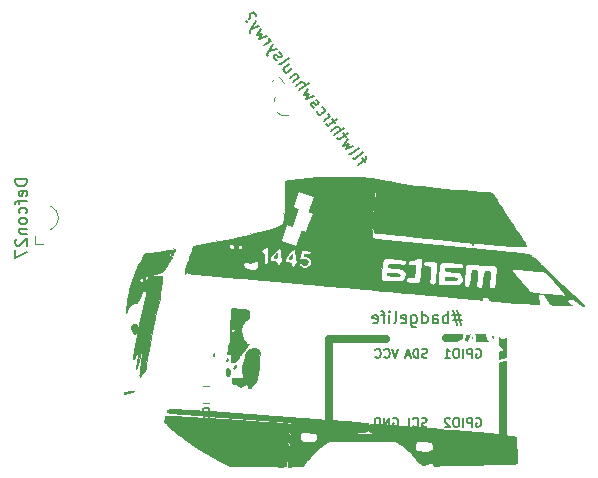
<source format=gbr>
G04 #@! TF.GenerationSoftware,KiCad,Pcbnew,(5.1.2-1)-1*
G04 #@! TF.CreationDate,2019-06-10T18:00:08-04:00*
G04 #@! TF.ProjectId,dc4044,64633430-3434-42e6-9b69-6361645f7063,rev?*
G04 #@! TF.SameCoordinates,Original*
G04 #@! TF.FileFunction,Legend,Bot*
G04 #@! TF.FilePolarity,Positive*
%FSLAX46Y46*%
G04 Gerber Fmt 4.6, Leading zero omitted, Abs format (unit mm)*
G04 Created by KiCad (PCBNEW (5.1.2-1)-1) date 2019-06-10 18:00:08*
%MOMM*%
%LPD*%
G04 APERTURE LIST*
%ADD10C,0.010000*%
%ADD11C,0.120000*%
%ADD12C,0.700000*%
%ADD13C,0.150000*%
%ADD14C,1.300000*%
%ADD15C,0.100000*%
%ADD16C,0.800000*%
%ADD17R,1.200000X0.800000*%
%ADD18R,1.300000X1.400000*%
%ADD19C,1.550000*%
%ADD20C,2.127200*%
%ADD21O,2.127200X2.127200*%
%ADD22R,2.127200X2.127200*%
G04 APERTURE END LIST*
D10*
G36*
X145076229Y-127311051D02*
G01*
X145172334Y-127313376D01*
X145308259Y-127318493D01*
X145481590Y-127326255D01*
X145689915Y-127336516D01*
X145930822Y-127349131D01*
X146201900Y-127363953D01*
X146500735Y-127380836D01*
X146824915Y-127399635D01*
X147172028Y-127420203D01*
X147539662Y-127442395D01*
X147925405Y-127466065D01*
X148326843Y-127491067D01*
X148741565Y-127517254D01*
X149167159Y-127544482D01*
X149601212Y-127572603D01*
X150041312Y-127601473D01*
X150485046Y-127630944D01*
X150930003Y-127660872D01*
X151373770Y-127691111D01*
X151483484Y-127698649D01*
X151957531Y-127731132D01*
X152394994Y-127760790D01*
X152801501Y-127787990D01*
X153182680Y-127813099D01*
X153544161Y-127836482D01*
X153891572Y-127858505D01*
X154230541Y-127879535D01*
X154566696Y-127899938D01*
X154703295Y-127908105D01*
X154870289Y-127919718D01*
X154999619Y-127934200D01*
X155095955Y-127954483D01*
X155163966Y-127983498D01*
X155208321Y-128024175D01*
X155233689Y-128079446D01*
X155244741Y-128152243D01*
X155246145Y-128245495D01*
X155246083Y-128248834D01*
X155243072Y-128310481D01*
X155235916Y-128409678D01*
X155225052Y-128541889D01*
X155210915Y-128702580D01*
X155193939Y-128887214D01*
X155174560Y-129091257D01*
X155153214Y-129310174D01*
X155130336Y-129539428D01*
X155106361Y-129774486D01*
X155081725Y-130010811D01*
X155056862Y-130243868D01*
X155037819Y-130418417D01*
X155019272Y-130578193D01*
X154998215Y-130745423D01*
X154975634Y-130913486D01*
X154952513Y-131075762D01*
X154929840Y-131225632D01*
X154908598Y-131356474D01*
X154889773Y-131461668D01*
X154874351Y-131534594D01*
X154868468Y-131556125D01*
X154862966Y-131565942D01*
X154850577Y-131573803D01*
X154827146Y-131579885D01*
X154788520Y-131584363D01*
X154730543Y-131587413D01*
X154649060Y-131589211D01*
X154539917Y-131589933D01*
X154398959Y-131589754D01*
X154222031Y-131588850D01*
X154112015Y-131588136D01*
X153964170Y-131587139D01*
X153779551Y-131585895D01*
X153563721Y-131584443D01*
X153322238Y-131582820D01*
X153060664Y-131581063D01*
X152784557Y-131579210D01*
X152499479Y-131577297D01*
X152210988Y-131575363D01*
X151924646Y-131573444D01*
X151748067Y-131572261D01*
X150128817Y-131561417D01*
X149779567Y-131384229D01*
X149160436Y-131059351D01*
X148543106Y-130714393D01*
X147935105Y-130353993D01*
X147343961Y-129982791D01*
X146777203Y-129605428D01*
X146242361Y-129226543D01*
X146064817Y-129094970D01*
X145880085Y-128954192D01*
X145696433Y-128810118D01*
X145516938Y-128665467D01*
X145344676Y-128522961D01*
X145182727Y-128385321D01*
X145034167Y-128255268D01*
X144902073Y-128135522D01*
X144789524Y-128028806D01*
X144699596Y-127937840D01*
X144635367Y-127865344D01*
X144599914Y-127814041D01*
X144593734Y-127794288D01*
X144598264Y-127730088D01*
X144610253Y-127646767D01*
X144627296Y-127555606D01*
X144646987Y-127467885D01*
X144666921Y-127394883D01*
X144684695Y-127347881D01*
X144690875Y-127338667D01*
X144709998Y-127326651D01*
X144743482Y-127318240D01*
X144797406Y-127312995D01*
X144877851Y-127310483D01*
X144990896Y-127310267D01*
X145076229Y-127311051D01*
X145076229Y-127311051D01*
G37*
X145076229Y-127311051D02*
X145172334Y-127313376D01*
X145308259Y-127318493D01*
X145481590Y-127326255D01*
X145689915Y-127336516D01*
X145930822Y-127349131D01*
X146201900Y-127363953D01*
X146500735Y-127380836D01*
X146824915Y-127399635D01*
X147172028Y-127420203D01*
X147539662Y-127442395D01*
X147925405Y-127466065D01*
X148326843Y-127491067D01*
X148741565Y-127517254D01*
X149167159Y-127544482D01*
X149601212Y-127572603D01*
X150041312Y-127601473D01*
X150485046Y-127630944D01*
X150930003Y-127660872D01*
X151373770Y-127691111D01*
X151483484Y-127698649D01*
X151957531Y-127731132D01*
X152394994Y-127760790D01*
X152801501Y-127787990D01*
X153182680Y-127813099D01*
X153544161Y-127836482D01*
X153891572Y-127858505D01*
X154230541Y-127879535D01*
X154566696Y-127899938D01*
X154703295Y-127908105D01*
X154870289Y-127919718D01*
X154999619Y-127934200D01*
X155095955Y-127954483D01*
X155163966Y-127983498D01*
X155208321Y-128024175D01*
X155233689Y-128079446D01*
X155244741Y-128152243D01*
X155246145Y-128245495D01*
X155246083Y-128248834D01*
X155243072Y-128310481D01*
X155235916Y-128409678D01*
X155225052Y-128541889D01*
X155210915Y-128702580D01*
X155193939Y-128887214D01*
X155174560Y-129091257D01*
X155153214Y-129310174D01*
X155130336Y-129539428D01*
X155106361Y-129774486D01*
X155081725Y-130010811D01*
X155056862Y-130243868D01*
X155037819Y-130418417D01*
X155019272Y-130578193D01*
X154998215Y-130745423D01*
X154975634Y-130913486D01*
X154952513Y-131075762D01*
X154929840Y-131225632D01*
X154908598Y-131356474D01*
X154889773Y-131461668D01*
X154874351Y-131534594D01*
X154868468Y-131556125D01*
X154862966Y-131565942D01*
X154850577Y-131573803D01*
X154827146Y-131579885D01*
X154788520Y-131584363D01*
X154730543Y-131587413D01*
X154649060Y-131589211D01*
X154539917Y-131589933D01*
X154398959Y-131589754D01*
X154222031Y-131588850D01*
X154112015Y-131588136D01*
X153964170Y-131587139D01*
X153779551Y-131585895D01*
X153563721Y-131584443D01*
X153322238Y-131582820D01*
X153060664Y-131581063D01*
X152784557Y-131579210D01*
X152499479Y-131577297D01*
X152210988Y-131575363D01*
X151924646Y-131573444D01*
X151748067Y-131572261D01*
X150128817Y-131561417D01*
X149779567Y-131384229D01*
X149160436Y-131059351D01*
X148543106Y-130714393D01*
X147935105Y-130353993D01*
X147343961Y-129982791D01*
X146777203Y-129605428D01*
X146242361Y-129226543D01*
X146064817Y-129094970D01*
X145880085Y-128954192D01*
X145696433Y-128810118D01*
X145516938Y-128665467D01*
X145344676Y-128522961D01*
X145182727Y-128385321D01*
X145034167Y-128255268D01*
X144902073Y-128135522D01*
X144789524Y-128028806D01*
X144699596Y-127937840D01*
X144635367Y-127865344D01*
X144599914Y-127814041D01*
X144593734Y-127794288D01*
X144598264Y-127730088D01*
X144610253Y-127646767D01*
X144627296Y-127555606D01*
X144646987Y-127467885D01*
X144666921Y-127394883D01*
X144684695Y-127347881D01*
X144690875Y-127338667D01*
X144709998Y-127326651D01*
X144743482Y-127318240D01*
X144797406Y-127312995D01*
X144877851Y-127310483D01*
X144990896Y-127310267D01*
X145076229Y-127311051D01*
G36*
X145278217Y-126728392D02*
G01*
X145455394Y-126733371D01*
X145671784Y-126741548D01*
X145926639Y-126752882D01*
X146219211Y-126767339D01*
X146548753Y-126784879D01*
X146914519Y-126805466D01*
X147315760Y-126829063D01*
X147751730Y-126855631D01*
X148221682Y-126885135D01*
X148724867Y-126917536D01*
X148858817Y-126926284D01*
X149047166Y-126938651D01*
X149221617Y-126950190D01*
X149386147Y-126961190D01*
X149544732Y-126971936D01*
X149701348Y-126982718D01*
X149859970Y-126993822D01*
X150024574Y-127005535D01*
X150199137Y-127018146D01*
X150387634Y-127031941D01*
X150594041Y-127047208D01*
X150822335Y-127064234D01*
X151076490Y-127083308D01*
X151360483Y-127104716D01*
X151678290Y-127128746D01*
X152033887Y-127155685D01*
X152076150Y-127158889D01*
X152599688Y-127198534D01*
X153144919Y-127239732D01*
X153706473Y-127282082D01*
X154278980Y-127325180D01*
X154857072Y-127368626D01*
X155435378Y-127412015D01*
X156008529Y-127454947D01*
X156571155Y-127497019D01*
X157117886Y-127537828D01*
X157643353Y-127576973D01*
X158142186Y-127614051D01*
X158609016Y-127648660D01*
X158997650Y-127677386D01*
X159451044Y-127711170D01*
X159862829Y-127742544D01*
X160233658Y-127771568D01*
X160564183Y-127798302D01*
X160855056Y-127822806D01*
X161106930Y-127845140D01*
X161320458Y-127865363D01*
X161496291Y-127883537D01*
X161635083Y-127899720D01*
X161737485Y-127913973D01*
X161804150Y-127926356D01*
X161835731Y-127936928D01*
X161837389Y-127938267D01*
X161841535Y-127964269D01*
X161841362Y-128023183D01*
X161837633Y-128106045D01*
X161831113Y-128203893D01*
X161822564Y-128307764D01*
X161812749Y-128408697D01*
X161802431Y-128497727D01*
X161792374Y-128565894D01*
X161783341Y-128604233D01*
X161780263Y-128609164D01*
X161752651Y-128615401D01*
X161690706Y-128623847D01*
X161602313Y-128633592D01*
X161495357Y-128643731D01*
X161436615Y-128648726D01*
X161081736Y-128682073D01*
X160747512Y-128722118D01*
X160438583Y-128768121D01*
X160159589Y-128819343D01*
X159915172Y-128875044D01*
X159778135Y-128912972D01*
X159599418Y-128972141D01*
X159397954Y-129048067D01*
X159182499Y-129136735D01*
X158961808Y-129234126D01*
X158744637Y-129336223D01*
X158539741Y-129439009D01*
X158355876Y-129538465D01*
X158201796Y-129630576D01*
X158172058Y-129649924D01*
X158070135Y-129722352D01*
X157946079Y-129818140D01*
X157807611Y-129930633D01*
X157662453Y-130053177D01*
X157518326Y-130179119D01*
X157382950Y-130301803D01*
X157264049Y-130414575D01*
X157169342Y-130510782D01*
X157154577Y-130526796D01*
X157084593Y-130605440D01*
X157001480Y-130701537D01*
X156909442Y-130809955D01*
X156812681Y-130925557D01*
X156715402Y-131043210D01*
X156621806Y-131157779D01*
X156536098Y-131264130D01*
X156462479Y-131357129D01*
X156405154Y-131431641D01*
X156368325Y-131482532D01*
X156357230Y-131500811D01*
X156346789Y-131516812D01*
X156328706Y-131530043D01*
X156298894Y-131540909D01*
X156253264Y-131549815D01*
X156187726Y-131557166D01*
X156098194Y-131563369D01*
X155980578Y-131568827D01*
X155830791Y-131573947D01*
X155644742Y-131579134D01*
X155540439Y-131581789D01*
X155088894Y-131593063D01*
X155102613Y-131058657D01*
X155110928Y-130782619D01*
X155120810Y-130545400D01*
X155132507Y-130343505D01*
X155146269Y-130173442D01*
X155162345Y-130031716D01*
X155180986Y-129914834D01*
X155186041Y-129889250D01*
X155197128Y-129828956D01*
X155207852Y-129755870D01*
X155218567Y-129666078D01*
X155229621Y-129555664D01*
X155241367Y-129420714D01*
X155254156Y-129257314D01*
X155268338Y-129061547D01*
X155268360Y-129061217D01*
X156082418Y-129061217D01*
X156086930Y-129181701D01*
X156102759Y-129276313D01*
X156134713Y-129349430D01*
X156187604Y-129405428D01*
X156266241Y-129448683D01*
X156375435Y-129483571D01*
X156519994Y-129514469D01*
X156595234Y-129527790D01*
X156661361Y-129533953D01*
X156754255Y-129535988D01*
X156863693Y-129534401D01*
X156979448Y-129529704D01*
X157091296Y-129522402D01*
X157189012Y-129513006D01*
X157262371Y-129502024D01*
X157295471Y-129492960D01*
X157387595Y-129433557D01*
X157452498Y-129345144D01*
X157490843Y-129226184D01*
X157503294Y-129075138D01*
X157501658Y-129014436D01*
X157495315Y-128928956D01*
X157484724Y-128874472D01*
X157466671Y-128839657D01*
X157446421Y-128819738D01*
X157387386Y-128789113D01*
X157292071Y-128760803D01*
X157166504Y-128735696D01*
X157016715Y-128714677D01*
X156848732Y-128698634D01*
X156668585Y-128688453D01*
X156531734Y-128685221D01*
X156382457Y-128686394D01*
X156270153Y-128695959D01*
X156189659Y-128718237D01*
X156135809Y-128757551D01*
X156103440Y-128818220D01*
X156087388Y-128904568D01*
X156082489Y-129020914D01*
X156082418Y-129061217D01*
X155268360Y-129061217D01*
X155284265Y-128829501D01*
X155293542Y-128690335D01*
X155307060Y-128476824D01*
X155316675Y-128301958D01*
X155322399Y-128162230D01*
X155324243Y-128054131D01*
X155322219Y-127974156D01*
X155316339Y-127918797D01*
X155306616Y-127884547D01*
X155296319Y-127870187D01*
X155276611Y-127859617D01*
X155241509Y-127849396D01*
X155187778Y-127839172D01*
X155112183Y-127828593D01*
X155011490Y-127817305D01*
X154882465Y-127804956D01*
X154721873Y-127791193D01*
X154526479Y-127775663D01*
X154293050Y-127758015D01*
X154213984Y-127752171D01*
X154003927Y-127736476D01*
X153764673Y-127718204D01*
X153509206Y-127698370D01*
X153250508Y-127677993D01*
X153001562Y-127658088D01*
X152775352Y-127639674D01*
X152731388Y-127636044D01*
X152587756Y-127624417D01*
X152406955Y-127610211D01*
X152194048Y-127593805D01*
X151954095Y-127575576D01*
X151692158Y-127555903D01*
X151413299Y-127535164D01*
X151122580Y-127513735D01*
X150825061Y-127491996D01*
X150525804Y-127470324D01*
X150229871Y-127449096D01*
X150170221Y-127444844D01*
X149874926Y-127423728D01*
X149574780Y-127402094D01*
X149274907Y-127380323D01*
X148980429Y-127358793D01*
X148696470Y-127337883D01*
X148428151Y-127317971D01*
X148180594Y-127299437D01*
X147958924Y-127282660D01*
X147768262Y-127268019D01*
X147613731Y-127255892D01*
X147588817Y-127253898D01*
X147375270Y-127236971D01*
X147143891Y-127219025D01*
X146905732Y-127200892D01*
X146671844Y-127183402D01*
X146453280Y-127167385D01*
X146261093Y-127153673D01*
X146189202Y-127148685D01*
X146023572Y-127136635D01*
X145864339Y-127123783D01*
X145718523Y-127110789D01*
X145593141Y-127098317D01*
X145495210Y-127087031D01*
X145431749Y-127077593D01*
X145427202Y-127076701D01*
X145326108Y-127058769D01*
X145210690Y-127042199D01*
X145123288Y-127032331D01*
X144998335Y-127016571D01*
X144910946Y-126994832D01*
X144856527Y-126964993D01*
X144830483Y-126924931D01*
X144826567Y-126895247D01*
X144845754Y-126821317D01*
X144900648Y-126766047D01*
X144987244Y-126733425D01*
X144989428Y-126733001D01*
X145044486Y-126728169D01*
X145140998Y-126726645D01*
X145278217Y-126728392D01*
X145278217Y-126728392D01*
G37*
X145278217Y-126728392D02*
X145455394Y-126733371D01*
X145671784Y-126741548D01*
X145926639Y-126752882D01*
X146219211Y-126767339D01*
X146548753Y-126784879D01*
X146914519Y-126805466D01*
X147315760Y-126829063D01*
X147751730Y-126855631D01*
X148221682Y-126885135D01*
X148724867Y-126917536D01*
X148858817Y-126926284D01*
X149047166Y-126938651D01*
X149221617Y-126950190D01*
X149386147Y-126961190D01*
X149544732Y-126971936D01*
X149701348Y-126982718D01*
X149859970Y-126993822D01*
X150024574Y-127005535D01*
X150199137Y-127018146D01*
X150387634Y-127031941D01*
X150594041Y-127047208D01*
X150822335Y-127064234D01*
X151076490Y-127083308D01*
X151360483Y-127104716D01*
X151678290Y-127128746D01*
X152033887Y-127155685D01*
X152076150Y-127158889D01*
X152599688Y-127198534D01*
X153144919Y-127239732D01*
X153706473Y-127282082D01*
X154278980Y-127325180D01*
X154857072Y-127368626D01*
X155435378Y-127412015D01*
X156008529Y-127454947D01*
X156571155Y-127497019D01*
X157117886Y-127537828D01*
X157643353Y-127576973D01*
X158142186Y-127614051D01*
X158609016Y-127648660D01*
X158997650Y-127677386D01*
X159451044Y-127711170D01*
X159862829Y-127742544D01*
X160233658Y-127771568D01*
X160564183Y-127798302D01*
X160855056Y-127822806D01*
X161106930Y-127845140D01*
X161320458Y-127865363D01*
X161496291Y-127883537D01*
X161635083Y-127899720D01*
X161737485Y-127913973D01*
X161804150Y-127926356D01*
X161835731Y-127936928D01*
X161837389Y-127938267D01*
X161841535Y-127964269D01*
X161841362Y-128023183D01*
X161837633Y-128106045D01*
X161831113Y-128203893D01*
X161822564Y-128307764D01*
X161812749Y-128408697D01*
X161802431Y-128497727D01*
X161792374Y-128565894D01*
X161783341Y-128604233D01*
X161780263Y-128609164D01*
X161752651Y-128615401D01*
X161690706Y-128623847D01*
X161602313Y-128633592D01*
X161495357Y-128643731D01*
X161436615Y-128648726D01*
X161081736Y-128682073D01*
X160747512Y-128722118D01*
X160438583Y-128768121D01*
X160159589Y-128819343D01*
X159915172Y-128875044D01*
X159778135Y-128912972D01*
X159599418Y-128972141D01*
X159397954Y-129048067D01*
X159182499Y-129136735D01*
X158961808Y-129234126D01*
X158744637Y-129336223D01*
X158539741Y-129439009D01*
X158355876Y-129538465D01*
X158201796Y-129630576D01*
X158172058Y-129649924D01*
X158070135Y-129722352D01*
X157946079Y-129818140D01*
X157807611Y-129930633D01*
X157662453Y-130053177D01*
X157518326Y-130179119D01*
X157382950Y-130301803D01*
X157264049Y-130414575D01*
X157169342Y-130510782D01*
X157154577Y-130526796D01*
X157084593Y-130605440D01*
X157001480Y-130701537D01*
X156909442Y-130809955D01*
X156812681Y-130925557D01*
X156715402Y-131043210D01*
X156621806Y-131157779D01*
X156536098Y-131264130D01*
X156462479Y-131357129D01*
X156405154Y-131431641D01*
X156368325Y-131482532D01*
X156357230Y-131500811D01*
X156346789Y-131516812D01*
X156328706Y-131530043D01*
X156298894Y-131540909D01*
X156253264Y-131549815D01*
X156187726Y-131557166D01*
X156098194Y-131563369D01*
X155980578Y-131568827D01*
X155830791Y-131573947D01*
X155644742Y-131579134D01*
X155540439Y-131581789D01*
X155088894Y-131593063D01*
X155102613Y-131058657D01*
X155110928Y-130782619D01*
X155120810Y-130545400D01*
X155132507Y-130343505D01*
X155146269Y-130173442D01*
X155162345Y-130031716D01*
X155180986Y-129914834D01*
X155186041Y-129889250D01*
X155197128Y-129828956D01*
X155207852Y-129755870D01*
X155218567Y-129666078D01*
X155229621Y-129555664D01*
X155241367Y-129420714D01*
X155254156Y-129257314D01*
X155268338Y-129061547D01*
X155268360Y-129061217D01*
X156082418Y-129061217D01*
X156086930Y-129181701D01*
X156102759Y-129276313D01*
X156134713Y-129349430D01*
X156187604Y-129405428D01*
X156266241Y-129448683D01*
X156375435Y-129483571D01*
X156519994Y-129514469D01*
X156595234Y-129527790D01*
X156661361Y-129533953D01*
X156754255Y-129535988D01*
X156863693Y-129534401D01*
X156979448Y-129529704D01*
X157091296Y-129522402D01*
X157189012Y-129513006D01*
X157262371Y-129502024D01*
X157295471Y-129492960D01*
X157387595Y-129433557D01*
X157452498Y-129345144D01*
X157490843Y-129226184D01*
X157503294Y-129075138D01*
X157501658Y-129014436D01*
X157495315Y-128928956D01*
X157484724Y-128874472D01*
X157466671Y-128839657D01*
X157446421Y-128819738D01*
X157387386Y-128789113D01*
X157292071Y-128760803D01*
X157166504Y-128735696D01*
X157016715Y-128714677D01*
X156848732Y-128698634D01*
X156668585Y-128688453D01*
X156531734Y-128685221D01*
X156382457Y-128686394D01*
X156270153Y-128695959D01*
X156189659Y-128718237D01*
X156135809Y-128757551D01*
X156103440Y-128818220D01*
X156087388Y-128904568D01*
X156082489Y-129020914D01*
X156082418Y-129061217D01*
X155268360Y-129061217D01*
X155284265Y-128829501D01*
X155293542Y-128690335D01*
X155307060Y-128476824D01*
X155316675Y-128301958D01*
X155322399Y-128162230D01*
X155324243Y-128054131D01*
X155322219Y-127974156D01*
X155316339Y-127918797D01*
X155306616Y-127884547D01*
X155296319Y-127870187D01*
X155276611Y-127859617D01*
X155241509Y-127849396D01*
X155187778Y-127839172D01*
X155112183Y-127828593D01*
X155011490Y-127817305D01*
X154882465Y-127804956D01*
X154721873Y-127791193D01*
X154526479Y-127775663D01*
X154293050Y-127758015D01*
X154213984Y-127752171D01*
X154003927Y-127736476D01*
X153764673Y-127718204D01*
X153509206Y-127698370D01*
X153250508Y-127677993D01*
X153001562Y-127658088D01*
X152775352Y-127639674D01*
X152731388Y-127636044D01*
X152587756Y-127624417D01*
X152406955Y-127610211D01*
X152194048Y-127593805D01*
X151954095Y-127575576D01*
X151692158Y-127555903D01*
X151413299Y-127535164D01*
X151122580Y-127513735D01*
X150825061Y-127491996D01*
X150525804Y-127470324D01*
X150229871Y-127449096D01*
X150170221Y-127444844D01*
X149874926Y-127423728D01*
X149574780Y-127402094D01*
X149274907Y-127380323D01*
X148980429Y-127358793D01*
X148696470Y-127337883D01*
X148428151Y-127317971D01*
X148180594Y-127299437D01*
X147958924Y-127282660D01*
X147768262Y-127268019D01*
X147613731Y-127255892D01*
X147588817Y-127253898D01*
X147375270Y-127236971D01*
X147143891Y-127219025D01*
X146905732Y-127200892D01*
X146671844Y-127183402D01*
X146453280Y-127167385D01*
X146261093Y-127153673D01*
X146189202Y-127148685D01*
X146023572Y-127136635D01*
X145864339Y-127123783D01*
X145718523Y-127110789D01*
X145593141Y-127098317D01*
X145495210Y-127087031D01*
X145431749Y-127077593D01*
X145427202Y-127076701D01*
X145326108Y-127058769D01*
X145210690Y-127042199D01*
X145123288Y-127032331D01*
X144998335Y-127016571D01*
X144910946Y-126994832D01*
X144856527Y-126964993D01*
X144830483Y-126924931D01*
X144826567Y-126895247D01*
X144845754Y-126821317D01*
X144900648Y-126766047D01*
X144987244Y-126733425D01*
X144989428Y-126733001D01*
X145044486Y-126728169D01*
X145140998Y-126726645D01*
X145278217Y-126728392D01*
G36*
X162354751Y-127957743D02*
G01*
X162537725Y-127969714D01*
X162701817Y-127983680D01*
X162794758Y-127991828D01*
X162923709Y-128002602D01*
X163082459Y-128015509D01*
X163264800Y-128030056D01*
X163464523Y-128045750D01*
X163675417Y-128062099D01*
X163891275Y-128078610D01*
X164035317Y-128089497D01*
X164533564Y-128127335D01*
X165045935Y-128166991D01*
X165575826Y-128208740D01*
X166126632Y-128252861D01*
X166701748Y-128299629D01*
X167304568Y-128349321D01*
X167938488Y-128402213D01*
X168606903Y-128458583D01*
X169313207Y-128518706D01*
X169496317Y-128534374D01*
X169738001Y-128554971D01*
X169991466Y-128576382D01*
X170248764Y-128597948D01*
X170501948Y-128619011D01*
X170743073Y-128638911D01*
X170964191Y-128656990D01*
X171157355Y-128672588D01*
X171284900Y-128682718D01*
X171483263Y-128699109D01*
X171696442Y-128718123D01*
X171913168Y-128738659D01*
X172122177Y-128759616D01*
X172312201Y-128779896D01*
X172471975Y-128798399D01*
X172480817Y-128799485D01*
X172638514Y-128819397D01*
X172811327Y-128842004D01*
X172994523Y-128866617D01*
X173183372Y-128892550D01*
X173373143Y-128919114D01*
X173559104Y-128945623D01*
X173736525Y-128971389D01*
X173900675Y-128995724D01*
X174046822Y-129017940D01*
X174170235Y-129037352D01*
X174266184Y-129053270D01*
X174329936Y-129065008D01*
X174356762Y-129071877D01*
X174357112Y-129072135D01*
X174360053Y-129094504D01*
X174364384Y-129154356D01*
X174369899Y-129246933D01*
X174376391Y-129367480D01*
X174383655Y-129511239D01*
X174391484Y-129673455D01*
X174399672Y-129849370D01*
X174408012Y-130034229D01*
X174416299Y-130223273D01*
X174424326Y-130411748D01*
X174431887Y-130594896D01*
X174438776Y-130767960D01*
X174444786Y-130926185D01*
X174449711Y-131064813D01*
X174453346Y-131179088D01*
X174455483Y-131264253D01*
X174455917Y-131315552D01*
X174454961Y-131328980D01*
X174433226Y-131330387D01*
X174371647Y-131332936D01*
X174272693Y-131336550D01*
X174138835Y-131341153D01*
X173972545Y-131346667D01*
X173776293Y-131353018D01*
X173552550Y-131360127D01*
X173303787Y-131367920D01*
X173032474Y-131376318D01*
X172741083Y-131385246D01*
X172432083Y-131394627D01*
X172107947Y-131404385D01*
X171771144Y-131414444D01*
X171424146Y-131424726D01*
X171069423Y-131435155D01*
X170709446Y-131445655D01*
X170353567Y-131455951D01*
X170101666Y-131462908D01*
X169827032Y-131469965D01*
X169539770Y-131476894D01*
X169249985Y-131483470D01*
X168967783Y-131489466D01*
X168703270Y-131494656D01*
X168466550Y-131498815D01*
X168374484Y-131500249D01*
X167464317Y-131513752D01*
X167353852Y-131405862D01*
X167271136Y-131332625D01*
X167202732Y-131292120D01*
X167140077Y-131281461D01*
X167074607Y-131297759D01*
X167056817Y-131305697D01*
X166988906Y-131331709D01*
X166906551Y-131354948D01*
X166875706Y-131361571D01*
X166797301Y-131384459D01*
X166724365Y-131418491D01*
X166701782Y-131433390D01*
X166618718Y-131483378D01*
X166540524Y-131497697D01*
X166453697Y-131478814D01*
X166453566Y-131478766D01*
X166335861Y-131418097D01*
X166214071Y-131322295D01*
X166094782Y-131197191D01*
X166009195Y-131085167D01*
X165925943Y-130973306D01*
X165816451Y-130838838D01*
X165685793Y-130687646D01*
X165539045Y-130525611D01*
X165390447Y-130368125D01*
X165070890Y-130064996D01*
X164719060Y-129784671D01*
X164642188Y-129733025D01*
X165773013Y-129733025D01*
X165800816Y-129750641D01*
X165801598Y-129751059D01*
X165837514Y-129792365D01*
X165841892Y-129861231D01*
X165822444Y-129937244D01*
X165815633Y-130015251D01*
X165849662Y-130094982D01*
X165925111Y-130177677D01*
X165942125Y-130192141D01*
X166018595Y-130242156D01*
X166113879Y-130278558D01*
X166237458Y-130304535D01*
X166302979Y-130313452D01*
X166384344Y-130326689D01*
X166462289Y-130344831D01*
X166487613Y-130352580D01*
X166564943Y-130365929D01*
X166671656Y-130365776D01*
X166797249Y-130352811D01*
X166931223Y-130327724D01*
X166956317Y-130321753D01*
X167109714Y-130271920D01*
X167234769Y-130206243D01*
X167292705Y-130160967D01*
X167322032Y-130132097D01*
X167339318Y-130105111D01*
X167346769Y-130069070D01*
X167346592Y-130013032D01*
X167340993Y-129926059D01*
X167340756Y-129922731D01*
X167330505Y-129822060D01*
X167315274Y-129722028D01*
X167298069Y-129641847D01*
X167295186Y-129631644D01*
X167274235Y-129567900D01*
X167251853Y-129532671D01*
X167215392Y-129513651D01*
X167160135Y-129500231D01*
X167076373Y-129486511D01*
X166960581Y-129473357D01*
X166823064Y-129461402D01*
X166674126Y-129451279D01*
X166524070Y-129443620D01*
X166383200Y-129439058D01*
X166261821Y-129438225D01*
X166187786Y-129440542D01*
X166063942Y-129452117D01*
X165976156Y-129471784D01*
X165918496Y-129502249D01*
X165885032Y-129546215D01*
X165873320Y-129583941D01*
X165846988Y-129644134D01*
X165809406Y-129687461D01*
X165775323Y-129716470D01*
X165773013Y-129733025D01*
X164642188Y-129733025D01*
X164340034Y-129530025D01*
X163938890Y-129303933D01*
X163520704Y-129109272D01*
X163090553Y-128948916D01*
X162677368Y-128831434D01*
X162479872Y-128783403D01*
X162319720Y-128743412D01*
X162192942Y-128710258D01*
X162095569Y-128682738D01*
X162023633Y-128659648D01*
X161973166Y-128639787D01*
X161940198Y-128621949D01*
X161920760Y-128604933D01*
X161917910Y-128601187D01*
X161900267Y-128556244D01*
X161890196Y-128479801D01*
X161887018Y-128366689D01*
X161887018Y-128365832D01*
X161892034Y-128219752D01*
X161907537Y-128110738D01*
X161934518Y-128034598D01*
X161973968Y-127987144D01*
X161977099Y-127984874D01*
X162022910Y-127966832D01*
X162099611Y-127956299D01*
X162209469Y-127953270D01*
X162354751Y-127957743D01*
X162354751Y-127957743D01*
G37*
X162354751Y-127957743D02*
X162537725Y-127969714D01*
X162701817Y-127983680D01*
X162794758Y-127991828D01*
X162923709Y-128002602D01*
X163082459Y-128015509D01*
X163264800Y-128030056D01*
X163464523Y-128045750D01*
X163675417Y-128062099D01*
X163891275Y-128078610D01*
X164035317Y-128089497D01*
X164533564Y-128127335D01*
X165045935Y-128166991D01*
X165575826Y-128208740D01*
X166126632Y-128252861D01*
X166701748Y-128299629D01*
X167304568Y-128349321D01*
X167938488Y-128402213D01*
X168606903Y-128458583D01*
X169313207Y-128518706D01*
X169496317Y-128534374D01*
X169738001Y-128554971D01*
X169991466Y-128576382D01*
X170248764Y-128597948D01*
X170501948Y-128619011D01*
X170743073Y-128638911D01*
X170964191Y-128656990D01*
X171157355Y-128672588D01*
X171284900Y-128682718D01*
X171483263Y-128699109D01*
X171696442Y-128718123D01*
X171913168Y-128738659D01*
X172122177Y-128759616D01*
X172312201Y-128779896D01*
X172471975Y-128798399D01*
X172480817Y-128799485D01*
X172638514Y-128819397D01*
X172811327Y-128842004D01*
X172994523Y-128866617D01*
X173183372Y-128892550D01*
X173373143Y-128919114D01*
X173559104Y-128945623D01*
X173736525Y-128971389D01*
X173900675Y-128995724D01*
X174046822Y-129017940D01*
X174170235Y-129037352D01*
X174266184Y-129053270D01*
X174329936Y-129065008D01*
X174356762Y-129071877D01*
X174357112Y-129072135D01*
X174360053Y-129094504D01*
X174364384Y-129154356D01*
X174369899Y-129246933D01*
X174376391Y-129367480D01*
X174383655Y-129511239D01*
X174391484Y-129673455D01*
X174399672Y-129849370D01*
X174408012Y-130034229D01*
X174416299Y-130223273D01*
X174424326Y-130411748D01*
X174431887Y-130594896D01*
X174438776Y-130767960D01*
X174444786Y-130926185D01*
X174449711Y-131064813D01*
X174453346Y-131179088D01*
X174455483Y-131264253D01*
X174455917Y-131315552D01*
X174454961Y-131328980D01*
X174433226Y-131330387D01*
X174371647Y-131332936D01*
X174272693Y-131336550D01*
X174138835Y-131341153D01*
X173972545Y-131346667D01*
X173776293Y-131353018D01*
X173552550Y-131360127D01*
X173303787Y-131367920D01*
X173032474Y-131376318D01*
X172741083Y-131385246D01*
X172432083Y-131394627D01*
X172107947Y-131404385D01*
X171771144Y-131414444D01*
X171424146Y-131424726D01*
X171069423Y-131435155D01*
X170709446Y-131445655D01*
X170353567Y-131455951D01*
X170101666Y-131462908D01*
X169827032Y-131469965D01*
X169539770Y-131476894D01*
X169249985Y-131483470D01*
X168967783Y-131489466D01*
X168703270Y-131494656D01*
X168466550Y-131498815D01*
X168374484Y-131500249D01*
X167464317Y-131513752D01*
X167353852Y-131405862D01*
X167271136Y-131332625D01*
X167202732Y-131292120D01*
X167140077Y-131281461D01*
X167074607Y-131297759D01*
X167056817Y-131305697D01*
X166988906Y-131331709D01*
X166906551Y-131354948D01*
X166875706Y-131361571D01*
X166797301Y-131384459D01*
X166724365Y-131418491D01*
X166701782Y-131433390D01*
X166618718Y-131483378D01*
X166540524Y-131497697D01*
X166453697Y-131478814D01*
X166453566Y-131478766D01*
X166335861Y-131418097D01*
X166214071Y-131322295D01*
X166094782Y-131197191D01*
X166009195Y-131085167D01*
X165925943Y-130973306D01*
X165816451Y-130838838D01*
X165685793Y-130687646D01*
X165539045Y-130525611D01*
X165390447Y-130368125D01*
X165070890Y-130064996D01*
X164719060Y-129784671D01*
X164642188Y-129733025D01*
X165773013Y-129733025D01*
X165800816Y-129750641D01*
X165801598Y-129751059D01*
X165837514Y-129792365D01*
X165841892Y-129861231D01*
X165822444Y-129937244D01*
X165815633Y-130015251D01*
X165849662Y-130094982D01*
X165925111Y-130177677D01*
X165942125Y-130192141D01*
X166018595Y-130242156D01*
X166113879Y-130278558D01*
X166237458Y-130304535D01*
X166302979Y-130313452D01*
X166384344Y-130326689D01*
X166462289Y-130344831D01*
X166487613Y-130352580D01*
X166564943Y-130365929D01*
X166671656Y-130365776D01*
X166797249Y-130352811D01*
X166931223Y-130327724D01*
X166956317Y-130321753D01*
X167109714Y-130271920D01*
X167234769Y-130206243D01*
X167292705Y-130160967D01*
X167322032Y-130132097D01*
X167339318Y-130105111D01*
X167346769Y-130069070D01*
X167346592Y-130013032D01*
X167340993Y-129926059D01*
X167340756Y-129922731D01*
X167330505Y-129822060D01*
X167315274Y-129722028D01*
X167298069Y-129641847D01*
X167295186Y-129631644D01*
X167274235Y-129567900D01*
X167251853Y-129532671D01*
X167215392Y-129513651D01*
X167160135Y-129500231D01*
X167076373Y-129486511D01*
X166960581Y-129473357D01*
X166823064Y-129461402D01*
X166674126Y-129451279D01*
X166524070Y-129443620D01*
X166383200Y-129439058D01*
X166261821Y-129438225D01*
X166187786Y-129440542D01*
X166063942Y-129452117D01*
X165976156Y-129471784D01*
X165918496Y-129502249D01*
X165885032Y-129546215D01*
X165873320Y-129583941D01*
X165846988Y-129644134D01*
X165809406Y-129687461D01*
X165775323Y-129716470D01*
X165773013Y-129733025D01*
X164642188Y-129733025D01*
X164340034Y-129530025D01*
X163938890Y-129303933D01*
X163520704Y-129109272D01*
X163090553Y-128948916D01*
X162677368Y-128831434D01*
X162479872Y-128783403D01*
X162319720Y-128743412D01*
X162192942Y-128710258D01*
X162095569Y-128682738D01*
X162023633Y-128659648D01*
X161973166Y-128639787D01*
X161940198Y-128621949D01*
X161920760Y-128604933D01*
X161917910Y-128601187D01*
X161900267Y-128556244D01*
X161890196Y-128479801D01*
X161887018Y-128366689D01*
X161887018Y-128365832D01*
X161892034Y-128219752D01*
X161907537Y-128110738D01*
X161934518Y-128034598D01*
X161973968Y-127987144D01*
X161977099Y-127984874D01*
X162022910Y-127966832D01*
X162099611Y-127956299D01*
X162209469Y-127953270D01*
X162354751Y-127957743D01*
G36*
X141941466Y-125168946D02*
G01*
X141966860Y-125176481D01*
X141988567Y-125207009D01*
X141973455Y-125237748D01*
X141926573Y-125262667D01*
X141886823Y-125272074D01*
X141825338Y-125285142D01*
X141740112Y-125307342D01*
X141647539Y-125334344D01*
X141628762Y-125340200D01*
X141472431Y-125384905D01*
X141347080Y-125410696D01*
X141255034Y-125417188D01*
X141210217Y-125409523D01*
X141171672Y-125379945D01*
X141170378Y-125341587D01*
X141205640Y-125307431D01*
X141252329Y-125289470D01*
X141330106Y-125266765D01*
X141428340Y-125241766D01*
X141536400Y-125216923D01*
X141643656Y-125194686D01*
X141739477Y-125177503D01*
X141810317Y-125168086D01*
X141883280Y-125164975D01*
X141941466Y-125168946D01*
X141941466Y-125168946D01*
G37*
X141941466Y-125168946D02*
X141966860Y-125176481D01*
X141988567Y-125207009D01*
X141973455Y-125237748D01*
X141926573Y-125262667D01*
X141886823Y-125272074D01*
X141825338Y-125285142D01*
X141740112Y-125307342D01*
X141647539Y-125334344D01*
X141628762Y-125340200D01*
X141472431Y-125384905D01*
X141347080Y-125410696D01*
X141255034Y-125417188D01*
X141210217Y-125409523D01*
X141171672Y-125379945D01*
X141170378Y-125341587D01*
X141205640Y-125307431D01*
X141252329Y-125289470D01*
X141330106Y-125266765D01*
X141428340Y-125241766D01*
X141536400Y-125216923D01*
X141643656Y-125194686D01*
X141739477Y-125177503D01*
X141810317Y-125168086D01*
X141883280Y-125164975D01*
X141941466Y-125168946D01*
G36*
X152371079Y-121580570D02*
G01*
X152465283Y-121598620D01*
X152492545Y-121608243D01*
X152566334Y-121654189D01*
X152620130Y-121722760D01*
X152654718Y-121817278D01*
X152670878Y-121941066D01*
X152669392Y-122097446D01*
X152651706Y-122284419D01*
X152638473Y-122409395D01*
X152625992Y-122560405D01*
X152615421Y-122721152D01*
X152607916Y-122875338D01*
X152606207Y-122925417D01*
X152600793Y-123057987D01*
X152592792Y-123188184D01*
X152583078Y-123304805D01*
X152572528Y-123396645D01*
X152566514Y-123433417D01*
X152549338Y-123520875D01*
X152527542Y-123631853D01*
X152504664Y-123748331D01*
X152493762Y-123803834D01*
X152472215Y-123916138D01*
X152450809Y-124032101D01*
X152432833Y-124133734D01*
X152426047Y-124174250D01*
X152393648Y-124319445D01*
X152348795Y-124427410D01*
X152289593Y-124501909D01*
X152245643Y-124532518D01*
X152186738Y-124578592D01*
X152120166Y-124654366D01*
X152076879Y-124715115D01*
X152024503Y-124789400D01*
X151972432Y-124854664D01*
X151930838Y-124898280D01*
X151926296Y-124902046D01*
X151856701Y-124937798D01*
X151784999Y-124944179D01*
X151725447Y-124920398D01*
X151717829Y-124913572D01*
X151690447Y-124867870D01*
X151684567Y-124838097D01*
X151670267Y-124772508D01*
X151633668Y-124705052D01*
X151584225Y-124647909D01*
X151531391Y-124613256D01*
X151506091Y-124608167D01*
X151471614Y-124619523D01*
X151411284Y-124650365D01*
X151333893Y-124695849D01*
X151256252Y-124745750D01*
X151173869Y-124799847D01*
X151103891Y-124843939D01*
X151053978Y-124873324D01*
X151032153Y-124883334D01*
X151006128Y-124868996D01*
X150973472Y-124837764D01*
X150936187Y-124802222D01*
X150877176Y-124752821D01*
X150809205Y-124700249D01*
X150809113Y-124700181D01*
X150737148Y-124649987D01*
X150682023Y-124621958D01*
X150628982Y-124610085D01*
X150583196Y-124608167D01*
X150502918Y-124600587D01*
X150442222Y-124573405D01*
X150418270Y-124555118D01*
X150366641Y-124490515D01*
X150331863Y-124405133D01*
X150315353Y-124311206D01*
X150318528Y-124220968D01*
X150342805Y-124146653D01*
X150367356Y-124115447D01*
X150413616Y-124086679D01*
X150477351Y-124071086D01*
X150564451Y-124068447D01*
X150680802Y-124078541D01*
X150817201Y-124098631D01*
X150950843Y-124120142D01*
X151049080Y-124133884D01*
X151118133Y-124139817D01*
X151164218Y-124137903D01*
X151193554Y-124128101D01*
X151212359Y-124110374D01*
X151221080Y-124096094D01*
X151237535Y-124037274D01*
X151244011Y-123949335D01*
X151240842Y-123844213D01*
X151228367Y-123733845D01*
X151208067Y-123634500D01*
X151188660Y-123540188D01*
X151180081Y-123439339D01*
X151181178Y-123316161D01*
X151182566Y-123285250D01*
X151188676Y-123195698D01*
X151198854Y-123112172D01*
X151215060Y-123026516D01*
X151239256Y-122930572D01*
X151273403Y-122816182D01*
X151319462Y-122675190D01*
X151353037Y-122576167D01*
X151383552Y-122478229D01*
X151411031Y-122375065D01*
X151429251Y-122290417D01*
X151470556Y-122135629D01*
X151537216Y-121986683D01*
X151623696Y-121851264D01*
X151724463Y-121737057D01*
X151833982Y-121651746D01*
X151918211Y-121611461D01*
X152014774Y-121588432D01*
X152131793Y-121575555D01*
X152255239Y-121572908D01*
X152371079Y-121580570D01*
X152371079Y-121580570D01*
G37*
X152371079Y-121580570D02*
X152465283Y-121598620D01*
X152492545Y-121608243D01*
X152566334Y-121654189D01*
X152620130Y-121722760D01*
X152654718Y-121817278D01*
X152670878Y-121941066D01*
X152669392Y-122097446D01*
X152651706Y-122284419D01*
X152638473Y-122409395D01*
X152625992Y-122560405D01*
X152615421Y-122721152D01*
X152607916Y-122875338D01*
X152606207Y-122925417D01*
X152600793Y-123057987D01*
X152592792Y-123188184D01*
X152583078Y-123304805D01*
X152572528Y-123396645D01*
X152566514Y-123433417D01*
X152549338Y-123520875D01*
X152527542Y-123631853D01*
X152504664Y-123748331D01*
X152493762Y-123803834D01*
X152472215Y-123916138D01*
X152450809Y-124032101D01*
X152432833Y-124133734D01*
X152426047Y-124174250D01*
X152393648Y-124319445D01*
X152348795Y-124427410D01*
X152289593Y-124501909D01*
X152245643Y-124532518D01*
X152186738Y-124578592D01*
X152120166Y-124654366D01*
X152076879Y-124715115D01*
X152024503Y-124789400D01*
X151972432Y-124854664D01*
X151930838Y-124898280D01*
X151926296Y-124902046D01*
X151856701Y-124937798D01*
X151784999Y-124944179D01*
X151725447Y-124920398D01*
X151717829Y-124913572D01*
X151690447Y-124867870D01*
X151684567Y-124838097D01*
X151670267Y-124772508D01*
X151633668Y-124705052D01*
X151584225Y-124647909D01*
X151531391Y-124613256D01*
X151506091Y-124608167D01*
X151471614Y-124619523D01*
X151411284Y-124650365D01*
X151333893Y-124695849D01*
X151256252Y-124745750D01*
X151173869Y-124799847D01*
X151103891Y-124843939D01*
X151053978Y-124873324D01*
X151032153Y-124883334D01*
X151006128Y-124868996D01*
X150973472Y-124837764D01*
X150936187Y-124802222D01*
X150877176Y-124752821D01*
X150809205Y-124700249D01*
X150809113Y-124700181D01*
X150737148Y-124649987D01*
X150682023Y-124621958D01*
X150628982Y-124610085D01*
X150583196Y-124608167D01*
X150502918Y-124600587D01*
X150442222Y-124573405D01*
X150418270Y-124555118D01*
X150366641Y-124490515D01*
X150331863Y-124405133D01*
X150315353Y-124311206D01*
X150318528Y-124220968D01*
X150342805Y-124146653D01*
X150367356Y-124115447D01*
X150413616Y-124086679D01*
X150477351Y-124071086D01*
X150564451Y-124068447D01*
X150680802Y-124078541D01*
X150817201Y-124098631D01*
X150950843Y-124120142D01*
X151049080Y-124133884D01*
X151118133Y-124139817D01*
X151164218Y-124137903D01*
X151193554Y-124128101D01*
X151212359Y-124110374D01*
X151221080Y-124096094D01*
X151237535Y-124037274D01*
X151244011Y-123949335D01*
X151240842Y-123844213D01*
X151228367Y-123733845D01*
X151208067Y-123634500D01*
X151188660Y-123540188D01*
X151180081Y-123439339D01*
X151181178Y-123316161D01*
X151182566Y-123285250D01*
X151188676Y-123195698D01*
X151198854Y-123112172D01*
X151215060Y-123026516D01*
X151239256Y-122930572D01*
X151273403Y-122816182D01*
X151319462Y-122675190D01*
X151353037Y-122576167D01*
X151383552Y-122478229D01*
X151411031Y-122375065D01*
X151429251Y-122290417D01*
X151470556Y-122135629D01*
X151537216Y-121986683D01*
X151623696Y-121851264D01*
X151724463Y-121737057D01*
X151833982Y-121651746D01*
X151918211Y-121611461D01*
X152014774Y-121588432D01*
X152131793Y-121575555D01*
X152255239Y-121572908D01*
X152371079Y-121580570D01*
G36*
X159941140Y-107066411D02*
G01*
X160193048Y-107068139D01*
X160424965Y-107070974D01*
X160631224Y-107074956D01*
X160801523Y-107079953D01*
X161143475Y-107093963D01*
X161450106Y-107110356D01*
X161728398Y-107129985D01*
X161985336Y-107153696D01*
X162227904Y-107182341D01*
X162463084Y-107216769D01*
X162697861Y-107257828D01*
X162939219Y-107306369D01*
X163194141Y-107363240D01*
X163262734Y-107379314D01*
X163593828Y-107452393D01*
X163966641Y-107525027D01*
X164380561Y-107597147D01*
X164834973Y-107668682D01*
X165329267Y-107739561D01*
X165862828Y-107809716D01*
X166435045Y-107879074D01*
X167045304Y-107947568D01*
X167692993Y-108015125D01*
X168377498Y-108081676D01*
X169098208Y-108147151D01*
X169854509Y-108211479D01*
X170645789Y-108274591D01*
X171471434Y-108336415D01*
X171856156Y-108363948D01*
X171993033Y-108373760D01*
X172114744Y-108382775D01*
X172215291Y-108390525D01*
X172288677Y-108396543D01*
X172328905Y-108400360D01*
X172334724Y-108401312D01*
X172360261Y-108439605D01*
X172406174Y-108509233D01*
X172470781Y-108607614D01*
X172552397Y-108732161D01*
X172649337Y-108880291D01*
X172759918Y-109049420D01*
X172882455Y-109236962D01*
X173015263Y-109440335D01*
X173156660Y-109656953D01*
X173304959Y-109884232D01*
X173458478Y-110119588D01*
X173615531Y-110360437D01*
X173774435Y-110604194D01*
X173933505Y-110848274D01*
X174091057Y-111090094D01*
X174245407Y-111327070D01*
X174394870Y-111556616D01*
X174537762Y-111776149D01*
X174672399Y-111983084D01*
X174797097Y-112174837D01*
X174910171Y-112348823D01*
X175009937Y-112502459D01*
X175094711Y-112633160D01*
X175162808Y-112738342D01*
X175212544Y-112815419D01*
X175242236Y-112861809D01*
X175250454Y-112875171D01*
X175231807Y-112884623D01*
X175176353Y-112895526D01*
X175089570Y-112907318D01*
X174976938Y-112919431D01*
X174843935Y-112931302D01*
X174696039Y-112942365D01*
X174538729Y-112952055D01*
X174470484Y-112955614D01*
X174343346Y-112959778D01*
X174215998Y-112959178D01*
X174081758Y-112953260D01*
X173933946Y-112941471D01*
X173765879Y-112923260D01*
X173570876Y-112898073D01*
X173342257Y-112865358D01*
X173295734Y-112858434D01*
X173179782Y-112843550D01*
X173034666Y-112828662D01*
X172873540Y-112814909D01*
X172709558Y-112803426D01*
X172576067Y-112796224D01*
X172420187Y-112788212D01*
X172255833Y-112778016D01*
X172096153Y-112766571D01*
X171954299Y-112754810D01*
X171856400Y-112745133D01*
X171462699Y-112705798D01*
X171062331Y-112673641D01*
X170840400Y-112659367D01*
X170682548Y-112649308D01*
X170525466Y-112637212D01*
X170361112Y-112622283D01*
X170181447Y-112603721D01*
X169978431Y-112580730D01*
X169744022Y-112552511D01*
X169665650Y-112542817D01*
X169547787Y-112528681D01*
X169393688Y-112511013D01*
X169209247Y-112490448D01*
X169000354Y-112467621D01*
X168772904Y-112443168D01*
X168532787Y-112417725D01*
X168285897Y-112391926D01*
X168038125Y-112366408D01*
X167898234Y-112352179D01*
X167651282Y-112327049D01*
X167400777Y-112301308D01*
X167152771Y-112275595D01*
X166913318Y-112250547D01*
X166688470Y-112226801D01*
X166484281Y-112204996D01*
X166306804Y-112185770D01*
X166162092Y-112169760D01*
X166099067Y-112162603D01*
X165806574Y-112129314D01*
X165504088Y-112095564D01*
X165195775Y-112061777D01*
X164885795Y-112028376D01*
X164578313Y-111995788D01*
X164277492Y-111964435D01*
X163987495Y-111934742D01*
X163712485Y-111907134D01*
X163456624Y-111882034D01*
X163224078Y-111859866D01*
X163019007Y-111841056D01*
X162845576Y-111826027D01*
X162707948Y-111815204D01*
X162653671Y-111811490D01*
X162536433Y-111801522D01*
X162455610Y-111788315D01*
X162405334Y-111770766D01*
X162392514Y-111762325D01*
X162376571Y-111747547D01*
X162362525Y-111729131D01*
X162350438Y-111704968D01*
X162340372Y-111672949D01*
X162332390Y-111630967D01*
X162326553Y-111576912D01*
X162322923Y-111508676D01*
X162321564Y-111424150D01*
X162322535Y-111321225D01*
X162325901Y-111197794D01*
X162331723Y-111051747D01*
X162340062Y-110880976D01*
X162350982Y-110683373D01*
X162364543Y-110456828D01*
X162380809Y-110199233D01*
X162399841Y-109908480D01*
X162421701Y-109582460D01*
X162446451Y-109219065D01*
X162474155Y-108816185D01*
X162483039Y-108687466D01*
X162496562Y-108486932D01*
X162506748Y-108322771D01*
X162513751Y-108189168D01*
X162517723Y-108080306D01*
X162518815Y-107990369D01*
X162517181Y-107913541D01*
X162512973Y-107844007D01*
X162506791Y-107779972D01*
X162491734Y-107666271D01*
X162475980Y-107586811D01*
X162460302Y-107543441D01*
X162445475Y-107538011D01*
X162432274Y-107572373D01*
X162428416Y-107592702D01*
X162424584Y-107632110D01*
X162419640Y-107707652D01*
X162413897Y-107813154D01*
X162407668Y-107942439D01*
X162401266Y-108089332D01*
X162395002Y-108247658D01*
X162394261Y-108267500D01*
X162386382Y-108468377D01*
X162376923Y-108688177D01*
X162365740Y-108929689D01*
X162352688Y-109195701D01*
X162337624Y-109489002D01*
X162320404Y-109812380D01*
X162300882Y-110168624D01*
X162278914Y-110560522D01*
X162254358Y-110990864D01*
X162244797Y-111156750D01*
X162230590Y-111415407D01*
X162220242Y-111634304D01*
X162213742Y-111815837D01*
X162211084Y-111962404D01*
X162212259Y-112076400D01*
X162217259Y-112160222D01*
X162226076Y-112216266D01*
X162238701Y-112246930D01*
X162241069Y-112249635D01*
X162270029Y-112265713D01*
X162326435Y-112282517D01*
X162411929Y-112300256D01*
X162528151Y-112319138D01*
X162676740Y-112339369D01*
X162859338Y-112361159D01*
X163077586Y-112384714D01*
X163333123Y-112410243D01*
X163627589Y-112437953D01*
X163962627Y-112468053D01*
X163971817Y-112468863D01*
X164260875Y-112494399D01*
X164523805Y-112517835D01*
X164767943Y-112539860D01*
X165000625Y-112561164D01*
X165229186Y-112582438D01*
X165460963Y-112604372D01*
X165703292Y-112627657D01*
X165963507Y-112652982D01*
X166248947Y-112681039D01*
X166566945Y-112712516D01*
X166670567Y-112722807D01*
X166902077Y-112745635D01*
X167165117Y-112771267D01*
X167449055Y-112798686D01*
X167743260Y-112826875D01*
X168037102Y-112854816D01*
X168319950Y-112881492D01*
X168581171Y-112905885D01*
X168659398Y-112913129D01*
X168846850Y-112930615D01*
X169070808Y-112951792D01*
X169325655Y-112976116D01*
X169605775Y-113003040D01*
X169905554Y-113032022D01*
X170219375Y-113062515D01*
X170541623Y-113093976D01*
X170866682Y-113125858D01*
X171188936Y-113157619D01*
X171502770Y-113188713D01*
X171601565Y-113198539D01*
X171903912Y-113228586D01*
X172210994Y-113259002D01*
X172517868Y-113289304D01*
X172819593Y-113319008D01*
X173111227Y-113347630D01*
X173387829Y-113374685D01*
X173644458Y-113399691D01*
X173876171Y-113422163D01*
X174078027Y-113441618D01*
X174245084Y-113457572D01*
X174311734Y-113463870D01*
X174504834Y-113482675D01*
X174689609Y-113501887D01*
X174860393Y-113520833D01*
X175011520Y-113538838D01*
X175137325Y-113555229D01*
X175232141Y-113569330D01*
X175289340Y-113580230D01*
X175334092Y-113590893D01*
X175374828Y-113600726D01*
X175413188Y-113611135D01*
X175450814Y-113623531D01*
X175489349Y-113639321D01*
X175530434Y-113659915D01*
X175575712Y-113686720D01*
X175626825Y-113721146D01*
X175685414Y-113764600D01*
X175753121Y-113818493D01*
X175831589Y-113884231D01*
X175922459Y-113963225D01*
X176027374Y-114056882D01*
X176147975Y-114166611D01*
X176285905Y-114293820D01*
X176442804Y-114439919D01*
X176620316Y-114606317D01*
X176820083Y-114794420D01*
X177043745Y-115005639D01*
X177292946Y-115241381D01*
X177569327Y-115503056D01*
X177874531Y-115792072D01*
X177941152Y-115855152D01*
X178199446Y-116099831D01*
X178449187Y-116336643D01*
X178688654Y-116563948D01*
X178916133Y-116780108D01*
X179129904Y-116983481D01*
X179328252Y-117172429D01*
X179509457Y-117345311D01*
X179671804Y-117500487D01*
X179813574Y-117636319D01*
X179933050Y-117751165D01*
X180028514Y-117843386D01*
X180098250Y-117911342D01*
X180140540Y-117953393D01*
X180153734Y-117967824D01*
X180135100Y-117976330D01*
X180088176Y-117976863D01*
X180063775Y-117974530D01*
X180014731Y-117970470D01*
X179931624Y-117965740D01*
X179822711Y-117960718D01*
X179696251Y-117955782D01*
X179560501Y-117951311D01*
X179550484Y-117951014D01*
X179289828Y-117942898D01*
X178995235Y-117932933D01*
X178672356Y-117921356D01*
X178326843Y-117908405D01*
X177964347Y-117894318D01*
X177590522Y-117879332D01*
X177211018Y-117863686D01*
X176831488Y-117847617D01*
X176457583Y-117831362D01*
X176094955Y-117815160D01*
X175749257Y-117799247D01*
X175426139Y-117783863D01*
X175131255Y-117769244D01*
X174870255Y-117755628D01*
X174756234Y-117749382D01*
X174592171Y-117740099D01*
X174442373Y-117731277D01*
X174302170Y-117722526D01*
X174166896Y-117713458D01*
X174031884Y-117703683D01*
X173892468Y-117692811D01*
X173743979Y-117680453D01*
X173581751Y-117666221D01*
X173401117Y-117649725D01*
X173197410Y-117630574D01*
X172965962Y-117608381D01*
X172702107Y-117582755D01*
X172401178Y-117553308D01*
X172374984Y-117550739D01*
X172197794Y-117533413D01*
X172016546Y-117515817D01*
X171829248Y-117497766D01*
X171633910Y-117479076D01*
X171428539Y-117459565D01*
X171211143Y-117439048D01*
X170979732Y-117417342D01*
X170732313Y-117394262D01*
X170466894Y-117369626D01*
X170181485Y-117343250D01*
X169874093Y-117314950D01*
X169542727Y-117284543D01*
X169185395Y-117251844D01*
X168800106Y-117216670D01*
X168384867Y-117178838D01*
X167937688Y-117138163D01*
X167456577Y-117094463D01*
X166939541Y-117047554D01*
X166384590Y-116997251D01*
X165789732Y-116943372D01*
X165707484Y-116935925D01*
X164981985Y-116870244D01*
X164296928Y-116808237D01*
X163650594Y-116749750D01*
X163041264Y-116694629D01*
X162467219Y-116642721D01*
X161926742Y-116593873D01*
X161418112Y-116547930D01*
X160939611Y-116504739D01*
X160489522Y-116464147D01*
X160066125Y-116426000D01*
X159667701Y-116390145D01*
X159292532Y-116356427D01*
X158938900Y-116324694D01*
X158902317Y-116321417D01*
X169940817Y-116321417D01*
X170110150Y-116349784D01*
X170227212Y-116364394D01*
X170318576Y-116365464D01*
X170353567Y-116360367D01*
X170427650Y-116342584D01*
X170473076Y-116116192D01*
X170489637Y-116025114D01*
X170509479Y-115902390D01*
X170531053Y-115758428D01*
X170552809Y-115603637D01*
X170573198Y-115448429D01*
X170577045Y-115417692D01*
X170594469Y-115280865D01*
X170610942Y-115158362D01*
X170625560Y-115056357D01*
X170637423Y-114981024D01*
X170645629Y-114938538D01*
X170648036Y-114931588D01*
X170673524Y-114927015D01*
X170730093Y-114927347D01*
X170806796Y-114932407D01*
X170828738Y-114934480D01*
X170934254Y-114949024D01*
X171004443Y-114972456D01*
X171046288Y-115012271D01*
X171066771Y-115075964D01*
X171072875Y-115171031D01*
X171072983Y-115196637D01*
X171070853Y-115272087D01*
X171065164Y-115377760D01*
X171056684Y-115501766D01*
X171046181Y-115632218D01*
X171041319Y-115686417D01*
X171030071Y-115819985D01*
X171020594Y-115955971D01*
X171013680Y-116081154D01*
X171010125Y-116182314D01*
X171009820Y-116210816D01*
X171010389Y-116300040D01*
X171013809Y-116356136D01*
X171022498Y-116388308D01*
X171038873Y-116405759D01*
X171064028Y-116417191D01*
X171107745Y-116426350D01*
X171176451Y-116432843D01*
X171258982Y-116436565D01*
X171344176Y-116437407D01*
X171420868Y-116435264D01*
X171477896Y-116430028D01*
X171504097Y-116421594D01*
X171504224Y-116421401D01*
X171509833Y-116396778D01*
X171520353Y-116335984D01*
X171534885Y-116244782D01*
X171552532Y-116128934D01*
X171572396Y-115994203D01*
X171590829Y-115865776D01*
X171620985Y-115652485D01*
X171646188Y-115477299D01*
X171667905Y-115336477D01*
X171687599Y-115226280D01*
X171706735Y-115142967D01*
X171726778Y-115082799D01*
X171749193Y-115042037D01*
X171775444Y-115016939D01*
X171806996Y-115003766D01*
X171845314Y-114998779D01*
X171891862Y-114998237D01*
X171930484Y-114998500D01*
X172012360Y-114999604D01*
X172063185Y-115005106D01*
X172094224Y-115018295D01*
X172116744Y-115042460D01*
X172125561Y-115055432D01*
X172143452Y-115097552D01*
X172154566Y-115161434D01*
X172158887Y-115250766D01*
X172156394Y-115369233D01*
X172147070Y-115520520D01*
X172130896Y-115708315D01*
X172121873Y-115800795D01*
X172103520Y-115990842D01*
X172091562Y-116143045D01*
X172087362Y-116261597D01*
X172092284Y-116350687D01*
X172107691Y-116414506D01*
X172134946Y-116457245D01*
X172175413Y-116483095D01*
X172230454Y-116496246D01*
X172301433Y-116500888D01*
X172349771Y-116501334D01*
X172449783Y-116497916D01*
X172523378Y-116488344D01*
X172560886Y-116474875D01*
X172584955Y-116435486D01*
X172608192Y-116354013D01*
X172627993Y-116247334D01*
X172648354Y-116106299D01*
X172668819Y-115942065D01*
X172688525Y-115763911D01*
X172706606Y-115581111D01*
X172722198Y-115402943D01*
X172734438Y-115238685D01*
X172742459Y-115097611D01*
X172745399Y-114989000D01*
X172745400Y-114987349D01*
X172744285Y-114896056D01*
X173966569Y-114896056D01*
X173986476Y-114933736D01*
X174008235Y-114966750D01*
X174055282Y-115031981D01*
X174126385Y-115124305D01*
X174217613Y-115239048D01*
X174325038Y-115371538D01*
X174444728Y-115517105D01*
X174572756Y-115671074D01*
X174705190Y-115828774D01*
X174838102Y-115985533D01*
X174967562Y-116136679D01*
X175089640Y-116277539D01*
X175200406Y-116403442D01*
X175295932Y-116509714D01*
X175372287Y-116591684D01*
X175391879Y-116611865D01*
X175493912Y-116709688D01*
X175584427Y-116785055D01*
X175657160Y-116832852D01*
X175670356Y-116839249D01*
X175700966Y-116850437D01*
X175743102Y-116861212D01*
X175800546Y-116872041D01*
X175877079Y-116883388D01*
X175976483Y-116895718D01*
X176102541Y-116909498D01*
X176259034Y-116925191D01*
X176449745Y-116943265D01*
X176678455Y-116964182D01*
X176706263Y-116966692D01*
X176915625Y-116985577D01*
X177123906Y-117004384D01*
X177324745Y-117022537D01*
X177511781Y-117039460D01*
X177678653Y-117054577D01*
X177819000Y-117067314D01*
X177926461Y-117077094D01*
X177962984Y-117080430D01*
X178134032Y-117095563D01*
X178267407Y-117105914D01*
X178367504Y-117111461D01*
X178438713Y-117112181D01*
X178485428Y-117108052D01*
X178512042Y-117099052D01*
X178522947Y-117085157D01*
X178523900Y-117077565D01*
X178520733Y-117061576D01*
X178510001Y-117038557D01*
X178489855Y-117006253D01*
X178458450Y-116962409D01*
X178413938Y-116904771D01*
X178354471Y-116831084D01*
X178278202Y-116739094D01*
X178183284Y-116626546D01*
X178067870Y-116491186D01*
X177930112Y-116330758D01*
X177768163Y-116143009D01*
X177580177Y-115925684D01*
X177579095Y-115924435D01*
X177420996Y-115742673D01*
X177277170Y-115578993D01*
X177149539Y-115435505D01*
X177040024Y-115314319D01*
X176950547Y-115217545D01*
X176883028Y-115147290D01*
X176839387Y-115105666D01*
X176823243Y-115094448D01*
X176780828Y-115088074D01*
X176697152Y-115078205D01*
X176572069Y-115064827D01*
X176405434Y-115047924D01*
X176197101Y-115027483D01*
X175946926Y-115003488D01*
X175654762Y-114975924D01*
X175549984Y-114966125D01*
X175380512Y-114950135D01*
X175208316Y-114933585D01*
X175042910Y-114917410D01*
X174893808Y-114902548D01*
X174770526Y-114889934D01*
X174703317Y-114882794D01*
X174501201Y-114861695D01*
X174337633Y-114846794D01*
X174209306Y-114837956D01*
X174112910Y-114835047D01*
X174045136Y-114837932D01*
X174002677Y-114846477D01*
X173988641Y-114853747D01*
X173968000Y-114873484D01*
X173966569Y-114896056D01*
X172744285Y-114896056D01*
X172744159Y-114885746D01*
X172738088Y-114800864D01*
X172723665Y-114731055D01*
X172697369Y-114674674D01*
X172655676Y-114630074D01*
X172595067Y-114595610D01*
X172512018Y-114569635D01*
X172403008Y-114550504D01*
X172264515Y-114536569D01*
X172093017Y-114526185D01*
X171884992Y-114517706D01*
X171729400Y-114512464D01*
X171517314Y-114504103D01*
X171306108Y-114493051D01*
X171105895Y-114479974D01*
X170926788Y-114465541D01*
X170778899Y-114450419D01*
X170766317Y-114448907D01*
X170582977Y-114428310D01*
X170436582Y-114418331D01*
X170322405Y-114422141D01*
X170235716Y-114442908D01*
X170171789Y-114483802D01*
X170125895Y-114547992D01*
X170093307Y-114638647D01*
X170069297Y-114758937D01*
X170049136Y-114912031D01*
X170046936Y-114931140D01*
X170033939Y-115054130D01*
X170019473Y-115206378D01*
X170004351Y-115377768D01*
X169989385Y-115558187D01*
X169975390Y-115737519D01*
X169963177Y-115905651D01*
X169953559Y-116052468D01*
X169947350Y-116167855D01*
X169947117Y-116173250D01*
X169940817Y-116321417D01*
X158902317Y-116321417D01*
X158605085Y-116294792D01*
X158289369Y-116266566D01*
X157990034Y-116239865D01*
X157705360Y-116214534D01*
X157433629Y-116190419D01*
X157173123Y-116167367D01*
X156922123Y-116145225D01*
X156678909Y-116123838D01*
X156441764Y-116103054D01*
X156208969Y-116082718D01*
X155978806Y-116062678D01*
X155749555Y-116042779D01*
X155519497Y-116022868D01*
X155286915Y-116002792D01*
X155050090Y-115982396D01*
X154807303Y-115961528D01*
X154679650Y-115950570D01*
X154202329Y-115909554D01*
X153724796Y-115868411D01*
X153249130Y-115827327D01*
X152777413Y-115786484D01*
X152311724Y-115746065D01*
X151854143Y-115706254D01*
X151406752Y-115667235D01*
X150971628Y-115629192D01*
X150550854Y-115592307D01*
X150146509Y-115556764D01*
X149760674Y-115522746D01*
X149583218Y-115507049D01*
X162926910Y-115507049D01*
X162928158Y-115630069D01*
X162936144Y-115717651D01*
X162950975Y-115766659D01*
X162951241Y-115767070D01*
X162972525Y-115791898D01*
X163003984Y-115813073D01*
X163049970Y-115831437D01*
X163114835Y-115847831D01*
X163202932Y-115863097D01*
X163318614Y-115878077D01*
X163466234Y-115893613D01*
X163650145Y-115910546D01*
X163728400Y-115917345D01*
X163803178Y-115921058D01*
X163905118Y-115922360D01*
X164025716Y-115921531D01*
X164156469Y-115918853D01*
X164288873Y-115914606D01*
X164414423Y-115909073D01*
X164524615Y-115902533D01*
X164610947Y-115895268D01*
X164664913Y-115887559D01*
X164670317Y-115886208D01*
X164754810Y-115845236D01*
X164841721Y-115774804D01*
X164842510Y-115773916D01*
X165066456Y-115773916D01*
X165073307Y-115861401D01*
X165106805Y-115937403D01*
X165150914Y-115980578D01*
X165191767Y-115995210D01*
X165265990Y-116010710D01*
X165364659Y-116026105D01*
X165478851Y-116040420D01*
X165599643Y-116052683D01*
X165718110Y-116061918D01*
X165825331Y-116067153D01*
X165912380Y-116067413D01*
X165935556Y-116066212D01*
X166015182Y-116055708D01*
X166086859Y-116038359D01*
X166118597Y-116025930D01*
X166160869Y-115996935D01*
X166196836Y-115954578D01*
X166227555Y-115894785D01*
X166254087Y-115813477D01*
X166277492Y-115706579D01*
X166298829Y-115570014D01*
X166319159Y-115399706D01*
X166339540Y-115191579D01*
X166341685Y-115167834D01*
X166365060Y-114904971D01*
X166384068Y-114681122D01*
X166398313Y-114493155D01*
X166404309Y-114390740D01*
X166525730Y-114390740D01*
X166534794Y-114469935D01*
X166556505Y-114531332D01*
X166572988Y-114552068D01*
X166605188Y-114566500D01*
X166668170Y-114585788D01*
X166751141Y-114606813D01*
X166799970Y-114617686D01*
X166920216Y-114643709D01*
X167005164Y-114665138D01*
X167060956Y-114686040D01*
X167093733Y-114710479D01*
X167109634Y-114742519D01*
X167114802Y-114786228D01*
X167115322Y-114826443D01*
X167113654Y-114880423D01*
X167108832Y-114969290D01*
X167101342Y-115085758D01*
X167091673Y-115222536D01*
X167080314Y-115372337D01*
X167070803Y-115491004D01*
X167057286Y-115658008D01*
X167047410Y-115788092D01*
X167041080Y-115886506D01*
X167038203Y-115958499D01*
X167038683Y-116009320D01*
X167042427Y-116044217D01*
X167049341Y-116068441D01*
X167059329Y-116087240D01*
X167060074Y-116088386D01*
X167115432Y-116138311D01*
X167204748Y-116169180D01*
X167330247Y-116181738D01*
X167338919Y-116181925D01*
X167411536Y-116178788D01*
X167458368Y-116162951D01*
X167489445Y-116136209D01*
X167526876Y-116081592D01*
X167555077Y-116020114D01*
X167735393Y-116020114D01*
X167736544Y-116032237D01*
X167761278Y-116109341D01*
X167810569Y-116162002D01*
X167891597Y-116196751D01*
X167927083Y-116205521D01*
X168022377Y-116220959D01*
X168153666Y-116234346D01*
X168314647Y-116245367D01*
X168499016Y-116253707D01*
X168700470Y-116259051D01*
X168912706Y-116261085D01*
X169030650Y-116260686D01*
X169176902Y-116259183D01*
X169287493Y-116256928D01*
X169369097Y-116253283D01*
X169428385Y-116247609D01*
X169472031Y-116239267D01*
X169506707Y-116227616D01*
X169539086Y-116212018D01*
X169539171Y-116211973D01*
X169613679Y-116161153D01*
X169694878Y-116088362D01*
X169771276Y-116005691D01*
X169831381Y-115925230D01*
X169857417Y-115877149D01*
X169884493Y-115763920D01*
X169880257Y-115642175D01*
X169855817Y-115555355D01*
X169828835Y-115503387D01*
X169784243Y-115430343D01*
X169729955Y-115348921D01*
X169706946Y-115316365D01*
X169590157Y-115154160D01*
X169093836Y-115106534D01*
X168903516Y-115087773D01*
X168750922Y-115071276D01*
X168631572Y-115056076D01*
X168540981Y-115041204D01*
X168474668Y-115025692D01*
X168428147Y-115008572D01*
X168396937Y-114988877D01*
X168376554Y-114965637D01*
X168367731Y-114949747D01*
X168350660Y-114901180D01*
X168359195Y-114862157D01*
X168372628Y-114839612D01*
X168400564Y-114808977D01*
X168441858Y-114787390D01*
X168502392Y-114774016D01*
X168588049Y-114768021D01*
X168704714Y-114768571D01*
X168836887Y-114773765D01*
X169059670Y-114784516D01*
X169244127Y-114793039D01*
X169394205Y-114799309D01*
X169513855Y-114803300D01*
X169607025Y-114804988D01*
X169677664Y-114804347D01*
X169729722Y-114801351D01*
X169767148Y-114795977D01*
X169793890Y-114788198D01*
X169813897Y-114777990D01*
X169828483Y-114767445D01*
X169871391Y-114711195D01*
X169899525Y-114631913D01*
X169908157Y-114547690D01*
X169899795Y-114494633D01*
X169883769Y-114464790D01*
X169853651Y-114438862D01*
X169805879Y-114416136D01*
X169736888Y-114395900D01*
X169643116Y-114377443D01*
X169520998Y-114360051D01*
X169366972Y-114343013D01*
X169177474Y-114325617D01*
X168969827Y-114308768D01*
X168818346Y-114298364D01*
X168663418Y-114290129D01*
X168516456Y-114284501D01*
X168388876Y-114281918D01*
X168292494Y-114282802D01*
X168158468Y-114290504D01*
X168059735Y-114304610D01*
X167989401Y-114328037D01*
X167940567Y-114363701D01*
X167906340Y-114414519D01*
X167890124Y-114453008D01*
X167879934Y-114496846D01*
X167867213Y-114576551D01*
X167852575Y-114685829D01*
X167836631Y-114818384D01*
X167819993Y-114967920D01*
X167803274Y-115128143D01*
X167787086Y-115292757D01*
X167772042Y-115455466D01*
X167758752Y-115609976D01*
X167747831Y-115749991D01*
X167739889Y-115869216D01*
X167735539Y-115961356D01*
X167735393Y-116020114D01*
X167555077Y-116020114D01*
X167556524Y-116016960D01*
X167556601Y-116016731D01*
X167571879Y-115952208D01*
X167587581Y-115852231D01*
X167603227Y-115723669D01*
X167618338Y-115573392D01*
X167632433Y-115408269D01*
X167645032Y-115235169D01*
X167655656Y-115060962D01*
X167663824Y-114892516D01*
X167669056Y-114736703D01*
X167670873Y-114600390D01*
X167668795Y-114490447D01*
X167666199Y-114448167D01*
X167654817Y-114310584D01*
X167559567Y-114263822D01*
X167465761Y-114230495D01*
X167337189Y-114203861D01*
X167181032Y-114184905D01*
X167004472Y-114174612D01*
X166897984Y-114173000D01*
X166763291Y-114176743D01*
X166664949Y-114189315D01*
X166597528Y-114212733D01*
X166555595Y-114249016D01*
X166533722Y-114300179D01*
X166531888Y-114308977D01*
X166525730Y-114390740D01*
X166404309Y-114390740D01*
X166407401Y-114337937D01*
X166410939Y-114212336D01*
X166408531Y-114113219D01*
X166399784Y-114037455D01*
X166384303Y-113981910D01*
X166361694Y-113943453D01*
X166331563Y-113918951D01*
X166293516Y-113905271D01*
X166247157Y-113899281D01*
X166192094Y-113897849D01*
X166181831Y-113897834D01*
X166071203Y-113902464D01*
X165990021Y-113919181D01*
X165926131Y-113952224D01*
X165867381Y-114005833D01*
X165865101Y-114008318D01*
X165836087Y-114038531D01*
X165808748Y-114058521D01*
X165773551Y-114070799D01*
X165720963Y-114077878D01*
X165641452Y-114082269D01*
X165575154Y-114084719D01*
X165457766Y-114091000D01*
X165377139Y-114100680D01*
X165327783Y-114114592D01*
X165311591Y-114124685D01*
X165284846Y-114166593D01*
X165260115Y-114235064D01*
X165241433Y-114314379D01*
X165232832Y-114388815D01*
X165234351Y-114425749D01*
X165243354Y-114453289D01*
X165265285Y-114474981D01*
X165305991Y-114492649D01*
X165371321Y-114508119D01*
X165467125Y-114523215D01*
X165599250Y-114539762D01*
X165600160Y-114539869D01*
X165813317Y-114564891D01*
X165809062Y-114818737D01*
X165802887Y-114967919D01*
X165790167Y-115113742D01*
X165772144Y-115248505D01*
X165750065Y-115364509D01*
X165725173Y-115454053D01*
X165698713Y-115509437D01*
X165697065Y-115511552D01*
X165677119Y-115532307D01*
X165651730Y-115545926D01*
X165612268Y-115553913D01*
X165550105Y-115557771D01*
X165456611Y-115559006D01*
X165424353Y-115559086D01*
X165321125Y-115559767D01*
X165251038Y-115562636D01*
X165204901Y-115569448D01*
X165173523Y-115581959D01*
X165147716Y-115601925D01*
X165134884Y-115614396D01*
X165086800Y-115687423D01*
X165066456Y-115773916D01*
X164842510Y-115773916D01*
X164920816Y-115685848D01*
X164981861Y-115589308D01*
X165007608Y-115525694D01*
X165036174Y-115369593D01*
X165026647Y-115227107D01*
X164980383Y-115101438D01*
X164898735Y-114995785D01*
X164783057Y-114913348D01*
X164739805Y-114892708D01*
X164664534Y-114864537D01*
X164575589Y-114839853D01*
X164467437Y-114817696D01*
X164334546Y-114797110D01*
X164171380Y-114777138D01*
X163972408Y-114756821D01*
X163933527Y-114753161D01*
X163535404Y-114716083D01*
X163549365Y-114629750D01*
X163569370Y-114535814D01*
X163596384Y-114476486D01*
X163636112Y-114444061D01*
X163694257Y-114430832D01*
X163696801Y-114430614D01*
X163740936Y-114430498D01*
X163820403Y-114433854D01*
X163928379Y-114440247D01*
X164058043Y-114449244D01*
X164202574Y-114460412D01*
X164318696Y-114470131D01*
X164494658Y-114484853D01*
X164633591Y-114495204D01*
X164740555Y-114501368D01*
X164820610Y-114503526D01*
X164878815Y-114501863D01*
X164920230Y-114496562D01*
X164936543Y-114492509D01*
X164979283Y-114477465D01*
X165007836Y-114457261D01*
X165026199Y-114423299D01*
X165038371Y-114366978D01*
X165048350Y-114279699D01*
X165051626Y-114244988D01*
X165065555Y-114094726D01*
X164846769Y-114069542D01*
X164562700Y-114037150D01*
X164317279Y-114009919D01*
X164107167Y-113987614D01*
X163929025Y-113970001D01*
X163779513Y-113956844D01*
X163655292Y-113947908D01*
X163553022Y-113942958D01*
X163469364Y-113941760D01*
X163400979Y-113944077D01*
X163344527Y-113949675D01*
X163296669Y-113958319D01*
X163289695Y-113959943D01*
X163228705Y-113978039D01*
X163178607Y-114003147D01*
X163137628Y-114039740D01*
X163103997Y-114092291D01*
X163075940Y-114165271D01*
X163051686Y-114263153D01*
X163029462Y-114390408D01*
X163007495Y-114551510D01*
X162987139Y-114723334D01*
X162962515Y-114956733D01*
X162944197Y-115167243D01*
X162932292Y-115351727D01*
X162926910Y-115507049D01*
X149583218Y-115507049D01*
X149395428Y-115490438D01*
X149052852Y-115460023D01*
X148735026Y-115431684D01*
X148444029Y-115405605D01*
X148181944Y-115381969D01*
X147950848Y-115360959D01*
X147752824Y-115342760D01*
X147589950Y-115327555D01*
X147464307Y-115315527D01*
X147377975Y-115306860D01*
X147355984Y-115304494D01*
X147119223Y-115276432D01*
X146924152Y-115249467D01*
X146770929Y-115223625D01*
X146659710Y-115198932D01*
X146591103Y-115175631D01*
X146544166Y-115156141D01*
X146511465Y-115157190D01*
X146473748Y-115181971D01*
X146453981Y-115198371D01*
X146394622Y-115240753D01*
X146354589Y-115248859D01*
X146331095Y-115220708D01*
X146321354Y-115154321D01*
X146320803Y-115103739D01*
X146321736Y-115063042D01*
X146324273Y-115025835D01*
X146329939Y-114987043D01*
X146340259Y-114941592D01*
X146356758Y-114884407D01*
X146380961Y-114810412D01*
X146414394Y-114714533D01*
X146458581Y-114591695D01*
X146510149Y-114450260D01*
X151282400Y-114450260D01*
X151300861Y-114566449D01*
X151357345Y-114667295D01*
X151448830Y-114752426D01*
X151564331Y-114827485D01*
X151695309Y-114898303D01*
X151822115Y-114954602D01*
X151864484Y-114969841D01*
X151961747Y-114989190D01*
X152076785Y-114993215D01*
X152192798Y-114982869D01*
X152292989Y-114959106D01*
X152330150Y-114943410D01*
X152394519Y-114898274D01*
X152457535Y-114835997D01*
X152478317Y-114809503D01*
X152510411Y-114760168D01*
X152529424Y-114715548D01*
X152538720Y-114661726D01*
X152541664Y-114584784D01*
X152541817Y-114546805D01*
X152539561Y-114451222D01*
X152530799Y-114382741D01*
X152512536Y-114326276D01*
X152488634Y-114278834D01*
X152447638Y-114218444D01*
X152402363Y-114184498D01*
X152345830Y-114176559D01*
X152271064Y-114194190D01*
X152171087Y-114236954D01*
X152131450Y-114256468D01*
X152023595Y-114306135D01*
X151934503Y-114333187D01*
X151848390Y-114339478D01*
X151749471Y-114326861D01*
X151673984Y-114310160D01*
X151533402Y-114283698D01*
X151426173Y-114281101D01*
X151350179Y-114303127D01*
X151303300Y-114350533D01*
X151283418Y-114424078D01*
X151282400Y-114450260D01*
X146510149Y-114450260D01*
X146515049Y-114436823D01*
X146549629Y-114342334D01*
X146645888Y-114079052D01*
X146728493Y-113851822D01*
X146798492Y-113656993D01*
X146856932Y-113490920D01*
X146901145Y-113360876D01*
X152764067Y-113360876D01*
X152784149Y-113413256D01*
X152840327Y-113457307D01*
X152918741Y-113486250D01*
X152960602Y-113500510D01*
X152992343Y-113523668D01*
X153015533Y-113561295D01*
X153031735Y-113618966D01*
X153042519Y-113702253D01*
X153049450Y-113816728D01*
X153054088Y-113967724D01*
X153057923Y-114117829D01*
X153062017Y-114231186D01*
X153067249Y-114313377D01*
X153074500Y-114369984D01*
X153084652Y-114406586D01*
X153098585Y-114428767D01*
X153117178Y-114442105D01*
X153129825Y-114447741D01*
X153173174Y-114463815D01*
X153202613Y-114466081D01*
X153243028Y-114456667D01*
X153285883Y-114428997D01*
X153311534Y-114393089D01*
X153322563Y-114351150D01*
X153335238Y-114273602D01*
X153348897Y-114167106D01*
X153362877Y-114038324D01*
X153364540Y-114020710D01*
X153526067Y-114020710D01*
X153537419Y-114076602D01*
X153574206Y-114120710D01*
X153640523Y-114155088D01*
X153740468Y-114181788D01*
X153878135Y-114202863D01*
X153892932Y-114204602D01*
X153989447Y-114223750D01*
X154052652Y-114258780D01*
X154090491Y-114316076D01*
X154106816Y-114376476D01*
X154133081Y-114470471D01*
X154172629Y-114527609D01*
X154229078Y-114552247D01*
X154254213Y-114554000D01*
X154309530Y-114546481D01*
X154346506Y-114528262D01*
X154347585Y-114527049D01*
X154366481Y-114492822D01*
X154391309Y-114433428D01*
X154408385Y-114385974D01*
X154434799Y-114320811D01*
X154462345Y-114273225D01*
X154478567Y-114257514D01*
X154545903Y-114223891D01*
X154582781Y-114194514D01*
X154596873Y-114164727D01*
X154762997Y-114164727D01*
X154767763Y-114206099D01*
X154789666Y-114228785D01*
X154839816Y-114249796D01*
X154922426Y-114270348D01*
X155041708Y-114291657D01*
X155089573Y-114299023D01*
X155192813Y-114315774D01*
X155262115Y-114334095D01*
X155305498Y-114361164D01*
X155330986Y-114404157D01*
X155346599Y-114470249D01*
X155356448Y-114537769D01*
X155381554Y-114621774D01*
X155427328Y-114670410D01*
X155490633Y-114681839D01*
X155561416Y-114658041D01*
X155593427Y-114626578D01*
X155630384Y-114569902D01*
X155653823Y-114523136D01*
X155691476Y-114452345D01*
X155734372Y-114392129D01*
X155736434Y-114390055D01*
X155968512Y-114390055D01*
X155975388Y-114446383D01*
X156008584Y-114512590D01*
X156063152Y-114582659D01*
X156134142Y-114650574D01*
X156216603Y-114710317D01*
X156305587Y-114755871D01*
X156336239Y-114766990D01*
X156417616Y-114779117D01*
X156519633Y-114774655D01*
X156624815Y-114755438D01*
X156704770Y-114728375D01*
X156839238Y-114649182D01*
X156939483Y-114548207D01*
X157003703Y-114429094D01*
X157030098Y-114295485D01*
X157016866Y-114151026D01*
X157007717Y-114115572D01*
X156950288Y-113987760D01*
X156862051Y-113886652D01*
X156747327Y-113815329D01*
X156610436Y-113776870D01*
X156524092Y-113770834D01*
X156446544Y-113765329D01*
X156402703Y-113745727D01*
X156385015Y-113707393D01*
X156383567Y-113684647D01*
X156389505Y-113643655D01*
X156411222Y-113614716D01*
X156454570Y-113595890D01*
X156525403Y-113585236D01*
X156629572Y-113580814D01*
X156698163Y-113580334D01*
X156818446Y-113578018D01*
X156902498Y-113569581D01*
X156956245Y-113552793D01*
X156985611Y-113525419D01*
X156996522Y-113485227D01*
X156997076Y-113467697D01*
X156986752Y-113413164D01*
X156954080Y-113370398D01*
X156895222Y-113338022D01*
X156806344Y-113314664D01*
X156683609Y-113298949D01*
X156523182Y-113289501D01*
X156497188Y-113288591D01*
X156198060Y-113278818D01*
X156175114Y-113350201D01*
X156145842Y-113448373D01*
X156115849Y-113560966D01*
X156087679Y-113676982D01*
X156063880Y-113785422D01*
X156046997Y-113875286D01*
X156039578Y-113935577D01*
X156039575Y-113935650D01*
X156045912Y-114011170D01*
X156074646Y-114051966D01*
X156128120Y-114060598D01*
X156150734Y-114057009D01*
X156195249Y-114050556D01*
X156268993Y-114042847D01*
X156358938Y-114035182D01*
X156398044Y-114032314D01*
X156592437Y-114018781D01*
X156657335Y-114083679D01*
X156704918Y-114144883D01*
X156721784Y-114209408D01*
X156722234Y-114224968D01*
X156706429Y-114332234D01*
X156662982Y-114423462D01*
X156597844Y-114491255D01*
X156516967Y-114528216D01*
X156474571Y-114532834D01*
X156405365Y-114525479D01*
X156344236Y-114499094D01*
X156279212Y-114447198D01*
X156235507Y-114403392D01*
X156157281Y-114341173D01*
X156080873Y-114319696D01*
X156008449Y-114339439D01*
X155992908Y-114349623D01*
X155968512Y-114390055D01*
X155736434Y-114390055D01*
X155758807Y-114367552D01*
X155807895Y-114304437D01*
X155826478Y-114225493D01*
X155811535Y-114146865D01*
X155803125Y-114130667D01*
X155774103Y-114078215D01*
X155752579Y-114026929D01*
X155736814Y-113968225D01*
X155725069Y-113893521D01*
X155715604Y-113794231D01*
X155706679Y-113661774D01*
X155706073Y-113651754D01*
X155691904Y-113473429D01*
X155673409Y-113336976D01*
X155650604Y-113242460D01*
X155623503Y-113189948D01*
X155600429Y-113178167D01*
X155560393Y-113187714D01*
X155508041Y-113218285D01*
X155439759Y-113272774D01*
X155351932Y-113354075D01*
X155240946Y-113465082D01*
X155236922Y-113469208D01*
X155106888Y-113609622D01*
X154993793Y-113745705D01*
X154900245Y-113873358D01*
X154828856Y-113988479D01*
X154782237Y-114086969D01*
X154762997Y-114164727D01*
X154596873Y-114164727D01*
X154598940Y-114160360D01*
X154601777Y-114143409D01*
X154595540Y-114087627D01*
X154571421Y-114024011D01*
X154565637Y-114013571D01*
X154533980Y-113952147D01*
X154509444Y-113883822D01*
X154490452Y-113800768D01*
X154475424Y-113695159D01*
X154462782Y-113559168D01*
X154456545Y-113472619D01*
X154447811Y-113361880D01*
X154437695Y-113263937D01*
X154427296Y-113187760D01*
X154417715Y-113142318D01*
X154415275Y-113136223D01*
X154378337Y-113092281D01*
X154329525Y-113079747D01*
X154266607Y-113099620D01*
X154187354Y-113152899D01*
X154089536Y-113240583D01*
X154016694Y-113314653D01*
X153863031Y-113482837D01*
X153736343Y-113635083D01*
X153638083Y-113769298D01*
X153569704Y-113883392D01*
X153532661Y-113975274D01*
X153526067Y-114020710D01*
X153364540Y-114020710D01*
X153376514Y-113893917D01*
X153389147Y-113740546D01*
X153400111Y-113584873D01*
X153408745Y-113433560D01*
X153410316Y-113400417D01*
X153414702Y-113269664D01*
X153413125Y-113173659D01*
X153403995Y-113105044D01*
X153385723Y-113056459D01*
X153356718Y-113020546D01*
X153322629Y-112994613D01*
X153296487Y-112981663D01*
X153269200Y-112983205D01*
X153230942Y-113002942D01*
X153171885Y-113044578D01*
X153153296Y-113058411D01*
X153074863Y-113113591D01*
X152993649Y-113165302D01*
X152933400Y-113199092D01*
X152845370Y-113247849D01*
X152792074Y-113290812D01*
X152767512Y-113333713D01*
X152764067Y-113360876D01*
X146901145Y-113360876D01*
X146904860Y-113349952D01*
X146943324Y-113230443D01*
X146973372Y-113128744D01*
X146996051Y-113041208D01*
X147012409Y-112964185D01*
X147015592Y-112944037D01*
X150035212Y-112944037D01*
X150035670Y-113012973D01*
X150048637Y-113062087D01*
X150049766Y-113063873D01*
X150069925Y-113086219D01*
X150100880Y-113104968D01*
X150147254Y-113120941D01*
X150213675Y-113134960D01*
X150304767Y-113147845D01*
X150425158Y-113160419D01*
X150579472Y-113173503D01*
X150732067Y-113185005D01*
X150859713Y-113192773D01*
X150953224Y-113194390D01*
X151020401Y-113189495D01*
X151069045Y-113177725D01*
X151090386Y-113168366D01*
X151137669Y-113136602D01*
X151164102Y-113094764D01*
X151175110Y-113030702D01*
X151176567Y-112975352D01*
X151162968Y-112885814D01*
X151121398Y-112827802D01*
X151050697Y-112800085D01*
X151008965Y-112797167D01*
X150930713Y-112800677D01*
X150885625Y-112816603D01*
X150864752Y-112853043D01*
X150859145Y-112918091D01*
X150859067Y-112932781D01*
X150854436Y-113000500D01*
X150842611Y-113052080D01*
X150833667Y-113068100D01*
X150798823Y-113081955D01*
X150733473Y-113090966D01*
X150665534Y-113093500D01*
X150586298Y-113091634D01*
X150537546Y-113083935D01*
X150507514Y-113067253D01*
X150489850Y-113046457D01*
X150468300Y-112994536D01*
X150457274Y-112926611D01*
X150456900Y-112913107D01*
X150451010Y-112852109D01*
X150436377Y-112807884D01*
X150431500Y-112801400D01*
X150396261Y-112787567D01*
X150328863Y-112778650D01*
X150252784Y-112776000D01*
X150170671Y-112777570D01*
X150119639Y-112784163D01*
X150088493Y-112798607D01*
X150066517Y-112823043D01*
X150045937Y-112874366D01*
X150035212Y-112944037D01*
X147015592Y-112944037D01*
X147023494Y-112894029D01*
X147030352Y-112827091D01*
X147034032Y-112759724D01*
X147035582Y-112688278D01*
X147035889Y-112649000D01*
X147035686Y-112527474D01*
X147032810Y-112438088D01*
X147026088Y-112370675D01*
X147014347Y-112315067D01*
X146996412Y-112261097D01*
X146988877Y-112241770D01*
X146918684Y-112093247D01*
X146838805Y-111979797D01*
X146743514Y-111894346D01*
X146673241Y-111851833D01*
X146585084Y-111812567D01*
X146490567Y-111785213D01*
X146382422Y-111769036D01*
X146253385Y-111763302D01*
X146096191Y-111767277D01*
X145937817Y-111777526D01*
X145637754Y-111809512D01*
X145349441Y-111859698D01*
X145058523Y-111931127D01*
X144750649Y-112026844D01*
X144731317Y-112033429D01*
X144553767Y-112094082D01*
X144411525Y-112142945D01*
X144299972Y-112182303D01*
X144214493Y-112214444D01*
X144150470Y-112241656D01*
X144103287Y-112266224D01*
X144068326Y-112290436D01*
X144040971Y-112316579D01*
X144016605Y-112346939D01*
X143990611Y-112383805D01*
X143972966Y-112409072D01*
X143913380Y-112496029D01*
X143838901Y-112608579D01*
X143756382Y-112735996D01*
X143672678Y-112867553D01*
X143594644Y-112992524D01*
X143529135Y-113100183D01*
X143503445Y-113143778D01*
X143471723Y-113203929D01*
X143463178Y-113233292D01*
X143474851Y-113234388D01*
X143503785Y-113209734D01*
X143547025Y-113161849D01*
X143564342Y-113140085D01*
X145148423Y-113140085D01*
X145151269Y-113160098D01*
X145178668Y-113147969D01*
X145228734Y-113104084D01*
X145275434Y-113054380D01*
X145306184Y-113013789D01*
X145313400Y-112996848D01*
X145325283Y-112969477D01*
X145356918Y-112918074D01*
X145402286Y-112852192D01*
X145419234Y-112828917D01*
X145468380Y-112756582D01*
X145505389Y-112691144D01*
X145524003Y-112644042D01*
X145525067Y-112635524D01*
X145517628Y-112592681D01*
X145495224Y-112588830D01*
X145457719Y-112624083D01*
X145404982Y-112698551D01*
X145357804Y-112776000D01*
X145306304Y-112862714D01*
X145248565Y-112957843D01*
X145217023Y-113008834D01*
X145170287Y-113089230D01*
X145148423Y-113140085D01*
X143564342Y-113140085D01*
X143601611Y-113093249D01*
X143664418Y-113006699D01*
X143808464Y-112806824D01*
X143939135Y-112641153D01*
X144060590Y-112505360D01*
X144176988Y-112395116D01*
X144292489Y-112306095D01*
X144402790Y-112238534D01*
X144504466Y-112192755D01*
X144621980Y-112154339D01*
X144737459Y-112128310D01*
X144825722Y-112119627D01*
X144886373Y-112109993D01*
X144963523Y-112085391D01*
X145017067Y-112062240D01*
X145069482Y-112038059D01*
X145116920Y-112021826D01*
X145169831Y-112011965D01*
X145238668Y-112006903D01*
X145333883Y-112005065D01*
X145398067Y-112004860D01*
X145565653Y-112008895D01*
X145694416Y-112021178D01*
X145783596Y-112041557D01*
X145832433Y-112069879D01*
X145842211Y-112094191D01*
X145834402Y-112129159D01*
X145813814Y-112192054D01*
X145784194Y-112271826D01*
X145768897Y-112310334D01*
X145728406Y-112403593D01*
X145696446Y-112460951D01*
X145670040Y-112487242D01*
X145658129Y-112490250D01*
X145629028Y-112494617D01*
X145609381Y-112512226D01*
X145597375Y-112549843D01*
X145591195Y-112614233D01*
X145589029Y-112712159D01*
X145588891Y-112748500D01*
X145582118Y-112936983D01*
X145561571Y-113089596D01*
X145525973Y-113210918D01*
X145474045Y-113305526D01*
X145415756Y-113368667D01*
X145375694Y-113413180D01*
X145350325Y-113471155D01*
X145334381Y-113547024D01*
X145312952Y-113640185D01*
X145284180Y-113692414D01*
X145246903Y-113704656D01*
X145199958Y-113677857D01*
X145187775Y-113666375D01*
X145142756Y-113595680D01*
X145117567Y-113501038D01*
X145116129Y-113397731D01*
X145117017Y-113390584D01*
X145119080Y-113329431D01*
X145106062Y-113306146D01*
X145081405Y-113320533D01*
X145048555Y-113372394D01*
X145037663Y-113395125D01*
X145006324Y-113493233D01*
X144998039Y-113590193D01*
X145013187Y-113672428D01*
X145029049Y-113702907D01*
X145069037Y-113742583D01*
X145127732Y-113783023D01*
X145145466Y-113792714D01*
X145199730Y-113828477D01*
X145227123Y-113863612D01*
X145228555Y-113871805D01*
X145216696Y-113903990D01*
X145184949Y-113960695D01*
X145138820Y-114032565D01*
X145106847Y-114078632D01*
X145050601Y-114162987D01*
X144983540Y-114272162D01*
X144913491Y-114392967D01*
X144848282Y-114512214D01*
X144838952Y-114530016D01*
X144756850Y-114682005D01*
X144683853Y-114801490D01*
X144613595Y-114895374D01*
X144539709Y-114970557D01*
X144455830Y-115033940D01*
X144355591Y-115092426D01*
X144289213Y-115125964D01*
X144176212Y-115176299D01*
X144053185Y-115223611D01*
X143938973Y-115260909D01*
X143891201Y-115273587D01*
X143795206Y-115297441D01*
X143703435Y-115322292D01*
X143632195Y-115343671D01*
X143618362Y-115348352D01*
X143562858Y-115364670D01*
X143477368Y-115385942D01*
X143373533Y-115409418D01*
X143262993Y-115432346D01*
X143262561Y-115432431D01*
X143134766Y-115459233D01*
X143043396Y-115483994D01*
X142982994Y-115510837D01*
X142948104Y-115543888D01*
X142933267Y-115587269D01*
X142933028Y-115645104D01*
X142936456Y-115678874D01*
X142938462Y-115759798D01*
X142919896Y-115806728D01*
X142879130Y-115823530D01*
X142875454Y-115823676D01*
X142840115Y-115805532D01*
X142811063Y-115758288D01*
X142795518Y-115695164D01*
X142794567Y-115675571D01*
X142789938Y-115620005D01*
X142778464Y-115585033D01*
X142774959Y-115581547D01*
X142736288Y-115579117D01*
X142671993Y-115597271D01*
X142590499Y-115631439D01*
X142500229Y-115677052D01*
X142409611Y-115729541D01*
X142327068Y-115784334D01*
X142261026Y-115836863D01*
X142219911Y-115882558D01*
X142219871Y-115882621D01*
X142194281Y-115929541D01*
X142196254Y-115946978D01*
X142226745Y-115934985D01*
X142286711Y-115893617D01*
X142295629Y-115886911D01*
X142351237Y-115849864D01*
X142397976Y-115827257D01*
X142413185Y-115824000D01*
X142447214Y-115838355D01*
X142494906Y-115874840D01*
X142520540Y-115899384D01*
X142569192Y-115944960D01*
X142607588Y-115964117D01*
X142651661Y-115963695D01*
X142664994Y-115961415D01*
X142734004Y-115942996D01*
X142811199Y-115914165D01*
X142884845Y-115880382D01*
X142943208Y-115847110D01*
X142974557Y-115819809D01*
X142976211Y-115816546D01*
X143003160Y-115792809D01*
X143054460Y-115773712D01*
X143065908Y-115771270D01*
X143141206Y-115750176D01*
X143182126Y-115717840D01*
X143196397Y-115667387D01*
X143196734Y-115654930D01*
X143216527Y-115578242D01*
X143271310Y-115515084D01*
X143354182Y-115472853D01*
X143370809Y-115468227D01*
X143458365Y-115452298D01*
X143569154Y-115440769D01*
X143695509Y-115433524D01*
X143829763Y-115430445D01*
X143964248Y-115431416D01*
X144091297Y-115436320D01*
X144203243Y-115445040D01*
X144292418Y-115457459D01*
X144351156Y-115473460D01*
X144367395Y-115483424D01*
X144380524Y-115520032D01*
X144388546Y-115598020D01*
X144391402Y-115716738D01*
X144391346Y-115745745D01*
X144386166Y-115911529D01*
X144371282Y-116071150D01*
X144344803Y-116238839D01*
X144304844Y-116428829D01*
X144295346Y-116469584D01*
X144275194Y-116575706D01*
X144260778Y-116691233D01*
X144255215Y-116791176D01*
X144255215Y-116791291D01*
X144247356Y-116968760D01*
X144225520Y-117173705D01*
X144191851Y-117394461D01*
X144148494Y-117619361D01*
X144097593Y-117836739D01*
X144041292Y-118034929D01*
X144008931Y-118131167D01*
X143957078Y-118284733D01*
X143909872Y-118446003D01*
X143865236Y-118623302D01*
X143821096Y-118824961D01*
X143775376Y-119059306D01*
X143768905Y-119094250D01*
X143742671Y-119231587D01*
X143714185Y-119372170D01*
X143686144Y-119503216D01*
X143661247Y-119611940D01*
X143650502Y-119655167D01*
X143630835Y-119740672D01*
X143607507Y-119857499D01*
X143582455Y-119995010D01*
X143557617Y-120142564D01*
X143534931Y-120289522D01*
X143534837Y-120290167D01*
X143494875Y-120550841D01*
X143451971Y-120808523D01*
X143407655Y-121054927D01*
X143363461Y-121281770D01*
X143320921Y-121480766D01*
X143292089Y-121602500D01*
X143216239Y-121942252D01*
X143157837Y-122288559D01*
X143122178Y-122576167D01*
X143088798Y-122847414D01*
X143050918Y-123077680D01*
X143008323Y-123268099D01*
X142963617Y-123412250D01*
X142927414Y-123493198D01*
X142878315Y-123566439D01*
X142806623Y-123645702D01*
X142780475Y-123671530D01*
X142715661Y-123739596D01*
X142661489Y-123805902D01*
X142626881Y-123859193D01*
X142621065Y-123872613D01*
X142588460Y-123948841D01*
X142555347Y-123988491D01*
X142524112Y-123989480D01*
X142507766Y-123971467D01*
X142497212Y-123929109D01*
X142495336Y-123849636D01*
X142502210Y-123732265D01*
X142517905Y-123576214D01*
X142542493Y-123380702D01*
X142576043Y-123144945D01*
X142592640Y-123034941D01*
X142632446Y-122772467D01*
X142665611Y-122548223D01*
X142692562Y-122358700D01*
X142713729Y-122200389D01*
X142729539Y-122069781D01*
X142740421Y-121963368D01*
X142746802Y-121877641D01*
X142749111Y-121809091D01*
X142748138Y-121760656D01*
X142741650Y-121634250D01*
X142693730Y-121708334D01*
X142675661Y-121738686D01*
X142658231Y-121774446D01*
X142640228Y-121819827D01*
X142620439Y-121879043D01*
X142597649Y-121956309D01*
X142570646Y-122055838D01*
X142538217Y-122181845D01*
X142499149Y-122338544D01*
X142452228Y-122530149D01*
X142425611Y-122639667D01*
X142387710Y-122794024D01*
X142351520Y-122937945D01*
X142318625Y-123065396D01*
X142290610Y-123170341D01*
X142269060Y-123246746D01*
X142255558Y-123288575D01*
X142254746Y-123290542D01*
X142224048Y-123344981D01*
X142199638Y-123358410D01*
X142185636Y-123332097D01*
X142185944Y-123269375D01*
X142192785Y-123219048D01*
X142206172Y-123133232D01*
X142225046Y-123018083D01*
X142248347Y-122879758D01*
X142275017Y-122724412D01*
X142303996Y-122558203D01*
X142334225Y-122387284D01*
X142364645Y-122217814D01*
X142394196Y-122055947D01*
X142401721Y-122015250D01*
X142422267Y-121902581D01*
X142441093Y-121795946D01*
X142456187Y-121706963D01*
X142465536Y-121647253D01*
X142465873Y-121644834D01*
X142472570Y-121588702D01*
X142470348Y-121568259D01*
X142457146Y-121577418D01*
X142447150Y-121589483D01*
X142423996Y-121635320D01*
X142405196Y-121700850D01*
X142401460Y-121721701D01*
X142382503Y-121789761D01*
X142347446Y-121872174D01*
X142312853Y-121935802D01*
X142242586Y-122051769D01*
X142190519Y-122142116D01*
X142151602Y-122216595D01*
X142120778Y-122284959D01*
X142092996Y-122356962D01*
X142089265Y-122367320D01*
X142052884Y-122453609D01*
X142020360Y-122500310D01*
X141992877Y-122506901D01*
X141971619Y-122472861D01*
X141960957Y-122423767D01*
X141956567Y-122380343D01*
X141955448Y-122328870D01*
X141958066Y-122266428D01*
X141964889Y-122190101D01*
X141976385Y-122096969D01*
X141993019Y-121984116D01*
X142015260Y-121848623D01*
X142043575Y-121687571D01*
X142078430Y-121498044D01*
X142120293Y-121277122D01*
X142122683Y-121264755D01*
X142508468Y-121264755D01*
X142508810Y-121308864D01*
X142518872Y-121327327D01*
X142519150Y-121327334D01*
X142539206Y-121310604D01*
X142540800Y-121300875D01*
X142544024Y-121264033D01*
X142551732Y-121205727D01*
X142554140Y-121189750D01*
X142559065Y-121136057D01*
X142550976Y-121122521D01*
X142546030Y-121126250D01*
X142529053Y-121158679D01*
X142515874Y-121209771D01*
X142508468Y-121264755D01*
X142122683Y-121264755D01*
X142169631Y-121021889D01*
X142223812Y-120745250D01*
X142630571Y-120745250D01*
X142632275Y-120788813D01*
X142637072Y-120800057D01*
X142639777Y-120793122D01*
X142643719Y-120742292D01*
X142640204Y-120708455D01*
X142634628Y-120696724D01*
X142631120Y-120722165D01*
X142630571Y-120745250D01*
X142223812Y-120745250D01*
X142226912Y-120729425D01*
X142255086Y-120586500D01*
X142291392Y-120400920D01*
X142325849Y-120221575D01*
X142357376Y-120054329D01*
X142384892Y-119905049D01*
X142407316Y-119779598D01*
X142423568Y-119683841D01*
X142432567Y-119623643D01*
X142432633Y-119623108D01*
X142447291Y-119529902D01*
X142470286Y-119413254D01*
X142498052Y-119290349D01*
X142518268Y-119210358D01*
X142546079Y-119103903D01*
X142581130Y-118966382D01*
X142621992Y-118803671D01*
X142667237Y-118621645D01*
X142715436Y-118426179D01*
X142765161Y-118223148D01*
X142814982Y-118018427D01*
X142863473Y-117817892D01*
X142909203Y-117627417D01*
X142950744Y-117452879D01*
X142986668Y-117300152D01*
X143015546Y-117175111D01*
X143035950Y-117083632D01*
X143039906Y-117065043D01*
X143061780Y-116958074D01*
X143074901Y-116884036D01*
X143079789Y-116834555D01*
X143076965Y-116801258D01*
X143066947Y-116775770D01*
X143058713Y-116762279D01*
X143017554Y-116717713D01*
X142978736Y-116693634D01*
X142918101Y-116687225D01*
X142850052Y-116702778D01*
X142787631Y-116734109D01*
X142743874Y-116775035D01*
X142731067Y-116811098D01*
X142721183Y-116852662D01*
X142693883Y-116924034D01*
X142652691Y-117018236D01*
X142601133Y-117128285D01*
X142542733Y-117247200D01*
X142481018Y-117368000D01*
X142419512Y-117483705D01*
X142361741Y-117587333D01*
X142311229Y-117671904D01*
X142271503Y-117730435D01*
X142259531Y-117744875D01*
X142203855Y-117784952D01*
X142142989Y-117785746D01*
X142074947Y-117750200D01*
X142015542Y-117707900D01*
X141973717Y-117778789D01*
X141921206Y-117839067D01*
X141861624Y-117863730D01*
X141782075Y-117899187D01*
X141699115Y-117971768D01*
X141616148Y-118076818D01*
X141536580Y-118209680D01*
X141463816Y-118365700D01*
X141429969Y-118453959D01*
X141402312Y-118521218D01*
X141381642Y-118549996D01*
X141367595Y-118543504D01*
X141359808Y-118504949D01*
X141357918Y-118437543D01*
X141361561Y-118344494D01*
X141370375Y-118229012D01*
X141383996Y-118094307D01*
X141402061Y-117943587D01*
X141424207Y-117780064D01*
X141450071Y-117606946D01*
X141479289Y-117427443D01*
X141511498Y-117244765D01*
X141546334Y-117062121D01*
X141583436Y-116882721D01*
X141622439Y-116709774D01*
X141631780Y-116670667D01*
X141810615Y-116020130D01*
X142006040Y-115451200D01*
X142415486Y-115451200D01*
X142428125Y-115484655D01*
X142440025Y-115491035D01*
X142489282Y-115490772D01*
X142522128Y-115452581D01*
X142527609Y-115436244D01*
X142535336Y-115386303D01*
X142539612Y-115317562D01*
X142539917Y-115294834D01*
X142539862Y-115221412D01*
X142950250Y-115221412D01*
X142964952Y-115245779D01*
X142996836Y-115241263D01*
X143041285Y-115202110D01*
X143053329Y-115186894D01*
X143076495Y-115143078D01*
X143104856Y-115070947D01*
X143133570Y-114983316D01*
X143144133Y-114946567D01*
X143195850Y-114758593D01*
X143133055Y-114818754D01*
X143084008Y-114883840D01*
X143057119Y-114954583D01*
X143036207Y-115021678D01*
X143000784Y-115093402D01*
X142990872Y-115109055D01*
X142957351Y-115173918D01*
X142950250Y-115221412D01*
X142539862Y-115221412D01*
X142539845Y-115199584D01*
X142477067Y-115305417D01*
X142431646Y-115392224D01*
X142415486Y-115451200D01*
X142006040Y-115451200D01*
X142029109Y-115384042D01*
X142286760Y-114763468D01*
X142397733Y-114537258D01*
X142845643Y-114537258D01*
X142874793Y-114564864D01*
X142883192Y-114568971D01*
X142924806Y-114581377D01*
X142945703Y-114578092D01*
X142954651Y-114552689D01*
X142967934Y-114495011D01*
X142983493Y-114414630D01*
X142994151Y-114352917D01*
X143009928Y-114258674D01*
X143024089Y-114176693D01*
X143034661Y-114118266D01*
X143038527Y-114098917D01*
X143035318Y-114095271D01*
X143018585Y-114122269D01*
X142992190Y-114171958D01*
X142959995Y-114236384D01*
X142925863Y-114307592D01*
X142893657Y-114377630D01*
X142867238Y-114438544D01*
X142850469Y-114482380D01*
X142847657Y-114491962D01*
X142845643Y-114537258D01*
X142397733Y-114537258D01*
X142583066Y-114159474D01*
X142917523Y-113573125D01*
X143289629Y-113005487D01*
X143494078Y-112723084D01*
X143591888Y-112594910D01*
X143695744Y-112463376D01*
X143802182Y-112332439D01*
X143907737Y-112206058D01*
X144008945Y-112088189D01*
X144102340Y-111982792D01*
X144184458Y-111893824D01*
X144251834Y-111825242D01*
X144301002Y-111781006D01*
X144328499Y-111765072D01*
X144331787Y-111766165D01*
X144330487Y-111791161D01*
X144311868Y-111840604D01*
X144288140Y-111888323D01*
X144253279Y-111960818D01*
X144243400Y-112002307D01*
X144256153Y-112014112D01*
X144289188Y-111997554D01*
X144340158Y-111953957D01*
X144406712Y-111884642D01*
X144486501Y-111790931D01*
X144507381Y-111764930D01*
X144621216Y-111629862D01*
X144732361Y-111517800D01*
X144848988Y-111420694D01*
X146477567Y-111420694D01*
X146497832Y-111457259D01*
X146555139Y-111491308D01*
X146556942Y-111492062D01*
X146642567Y-111520016D01*
X146708598Y-111520322D01*
X146768386Y-111491918D01*
X146792269Y-111473356D01*
X146843365Y-111422473D01*
X146889113Y-111363637D01*
X146922431Y-111307797D01*
X146936236Y-111265899D01*
X146934027Y-111254228D01*
X146900842Y-111233953D01*
X146840129Y-111221424D01*
X146766207Y-111217976D01*
X146693393Y-111224947D01*
X146671996Y-111229776D01*
X146601921Y-111261540D01*
X146538635Y-111311895D01*
X146493444Y-111369738D01*
X146477567Y-111420694D01*
X144848988Y-111420694D01*
X144855040Y-111415655D01*
X144995900Y-111315428D01*
X145066076Y-111267010D01*
X145158687Y-111201430D01*
X145262273Y-111126884D01*
X145365368Y-111051566D01*
X145376900Y-111043059D01*
X145557967Y-110911567D01*
X145722723Y-110797621D01*
X145877892Y-110697790D01*
X146030196Y-110608645D01*
X146186359Y-110526756D01*
X146353105Y-110448692D01*
X146537157Y-110371026D01*
X146745239Y-110290326D01*
X146984073Y-110203164D01*
X147112567Y-110157688D01*
X147394457Y-110053624D01*
X147639106Y-109952076D01*
X147851323Y-109850653D01*
X148035915Y-109746965D01*
X148197691Y-109638622D01*
X148272852Y-109580891D01*
X148353842Y-109516809D01*
X148423439Y-109463732D01*
X148474846Y-109426702D01*
X148501266Y-109410762D01*
X148502585Y-109410500D01*
X148537421Y-109399134D01*
X148601031Y-109367366D01*
X148687247Y-109318694D01*
X148789900Y-109256615D01*
X148902823Y-109184628D01*
X148915065Y-109176610D01*
X148995271Y-109125230D01*
X149063416Y-109083964D01*
X149111245Y-109057666D01*
X149129244Y-109050667D01*
X149141932Y-109042275D01*
X149139004Y-109038048D01*
X149117469Y-109043660D01*
X149062823Y-109065728D01*
X148979957Y-109102054D01*
X148873760Y-109150437D01*
X148749123Y-109208677D01*
X148610936Y-109274576D01*
X148579851Y-109289569D01*
X148423708Y-109364189D01*
X148249969Y-109445734D01*
X148062268Y-109532610D01*
X147864240Y-109623222D01*
X147659517Y-109715977D01*
X147451736Y-109809281D01*
X147244529Y-109901538D01*
X147041531Y-109991155D01*
X146846375Y-110076538D01*
X146662697Y-110156092D01*
X146494129Y-110228223D01*
X146344307Y-110291338D01*
X146216864Y-110343841D01*
X146115434Y-110384140D01*
X146043652Y-110410638D01*
X146005151Y-110421743D01*
X145999744Y-110421399D01*
X146007996Y-110402009D01*
X146043620Y-110362727D01*
X146100213Y-110309185D01*
X146171372Y-110247013D01*
X146250693Y-110181843D01*
X146331775Y-110119305D01*
X146393962Y-110074708D01*
X146619103Y-109930468D01*
X146879790Y-109781708D01*
X147169844Y-109631056D01*
X147483088Y-109481139D01*
X147813342Y-109334584D01*
X148154427Y-109194018D01*
X148500164Y-109062070D01*
X148623221Y-109018917D01*
X149165734Y-109018917D01*
X149176317Y-109029500D01*
X149186900Y-109018917D01*
X149176317Y-109008334D01*
X149165734Y-109018917D01*
X148623221Y-109018917D01*
X148828025Y-108947098D01*
X149335067Y-108947098D01*
X149347525Y-108965188D01*
X149376518Y-108955084D01*
X149398567Y-108934250D01*
X149415283Y-108908006D01*
X149399667Y-108904935D01*
X149368548Y-108915348D01*
X149339481Y-108936052D01*
X149335067Y-108947098D01*
X148828025Y-108947098D01*
X148844374Y-108941365D01*
X149180878Y-108834532D01*
X149503499Y-108744199D01*
X149552295Y-108731734D01*
X149615576Y-108714222D01*
X149712578Y-108685333D01*
X149836863Y-108647079D01*
X149981993Y-108601476D01*
X150141530Y-108550536D01*
X150309036Y-108496274D01*
X150393400Y-108468646D01*
X151122990Y-108237353D01*
X151832026Y-108030512D01*
X152527283Y-107846831D01*
X153215532Y-107685021D01*
X153903547Y-107543791D01*
X154598102Y-107421852D01*
X155305969Y-107317912D01*
X156033921Y-107230681D01*
X156788732Y-107158870D01*
X157568900Y-107101711D01*
X157709128Y-107094452D01*
X157886019Y-107087920D01*
X158093907Y-107082153D01*
X158327126Y-107077189D01*
X158580011Y-107073067D01*
X158846897Y-107069824D01*
X159122118Y-107067499D01*
X159400009Y-107066130D01*
X159674905Y-107065755D01*
X159941140Y-107066411D01*
X159941140Y-107066411D01*
G37*
X159941140Y-107066411D02*
X160193048Y-107068139D01*
X160424965Y-107070974D01*
X160631224Y-107074956D01*
X160801523Y-107079953D01*
X161143475Y-107093963D01*
X161450106Y-107110356D01*
X161728398Y-107129985D01*
X161985336Y-107153696D01*
X162227904Y-107182341D01*
X162463084Y-107216769D01*
X162697861Y-107257828D01*
X162939219Y-107306369D01*
X163194141Y-107363240D01*
X163262734Y-107379314D01*
X163593828Y-107452393D01*
X163966641Y-107525027D01*
X164380561Y-107597147D01*
X164834973Y-107668682D01*
X165329267Y-107739561D01*
X165862828Y-107809716D01*
X166435045Y-107879074D01*
X167045304Y-107947568D01*
X167692993Y-108015125D01*
X168377498Y-108081676D01*
X169098208Y-108147151D01*
X169854509Y-108211479D01*
X170645789Y-108274591D01*
X171471434Y-108336415D01*
X171856156Y-108363948D01*
X171993033Y-108373760D01*
X172114744Y-108382775D01*
X172215291Y-108390525D01*
X172288677Y-108396543D01*
X172328905Y-108400360D01*
X172334724Y-108401312D01*
X172360261Y-108439605D01*
X172406174Y-108509233D01*
X172470781Y-108607614D01*
X172552397Y-108732161D01*
X172649337Y-108880291D01*
X172759918Y-109049420D01*
X172882455Y-109236962D01*
X173015263Y-109440335D01*
X173156660Y-109656953D01*
X173304959Y-109884232D01*
X173458478Y-110119588D01*
X173615531Y-110360437D01*
X173774435Y-110604194D01*
X173933505Y-110848274D01*
X174091057Y-111090094D01*
X174245407Y-111327070D01*
X174394870Y-111556616D01*
X174537762Y-111776149D01*
X174672399Y-111983084D01*
X174797097Y-112174837D01*
X174910171Y-112348823D01*
X175009937Y-112502459D01*
X175094711Y-112633160D01*
X175162808Y-112738342D01*
X175212544Y-112815419D01*
X175242236Y-112861809D01*
X175250454Y-112875171D01*
X175231807Y-112884623D01*
X175176353Y-112895526D01*
X175089570Y-112907318D01*
X174976938Y-112919431D01*
X174843935Y-112931302D01*
X174696039Y-112942365D01*
X174538729Y-112952055D01*
X174470484Y-112955614D01*
X174343346Y-112959778D01*
X174215998Y-112959178D01*
X174081758Y-112953260D01*
X173933946Y-112941471D01*
X173765879Y-112923260D01*
X173570876Y-112898073D01*
X173342257Y-112865358D01*
X173295734Y-112858434D01*
X173179782Y-112843550D01*
X173034666Y-112828662D01*
X172873540Y-112814909D01*
X172709558Y-112803426D01*
X172576067Y-112796224D01*
X172420187Y-112788212D01*
X172255833Y-112778016D01*
X172096153Y-112766571D01*
X171954299Y-112754810D01*
X171856400Y-112745133D01*
X171462699Y-112705798D01*
X171062331Y-112673641D01*
X170840400Y-112659367D01*
X170682548Y-112649308D01*
X170525466Y-112637212D01*
X170361112Y-112622283D01*
X170181447Y-112603721D01*
X169978431Y-112580730D01*
X169744022Y-112552511D01*
X169665650Y-112542817D01*
X169547787Y-112528681D01*
X169393688Y-112511013D01*
X169209247Y-112490448D01*
X169000354Y-112467621D01*
X168772904Y-112443168D01*
X168532787Y-112417725D01*
X168285897Y-112391926D01*
X168038125Y-112366408D01*
X167898234Y-112352179D01*
X167651282Y-112327049D01*
X167400777Y-112301308D01*
X167152771Y-112275595D01*
X166913318Y-112250547D01*
X166688470Y-112226801D01*
X166484281Y-112204996D01*
X166306804Y-112185770D01*
X166162092Y-112169760D01*
X166099067Y-112162603D01*
X165806574Y-112129314D01*
X165504088Y-112095564D01*
X165195775Y-112061777D01*
X164885795Y-112028376D01*
X164578313Y-111995788D01*
X164277492Y-111964435D01*
X163987495Y-111934742D01*
X163712485Y-111907134D01*
X163456624Y-111882034D01*
X163224078Y-111859866D01*
X163019007Y-111841056D01*
X162845576Y-111826027D01*
X162707948Y-111815204D01*
X162653671Y-111811490D01*
X162536433Y-111801522D01*
X162455610Y-111788315D01*
X162405334Y-111770766D01*
X162392514Y-111762325D01*
X162376571Y-111747547D01*
X162362525Y-111729131D01*
X162350438Y-111704968D01*
X162340372Y-111672949D01*
X162332390Y-111630967D01*
X162326553Y-111576912D01*
X162322923Y-111508676D01*
X162321564Y-111424150D01*
X162322535Y-111321225D01*
X162325901Y-111197794D01*
X162331723Y-111051747D01*
X162340062Y-110880976D01*
X162350982Y-110683373D01*
X162364543Y-110456828D01*
X162380809Y-110199233D01*
X162399841Y-109908480D01*
X162421701Y-109582460D01*
X162446451Y-109219065D01*
X162474155Y-108816185D01*
X162483039Y-108687466D01*
X162496562Y-108486932D01*
X162506748Y-108322771D01*
X162513751Y-108189168D01*
X162517723Y-108080306D01*
X162518815Y-107990369D01*
X162517181Y-107913541D01*
X162512973Y-107844007D01*
X162506791Y-107779972D01*
X162491734Y-107666271D01*
X162475980Y-107586811D01*
X162460302Y-107543441D01*
X162445475Y-107538011D01*
X162432274Y-107572373D01*
X162428416Y-107592702D01*
X162424584Y-107632110D01*
X162419640Y-107707652D01*
X162413897Y-107813154D01*
X162407668Y-107942439D01*
X162401266Y-108089332D01*
X162395002Y-108247658D01*
X162394261Y-108267500D01*
X162386382Y-108468377D01*
X162376923Y-108688177D01*
X162365740Y-108929689D01*
X162352688Y-109195701D01*
X162337624Y-109489002D01*
X162320404Y-109812380D01*
X162300882Y-110168624D01*
X162278914Y-110560522D01*
X162254358Y-110990864D01*
X162244797Y-111156750D01*
X162230590Y-111415407D01*
X162220242Y-111634304D01*
X162213742Y-111815837D01*
X162211084Y-111962404D01*
X162212259Y-112076400D01*
X162217259Y-112160222D01*
X162226076Y-112216266D01*
X162238701Y-112246930D01*
X162241069Y-112249635D01*
X162270029Y-112265713D01*
X162326435Y-112282517D01*
X162411929Y-112300256D01*
X162528151Y-112319138D01*
X162676740Y-112339369D01*
X162859338Y-112361159D01*
X163077586Y-112384714D01*
X163333123Y-112410243D01*
X163627589Y-112437953D01*
X163962627Y-112468053D01*
X163971817Y-112468863D01*
X164260875Y-112494399D01*
X164523805Y-112517835D01*
X164767943Y-112539860D01*
X165000625Y-112561164D01*
X165229186Y-112582438D01*
X165460963Y-112604372D01*
X165703292Y-112627657D01*
X165963507Y-112652982D01*
X166248947Y-112681039D01*
X166566945Y-112712516D01*
X166670567Y-112722807D01*
X166902077Y-112745635D01*
X167165117Y-112771267D01*
X167449055Y-112798686D01*
X167743260Y-112826875D01*
X168037102Y-112854816D01*
X168319950Y-112881492D01*
X168581171Y-112905885D01*
X168659398Y-112913129D01*
X168846850Y-112930615D01*
X169070808Y-112951792D01*
X169325655Y-112976116D01*
X169605775Y-113003040D01*
X169905554Y-113032022D01*
X170219375Y-113062515D01*
X170541623Y-113093976D01*
X170866682Y-113125858D01*
X171188936Y-113157619D01*
X171502770Y-113188713D01*
X171601565Y-113198539D01*
X171903912Y-113228586D01*
X172210994Y-113259002D01*
X172517868Y-113289304D01*
X172819593Y-113319008D01*
X173111227Y-113347630D01*
X173387829Y-113374685D01*
X173644458Y-113399691D01*
X173876171Y-113422163D01*
X174078027Y-113441618D01*
X174245084Y-113457572D01*
X174311734Y-113463870D01*
X174504834Y-113482675D01*
X174689609Y-113501887D01*
X174860393Y-113520833D01*
X175011520Y-113538838D01*
X175137325Y-113555229D01*
X175232141Y-113569330D01*
X175289340Y-113580230D01*
X175334092Y-113590893D01*
X175374828Y-113600726D01*
X175413188Y-113611135D01*
X175450814Y-113623531D01*
X175489349Y-113639321D01*
X175530434Y-113659915D01*
X175575712Y-113686720D01*
X175626825Y-113721146D01*
X175685414Y-113764600D01*
X175753121Y-113818493D01*
X175831589Y-113884231D01*
X175922459Y-113963225D01*
X176027374Y-114056882D01*
X176147975Y-114166611D01*
X176285905Y-114293820D01*
X176442804Y-114439919D01*
X176620316Y-114606317D01*
X176820083Y-114794420D01*
X177043745Y-115005639D01*
X177292946Y-115241381D01*
X177569327Y-115503056D01*
X177874531Y-115792072D01*
X177941152Y-115855152D01*
X178199446Y-116099831D01*
X178449187Y-116336643D01*
X178688654Y-116563948D01*
X178916133Y-116780108D01*
X179129904Y-116983481D01*
X179328252Y-117172429D01*
X179509457Y-117345311D01*
X179671804Y-117500487D01*
X179813574Y-117636319D01*
X179933050Y-117751165D01*
X180028514Y-117843386D01*
X180098250Y-117911342D01*
X180140540Y-117953393D01*
X180153734Y-117967824D01*
X180135100Y-117976330D01*
X180088176Y-117976863D01*
X180063775Y-117974530D01*
X180014731Y-117970470D01*
X179931624Y-117965740D01*
X179822711Y-117960718D01*
X179696251Y-117955782D01*
X179560501Y-117951311D01*
X179550484Y-117951014D01*
X179289828Y-117942898D01*
X178995235Y-117932933D01*
X178672356Y-117921356D01*
X178326843Y-117908405D01*
X177964347Y-117894318D01*
X177590522Y-117879332D01*
X177211018Y-117863686D01*
X176831488Y-117847617D01*
X176457583Y-117831362D01*
X176094955Y-117815160D01*
X175749257Y-117799247D01*
X175426139Y-117783863D01*
X175131255Y-117769244D01*
X174870255Y-117755628D01*
X174756234Y-117749382D01*
X174592171Y-117740099D01*
X174442373Y-117731277D01*
X174302170Y-117722526D01*
X174166896Y-117713458D01*
X174031884Y-117703683D01*
X173892468Y-117692811D01*
X173743979Y-117680453D01*
X173581751Y-117666221D01*
X173401117Y-117649725D01*
X173197410Y-117630574D01*
X172965962Y-117608381D01*
X172702107Y-117582755D01*
X172401178Y-117553308D01*
X172374984Y-117550739D01*
X172197794Y-117533413D01*
X172016546Y-117515817D01*
X171829248Y-117497766D01*
X171633910Y-117479076D01*
X171428539Y-117459565D01*
X171211143Y-117439048D01*
X170979732Y-117417342D01*
X170732313Y-117394262D01*
X170466894Y-117369626D01*
X170181485Y-117343250D01*
X169874093Y-117314950D01*
X169542727Y-117284543D01*
X169185395Y-117251844D01*
X168800106Y-117216670D01*
X168384867Y-117178838D01*
X167937688Y-117138163D01*
X167456577Y-117094463D01*
X166939541Y-117047554D01*
X166384590Y-116997251D01*
X165789732Y-116943372D01*
X165707484Y-116935925D01*
X164981985Y-116870244D01*
X164296928Y-116808237D01*
X163650594Y-116749750D01*
X163041264Y-116694629D01*
X162467219Y-116642721D01*
X161926742Y-116593873D01*
X161418112Y-116547930D01*
X160939611Y-116504739D01*
X160489522Y-116464147D01*
X160066125Y-116426000D01*
X159667701Y-116390145D01*
X159292532Y-116356427D01*
X158938900Y-116324694D01*
X158902317Y-116321417D01*
X169940817Y-116321417D01*
X170110150Y-116349784D01*
X170227212Y-116364394D01*
X170318576Y-116365464D01*
X170353567Y-116360367D01*
X170427650Y-116342584D01*
X170473076Y-116116192D01*
X170489637Y-116025114D01*
X170509479Y-115902390D01*
X170531053Y-115758428D01*
X170552809Y-115603637D01*
X170573198Y-115448429D01*
X170577045Y-115417692D01*
X170594469Y-115280865D01*
X170610942Y-115158362D01*
X170625560Y-115056357D01*
X170637423Y-114981024D01*
X170645629Y-114938538D01*
X170648036Y-114931588D01*
X170673524Y-114927015D01*
X170730093Y-114927347D01*
X170806796Y-114932407D01*
X170828738Y-114934480D01*
X170934254Y-114949024D01*
X171004443Y-114972456D01*
X171046288Y-115012271D01*
X171066771Y-115075964D01*
X171072875Y-115171031D01*
X171072983Y-115196637D01*
X171070853Y-115272087D01*
X171065164Y-115377760D01*
X171056684Y-115501766D01*
X171046181Y-115632218D01*
X171041319Y-115686417D01*
X171030071Y-115819985D01*
X171020594Y-115955971D01*
X171013680Y-116081154D01*
X171010125Y-116182314D01*
X171009820Y-116210816D01*
X171010389Y-116300040D01*
X171013809Y-116356136D01*
X171022498Y-116388308D01*
X171038873Y-116405759D01*
X171064028Y-116417191D01*
X171107745Y-116426350D01*
X171176451Y-116432843D01*
X171258982Y-116436565D01*
X171344176Y-116437407D01*
X171420868Y-116435264D01*
X171477896Y-116430028D01*
X171504097Y-116421594D01*
X171504224Y-116421401D01*
X171509833Y-116396778D01*
X171520353Y-116335984D01*
X171534885Y-116244782D01*
X171552532Y-116128934D01*
X171572396Y-115994203D01*
X171590829Y-115865776D01*
X171620985Y-115652485D01*
X171646188Y-115477299D01*
X171667905Y-115336477D01*
X171687599Y-115226280D01*
X171706735Y-115142967D01*
X171726778Y-115082799D01*
X171749193Y-115042037D01*
X171775444Y-115016939D01*
X171806996Y-115003766D01*
X171845314Y-114998779D01*
X171891862Y-114998237D01*
X171930484Y-114998500D01*
X172012360Y-114999604D01*
X172063185Y-115005106D01*
X172094224Y-115018295D01*
X172116744Y-115042460D01*
X172125561Y-115055432D01*
X172143452Y-115097552D01*
X172154566Y-115161434D01*
X172158887Y-115250766D01*
X172156394Y-115369233D01*
X172147070Y-115520520D01*
X172130896Y-115708315D01*
X172121873Y-115800795D01*
X172103520Y-115990842D01*
X172091562Y-116143045D01*
X172087362Y-116261597D01*
X172092284Y-116350687D01*
X172107691Y-116414506D01*
X172134946Y-116457245D01*
X172175413Y-116483095D01*
X172230454Y-116496246D01*
X172301433Y-116500888D01*
X172349771Y-116501334D01*
X172449783Y-116497916D01*
X172523378Y-116488344D01*
X172560886Y-116474875D01*
X172584955Y-116435486D01*
X172608192Y-116354013D01*
X172627993Y-116247334D01*
X172648354Y-116106299D01*
X172668819Y-115942065D01*
X172688525Y-115763911D01*
X172706606Y-115581111D01*
X172722198Y-115402943D01*
X172734438Y-115238685D01*
X172742459Y-115097611D01*
X172745399Y-114989000D01*
X172745400Y-114987349D01*
X172744285Y-114896056D01*
X173966569Y-114896056D01*
X173986476Y-114933736D01*
X174008235Y-114966750D01*
X174055282Y-115031981D01*
X174126385Y-115124305D01*
X174217613Y-115239048D01*
X174325038Y-115371538D01*
X174444728Y-115517105D01*
X174572756Y-115671074D01*
X174705190Y-115828774D01*
X174838102Y-115985533D01*
X174967562Y-116136679D01*
X175089640Y-116277539D01*
X175200406Y-116403442D01*
X175295932Y-116509714D01*
X175372287Y-116591684D01*
X175391879Y-116611865D01*
X175493912Y-116709688D01*
X175584427Y-116785055D01*
X175657160Y-116832852D01*
X175670356Y-116839249D01*
X175700966Y-116850437D01*
X175743102Y-116861212D01*
X175800546Y-116872041D01*
X175877079Y-116883388D01*
X175976483Y-116895718D01*
X176102541Y-116909498D01*
X176259034Y-116925191D01*
X176449745Y-116943265D01*
X176678455Y-116964182D01*
X176706263Y-116966692D01*
X176915625Y-116985577D01*
X177123906Y-117004384D01*
X177324745Y-117022537D01*
X177511781Y-117039460D01*
X177678653Y-117054577D01*
X177819000Y-117067314D01*
X177926461Y-117077094D01*
X177962984Y-117080430D01*
X178134032Y-117095563D01*
X178267407Y-117105914D01*
X178367504Y-117111461D01*
X178438713Y-117112181D01*
X178485428Y-117108052D01*
X178512042Y-117099052D01*
X178522947Y-117085157D01*
X178523900Y-117077565D01*
X178520733Y-117061576D01*
X178510001Y-117038557D01*
X178489855Y-117006253D01*
X178458450Y-116962409D01*
X178413938Y-116904771D01*
X178354471Y-116831084D01*
X178278202Y-116739094D01*
X178183284Y-116626546D01*
X178067870Y-116491186D01*
X177930112Y-116330758D01*
X177768163Y-116143009D01*
X177580177Y-115925684D01*
X177579095Y-115924435D01*
X177420996Y-115742673D01*
X177277170Y-115578993D01*
X177149539Y-115435505D01*
X177040024Y-115314319D01*
X176950547Y-115217545D01*
X176883028Y-115147290D01*
X176839387Y-115105666D01*
X176823243Y-115094448D01*
X176780828Y-115088074D01*
X176697152Y-115078205D01*
X176572069Y-115064827D01*
X176405434Y-115047924D01*
X176197101Y-115027483D01*
X175946926Y-115003488D01*
X175654762Y-114975924D01*
X175549984Y-114966125D01*
X175380512Y-114950135D01*
X175208316Y-114933585D01*
X175042910Y-114917410D01*
X174893808Y-114902548D01*
X174770526Y-114889934D01*
X174703317Y-114882794D01*
X174501201Y-114861695D01*
X174337633Y-114846794D01*
X174209306Y-114837956D01*
X174112910Y-114835047D01*
X174045136Y-114837932D01*
X174002677Y-114846477D01*
X173988641Y-114853747D01*
X173968000Y-114873484D01*
X173966569Y-114896056D01*
X172744285Y-114896056D01*
X172744159Y-114885746D01*
X172738088Y-114800864D01*
X172723665Y-114731055D01*
X172697369Y-114674674D01*
X172655676Y-114630074D01*
X172595067Y-114595610D01*
X172512018Y-114569635D01*
X172403008Y-114550504D01*
X172264515Y-114536569D01*
X172093017Y-114526185D01*
X171884992Y-114517706D01*
X171729400Y-114512464D01*
X171517314Y-114504103D01*
X171306108Y-114493051D01*
X171105895Y-114479974D01*
X170926788Y-114465541D01*
X170778899Y-114450419D01*
X170766317Y-114448907D01*
X170582977Y-114428310D01*
X170436582Y-114418331D01*
X170322405Y-114422141D01*
X170235716Y-114442908D01*
X170171789Y-114483802D01*
X170125895Y-114547992D01*
X170093307Y-114638647D01*
X170069297Y-114758937D01*
X170049136Y-114912031D01*
X170046936Y-114931140D01*
X170033939Y-115054130D01*
X170019473Y-115206378D01*
X170004351Y-115377768D01*
X169989385Y-115558187D01*
X169975390Y-115737519D01*
X169963177Y-115905651D01*
X169953559Y-116052468D01*
X169947350Y-116167855D01*
X169947117Y-116173250D01*
X169940817Y-116321417D01*
X158902317Y-116321417D01*
X158605085Y-116294792D01*
X158289369Y-116266566D01*
X157990034Y-116239865D01*
X157705360Y-116214534D01*
X157433629Y-116190419D01*
X157173123Y-116167367D01*
X156922123Y-116145225D01*
X156678909Y-116123838D01*
X156441764Y-116103054D01*
X156208969Y-116082718D01*
X155978806Y-116062678D01*
X155749555Y-116042779D01*
X155519497Y-116022868D01*
X155286915Y-116002792D01*
X155050090Y-115982396D01*
X154807303Y-115961528D01*
X154679650Y-115950570D01*
X154202329Y-115909554D01*
X153724796Y-115868411D01*
X153249130Y-115827327D01*
X152777413Y-115786484D01*
X152311724Y-115746065D01*
X151854143Y-115706254D01*
X151406752Y-115667235D01*
X150971628Y-115629192D01*
X150550854Y-115592307D01*
X150146509Y-115556764D01*
X149760674Y-115522746D01*
X149583218Y-115507049D01*
X162926910Y-115507049D01*
X162928158Y-115630069D01*
X162936144Y-115717651D01*
X162950975Y-115766659D01*
X162951241Y-115767070D01*
X162972525Y-115791898D01*
X163003984Y-115813073D01*
X163049970Y-115831437D01*
X163114835Y-115847831D01*
X163202932Y-115863097D01*
X163318614Y-115878077D01*
X163466234Y-115893613D01*
X163650145Y-115910546D01*
X163728400Y-115917345D01*
X163803178Y-115921058D01*
X163905118Y-115922360D01*
X164025716Y-115921531D01*
X164156469Y-115918853D01*
X164288873Y-115914606D01*
X164414423Y-115909073D01*
X164524615Y-115902533D01*
X164610947Y-115895268D01*
X164664913Y-115887559D01*
X164670317Y-115886208D01*
X164754810Y-115845236D01*
X164841721Y-115774804D01*
X164842510Y-115773916D01*
X165066456Y-115773916D01*
X165073307Y-115861401D01*
X165106805Y-115937403D01*
X165150914Y-115980578D01*
X165191767Y-115995210D01*
X165265990Y-116010710D01*
X165364659Y-116026105D01*
X165478851Y-116040420D01*
X165599643Y-116052683D01*
X165718110Y-116061918D01*
X165825331Y-116067153D01*
X165912380Y-116067413D01*
X165935556Y-116066212D01*
X166015182Y-116055708D01*
X166086859Y-116038359D01*
X166118597Y-116025930D01*
X166160869Y-115996935D01*
X166196836Y-115954578D01*
X166227555Y-115894785D01*
X166254087Y-115813477D01*
X166277492Y-115706579D01*
X166298829Y-115570014D01*
X166319159Y-115399706D01*
X166339540Y-115191579D01*
X166341685Y-115167834D01*
X166365060Y-114904971D01*
X166384068Y-114681122D01*
X166398313Y-114493155D01*
X166404309Y-114390740D01*
X166525730Y-114390740D01*
X166534794Y-114469935D01*
X166556505Y-114531332D01*
X166572988Y-114552068D01*
X166605188Y-114566500D01*
X166668170Y-114585788D01*
X166751141Y-114606813D01*
X166799970Y-114617686D01*
X166920216Y-114643709D01*
X167005164Y-114665138D01*
X167060956Y-114686040D01*
X167093733Y-114710479D01*
X167109634Y-114742519D01*
X167114802Y-114786228D01*
X167115322Y-114826443D01*
X167113654Y-114880423D01*
X167108832Y-114969290D01*
X167101342Y-115085758D01*
X167091673Y-115222536D01*
X167080314Y-115372337D01*
X167070803Y-115491004D01*
X167057286Y-115658008D01*
X167047410Y-115788092D01*
X167041080Y-115886506D01*
X167038203Y-115958499D01*
X167038683Y-116009320D01*
X167042427Y-116044217D01*
X167049341Y-116068441D01*
X167059329Y-116087240D01*
X167060074Y-116088386D01*
X167115432Y-116138311D01*
X167204748Y-116169180D01*
X167330247Y-116181738D01*
X167338919Y-116181925D01*
X167411536Y-116178788D01*
X167458368Y-116162951D01*
X167489445Y-116136209D01*
X167526876Y-116081592D01*
X167555077Y-116020114D01*
X167735393Y-116020114D01*
X167736544Y-116032237D01*
X167761278Y-116109341D01*
X167810569Y-116162002D01*
X167891597Y-116196751D01*
X167927083Y-116205521D01*
X168022377Y-116220959D01*
X168153666Y-116234346D01*
X168314647Y-116245367D01*
X168499016Y-116253707D01*
X168700470Y-116259051D01*
X168912706Y-116261085D01*
X169030650Y-116260686D01*
X169176902Y-116259183D01*
X169287493Y-116256928D01*
X169369097Y-116253283D01*
X169428385Y-116247609D01*
X169472031Y-116239267D01*
X169506707Y-116227616D01*
X169539086Y-116212018D01*
X169539171Y-116211973D01*
X169613679Y-116161153D01*
X169694878Y-116088362D01*
X169771276Y-116005691D01*
X169831381Y-115925230D01*
X169857417Y-115877149D01*
X169884493Y-115763920D01*
X169880257Y-115642175D01*
X169855817Y-115555355D01*
X169828835Y-115503387D01*
X169784243Y-115430343D01*
X169729955Y-115348921D01*
X169706946Y-115316365D01*
X169590157Y-115154160D01*
X169093836Y-115106534D01*
X168903516Y-115087773D01*
X168750922Y-115071276D01*
X168631572Y-115056076D01*
X168540981Y-115041204D01*
X168474668Y-115025692D01*
X168428147Y-115008572D01*
X168396937Y-114988877D01*
X168376554Y-114965637D01*
X168367731Y-114949747D01*
X168350660Y-114901180D01*
X168359195Y-114862157D01*
X168372628Y-114839612D01*
X168400564Y-114808977D01*
X168441858Y-114787390D01*
X168502392Y-114774016D01*
X168588049Y-114768021D01*
X168704714Y-114768571D01*
X168836887Y-114773765D01*
X169059670Y-114784516D01*
X169244127Y-114793039D01*
X169394205Y-114799309D01*
X169513855Y-114803300D01*
X169607025Y-114804988D01*
X169677664Y-114804347D01*
X169729722Y-114801351D01*
X169767148Y-114795977D01*
X169793890Y-114788198D01*
X169813897Y-114777990D01*
X169828483Y-114767445D01*
X169871391Y-114711195D01*
X169899525Y-114631913D01*
X169908157Y-114547690D01*
X169899795Y-114494633D01*
X169883769Y-114464790D01*
X169853651Y-114438862D01*
X169805879Y-114416136D01*
X169736888Y-114395900D01*
X169643116Y-114377443D01*
X169520998Y-114360051D01*
X169366972Y-114343013D01*
X169177474Y-114325617D01*
X168969827Y-114308768D01*
X168818346Y-114298364D01*
X168663418Y-114290129D01*
X168516456Y-114284501D01*
X168388876Y-114281918D01*
X168292494Y-114282802D01*
X168158468Y-114290504D01*
X168059735Y-114304610D01*
X167989401Y-114328037D01*
X167940567Y-114363701D01*
X167906340Y-114414519D01*
X167890124Y-114453008D01*
X167879934Y-114496846D01*
X167867213Y-114576551D01*
X167852575Y-114685829D01*
X167836631Y-114818384D01*
X167819993Y-114967920D01*
X167803274Y-115128143D01*
X167787086Y-115292757D01*
X167772042Y-115455466D01*
X167758752Y-115609976D01*
X167747831Y-115749991D01*
X167739889Y-115869216D01*
X167735539Y-115961356D01*
X167735393Y-116020114D01*
X167555077Y-116020114D01*
X167556524Y-116016960D01*
X167556601Y-116016731D01*
X167571879Y-115952208D01*
X167587581Y-115852231D01*
X167603227Y-115723669D01*
X167618338Y-115573392D01*
X167632433Y-115408269D01*
X167645032Y-115235169D01*
X167655656Y-115060962D01*
X167663824Y-114892516D01*
X167669056Y-114736703D01*
X167670873Y-114600390D01*
X167668795Y-114490447D01*
X167666199Y-114448167D01*
X167654817Y-114310584D01*
X167559567Y-114263822D01*
X167465761Y-114230495D01*
X167337189Y-114203861D01*
X167181032Y-114184905D01*
X167004472Y-114174612D01*
X166897984Y-114173000D01*
X166763291Y-114176743D01*
X166664949Y-114189315D01*
X166597528Y-114212733D01*
X166555595Y-114249016D01*
X166533722Y-114300179D01*
X166531888Y-114308977D01*
X166525730Y-114390740D01*
X166404309Y-114390740D01*
X166407401Y-114337937D01*
X166410939Y-114212336D01*
X166408531Y-114113219D01*
X166399784Y-114037455D01*
X166384303Y-113981910D01*
X166361694Y-113943453D01*
X166331563Y-113918951D01*
X166293516Y-113905271D01*
X166247157Y-113899281D01*
X166192094Y-113897849D01*
X166181831Y-113897834D01*
X166071203Y-113902464D01*
X165990021Y-113919181D01*
X165926131Y-113952224D01*
X165867381Y-114005833D01*
X165865101Y-114008318D01*
X165836087Y-114038531D01*
X165808748Y-114058521D01*
X165773551Y-114070799D01*
X165720963Y-114077878D01*
X165641452Y-114082269D01*
X165575154Y-114084719D01*
X165457766Y-114091000D01*
X165377139Y-114100680D01*
X165327783Y-114114592D01*
X165311591Y-114124685D01*
X165284846Y-114166593D01*
X165260115Y-114235064D01*
X165241433Y-114314379D01*
X165232832Y-114388815D01*
X165234351Y-114425749D01*
X165243354Y-114453289D01*
X165265285Y-114474981D01*
X165305991Y-114492649D01*
X165371321Y-114508119D01*
X165467125Y-114523215D01*
X165599250Y-114539762D01*
X165600160Y-114539869D01*
X165813317Y-114564891D01*
X165809062Y-114818737D01*
X165802887Y-114967919D01*
X165790167Y-115113742D01*
X165772144Y-115248505D01*
X165750065Y-115364509D01*
X165725173Y-115454053D01*
X165698713Y-115509437D01*
X165697065Y-115511552D01*
X165677119Y-115532307D01*
X165651730Y-115545926D01*
X165612268Y-115553913D01*
X165550105Y-115557771D01*
X165456611Y-115559006D01*
X165424353Y-115559086D01*
X165321125Y-115559767D01*
X165251038Y-115562636D01*
X165204901Y-115569448D01*
X165173523Y-115581959D01*
X165147716Y-115601925D01*
X165134884Y-115614396D01*
X165086800Y-115687423D01*
X165066456Y-115773916D01*
X164842510Y-115773916D01*
X164920816Y-115685848D01*
X164981861Y-115589308D01*
X165007608Y-115525694D01*
X165036174Y-115369593D01*
X165026647Y-115227107D01*
X164980383Y-115101438D01*
X164898735Y-114995785D01*
X164783057Y-114913348D01*
X164739805Y-114892708D01*
X164664534Y-114864537D01*
X164575589Y-114839853D01*
X164467437Y-114817696D01*
X164334546Y-114797110D01*
X164171380Y-114777138D01*
X163972408Y-114756821D01*
X163933527Y-114753161D01*
X163535404Y-114716083D01*
X163549365Y-114629750D01*
X163569370Y-114535814D01*
X163596384Y-114476486D01*
X163636112Y-114444061D01*
X163694257Y-114430832D01*
X163696801Y-114430614D01*
X163740936Y-114430498D01*
X163820403Y-114433854D01*
X163928379Y-114440247D01*
X164058043Y-114449244D01*
X164202574Y-114460412D01*
X164318696Y-114470131D01*
X164494658Y-114484853D01*
X164633591Y-114495204D01*
X164740555Y-114501368D01*
X164820610Y-114503526D01*
X164878815Y-114501863D01*
X164920230Y-114496562D01*
X164936543Y-114492509D01*
X164979283Y-114477465D01*
X165007836Y-114457261D01*
X165026199Y-114423299D01*
X165038371Y-114366978D01*
X165048350Y-114279699D01*
X165051626Y-114244988D01*
X165065555Y-114094726D01*
X164846769Y-114069542D01*
X164562700Y-114037150D01*
X164317279Y-114009919D01*
X164107167Y-113987614D01*
X163929025Y-113970001D01*
X163779513Y-113956844D01*
X163655292Y-113947908D01*
X163553022Y-113942958D01*
X163469364Y-113941760D01*
X163400979Y-113944077D01*
X163344527Y-113949675D01*
X163296669Y-113958319D01*
X163289695Y-113959943D01*
X163228705Y-113978039D01*
X163178607Y-114003147D01*
X163137628Y-114039740D01*
X163103997Y-114092291D01*
X163075940Y-114165271D01*
X163051686Y-114263153D01*
X163029462Y-114390408D01*
X163007495Y-114551510D01*
X162987139Y-114723334D01*
X162962515Y-114956733D01*
X162944197Y-115167243D01*
X162932292Y-115351727D01*
X162926910Y-115507049D01*
X149583218Y-115507049D01*
X149395428Y-115490438D01*
X149052852Y-115460023D01*
X148735026Y-115431684D01*
X148444029Y-115405605D01*
X148181944Y-115381969D01*
X147950848Y-115360959D01*
X147752824Y-115342760D01*
X147589950Y-115327555D01*
X147464307Y-115315527D01*
X147377975Y-115306860D01*
X147355984Y-115304494D01*
X147119223Y-115276432D01*
X146924152Y-115249467D01*
X146770929Y-115223625D01*
X146659710Y-115198932D01*
X146591103Y-115175631D01*
X146544166Y-115156141D01*
X146511465Y-115157190D01*
X146473748Y-115181971D01*
X146453981Y-115198371D01*
X146394622Y-115240753D01*
X146354589Y-115248859D01*
X146331095Y-115220708D01*
X146321354Y-115154321D01*
X146320803Y-115103739D01*
X146321736Y-115063042D01*
X146324273Y-115025835D01*
X146329939Y-114987043D01*
X146340259Y-114941592D01*
X146356758Y-114884407D01*
X146380961Y-114810412D01*
X146414394Y-114714533D01*
X146458581Y-114591695D01*
X146510149Y-114450260D01*
X151282400Y-114450260D01*
X151300861Y-114566449D01*
X151357345Y-114667295D01*
X151448830Y-114752426D01*
X151564331Y-114827485D01*
X151695309Y-114898303D01*
X151822115Y-114954602D01*
X151864484Y-114969841D01*
X151961747Y-114989190D01*
X152076785Y-114993215D01*
X152192798Y-114982869D01*
X152292989Y-114959106D01*
X152330150Y-114943410D01*
X152394519Y-114898274D01*
X152457535Y-114835997D01*
X152478317Y-114809503D01*
X152510411Y-114760168D01*
X152529424Y-114715548D01*
X152538720Y-114661726D01*
X152541664Y-114584784D01*
X152541817Y-114546805D01*
X152539561Y-114451222D01*
X152530799Y-114382741D01*
X152512536Y-114326276D01*
X152488634Y-114278834D01*
X152447638Y-114218444D01*
X152402363Y-114184498D01*
X152345830Y-114176559D01*
X152271064Y-114194190D01*
X152171087Y-114236954D01*
X152131450Y-114256468D01*
X152023595Y-114306135D01*
X151934503Y-114333187D01*
X151848390Y-114339478D01*
X151749471Y-114326861D01*
X151673984Y-114310160D01*
X151533402Y-114283698D01*
X151426173Y-114281101D01*
X151350179Y-114303127D01*
X151303300Y-114350533D01*
X151283418Y-114424078D01*
X151282400Y-114450260D01*
X146510149Y-114450260D01*
X146515049Y-114436823D01*
X146549629Y-114342334D01*
X146645888Y-114079052D01*
X146728493Y-113851822D01*
X146798492Y-113656993D01*
X146856932Y-113490920D01*
X146901145Y-113360876D01*
X152764067Y-113360876D01*
X152784149Y-113413256D01*
X152840327Y-113457307D01*
X152918741Y-113486250D01*
X152960602Y-113500510D01*
X152992343Y-113523668D01*
X153015533Y-113561295D01*
X153031735Y-113618966D01*
X153042519Y-113702253D01*
X153049450Y-113816728D01*
X153054088Y-113967724D01*
X153057923Y-114117829D01*
X153062017Y-114231186D01*
X153067249Y-114313377D01*
X153074500Y-114369984D01*
X153084652Y-114406586D01*
X153098585Y-114428767D01*
X153117178Y-114442105D01*
X153129825Y-114447741D01*
X153173174Y-114463815D01*
X153202613Y-114466081D01*
X153243028Y-114456667D01*
X153285883Y-114428997D01*
X153311534Y-114393089D01*
X153322563Y-114351150D01*
X153335238Y-114273602D01*
X153348897Y-114167106D01*
X153362877Y-114038324D01*
X153364540Y-114020710D01*
X153526067Y-114020710D01*
X153537419Y-114076602D01*
X153574206Y-114120710D01*
X153640523Y-114155088D01*
X153740468Y-114181788D01*
X153878135Y-114202863D01*
X153892932Y-114204602D01*
X153989447Y-114223750D01*
X154052652Y-114258780D01*
X154090491Y-114316076D01*
X154106816Y-114376476D01*
X154133081Y-114470471D01*
X154172629Y-114527609D01*
X154229078Y-114552247D01*
X154254213Y-114554000D01*
X154309530Y-114546481D01*
X154346506Y-114528262D01*
X154347585Y-114527049D01*
X154366481Y-114492822D01*
X154391309Y-114433428D01*
X154408385Y-114385974D01*
X154434799Y-114320811D01*
X154462345Y-114273225D01*
X154478567Y-114257514D01*
X154545903Y-114223891D01*
X154582781Y-114194514D01*
X154596873Y-114164727D01*
X154762997Y-114164727D01*
X154767763Y-114206099D01*
X154789666Y-114228785D01*
X154839816Y-114249796D01*
X154922426Y-114270348D01*
X155041708Y-114291657D01*
X155089573Y-114299023D01*
X155192813Y-114315774D01*
X155262115Y-114334095D01*
X155305498Y-114361164D01*
X155330986Y-114404157D01*
X155346599Y-114470249D01*
X155356448Y-114537769D01*
X155381554Y-114621774D01*
X155427328Y-114670410D01*
X155490633Y-114681839D01*
X155561416Y-114658041D01*
X155593427Y-114626578D01*
X155630384Y-114569902D01*
X155653823Y-114523136D01*
X155691476Y-114452345D01*
X155734372Y-114392129D01*
X155736434Y-114390055D01*
X155968512Y-114390055D01*
X155975388Y-114446383D01*
X156008584Y-114512590D01*
X156063152Y-114582659D01*
X156134142Y-114650574D01*
X156216603Y-114710317D01*
X156305587Y-114755871D01*
X156336239Y-114766990D01*
X156417616Y-114779117D01*
X156519633Y-114774655D01*
X156624815Y-114755438D01*
X156704770Y-114728375D01*
X156839238Y-114649182D01*
X156939483Y-114548207D01*
X157003703Y-114429094D01*
X157030098Y-114295485D01*
X157016866Y-114151026D01*
X157007717Y-114115572D01*
X156950288Y-113987760D01*
X156862051Y-113886652D01*
X156747327Y-113815329D01*
X156610436Y-113776870D01*
X156524092Y-113770834D01*
X156446544Y-113765329D01*
X156402703Y-113745727D01*
X156385015Y-113707393D01*
X156383567Y-113684647D01*
X156389505Y-113643655D01*
X156411222Y-113614716D01*
X156454570Y-113595890D01*
X156525403Y-113585236D01*
X156629572Y-113580814D01*
X156698163Y-113580334D01*
X156818446Y-113578018D01*
X156902498Y-113569581D01*
X156956245Y-113552793D01*
X156985611Y-113525419D01*
X156996522Y-113485227D01*
X156997076Y-113467697D01*
X156986752Y-113413164D01*
X156954080Y-113370398D01*
X156895222Y-113338022D01*
X156806344Y-113314664D01*
X156683609Y-113298949D01*
X156523182Y-113289501D01*
X156497188Y-113288591D01*
X156198060Y-113278818D01*
X156175114Y-113350201D01*
X156145842Y-113448373D01*
X156115849Y-113560966D01*
X156087679Y-113676982D01*
X156063880Y-113785422D01*
X156046997Y-113875286D01*
X156039578Y-113935577D01*
X156039575Y-113935650D01*
X156045912Y-114011170D01*
X156074646Y-114051966D01*
X156128120Y-114060598D01*
X156150734Y-114057009D01*
X156195249Y-114050556D01*
X156268993Y-114042847D01*
X156358938Y-114035182D01*
X156398044Y-114032314D01*
X156592437Y-114018781D01*
X156657335Y-114083679D01*
X156704918Y-114144883D01*
X156721784Y-114209408D01*
X156722234Y-114224968D01*
X156706429Y-114332234D01*
X156662982Y-114423462D01*
X156597844Y-114491255D01*
X156516967Y-114528216D01*
X156474571Y-114532834D01*
X156405365Y-114525479D01*
X156344236Y-114499094D01*
X156279212Y-114447198D01*
X156235507Y-114403392D01*
X156157281Y-114341173D01*
X156080873Y-114319696D01*
X156008449Y-114339439D01*
X155992908Y-114349623D01*
X155968512Y-114390055D01*
X155736434Y-114390055D01*
X155758807Y-114367552D01*
X155807895Y-114304437D01*
X155826478Y-114225493D01*
X155811535Y-114146865D01*
X155803125Y-114130667D01*
X155774103Y-114078215D01*
X155752579Y-114026929D01*
X155736814Y-113968225D01*
X155725069Y-113893521D01*
X155715604Y-113794231D01*
X155706679Y-113661774D01*
X155706073Y-113651754D01*
X155691904Y-113473429D01*
X155673409Y-113336976D01*
X155650604Y-113242460D01*
X155623503Y-113189948D01*
X155600429Y-113178167D01*
X155560393Y-113187714D01*
X155508041Y-113218285D01*
X155439759Y-113272774D01*
X155351932Y-113354075D01*
X155240946Y-113465082D01*
X155236922Y-113469208D01*
X155106888Y-113609622D01*
X154993793Y-113745705D01*
X154900245Y-113873358D01*
X154828856Y-113988479D01*
X154782237Y-114086969D01*
X154762997Y-114164727D01*
X154596873Y-114164727D01*
X154598940Y-114160360D01*
X154601777Y-114143409D01*
X154595540Y-114087627D01*
X154571421Y-114024011D01*
X154565637Y-114013571D01*
X154533980Y-113952147D01*
X154509444Y-113883822D01*
X154490452Y-113800768D01*
X154475424Y-113695159D01*
X154462782Y-113559168D01*
X154456545Y-113472619D01*
X154447811Y-113361880D01*
X154437695Y-113263937D01*
X154427296Y-113187760D01*
X154417715Y-113142318D01*
X154415275Y-113136223D01*
X154378337Y-113092281D01*
X154329525Y-113079747D01*
X154266607Y-113099620D01*
X154187354Y-113152899D01*
X154089536Y-113240583D01*
X154016694Y-113314653D01*
X153863031Y-113482837D01*
X153736343Y-113635083D01*
X153638083Y-113769298D01*
X153569704Y-113883392D01*
X153532661Y-113975274D01*
X153526067Y-114020710D01*
X153364540Y-114020710D01*
X153376514Y-113893917D01*
X153389147Y-113740546D01*
X153400111Y-113584873D01*
X153408745Y-113433560D01*
X153410316Y-113400417D01*
X153414702Y-113269664D01*
X153413125Y-113173659D01*
X153403995Y-113105044D01*
X153385723Y-113056459D01*
X153356718Y-113020546D01*
X153322629Y-112994613D01*
X153296487Y-112981663D01*
X153269200Y-112983205D01*
X153230942Y-113002942D01*
X153171885Y-113044578D01*
X153153296Y-113058411D01*
X153074863Y-113113591D01*
X152993649Y-113165302D01*
X152933400Y-113199092D01*
X152845370Y-113247849D01*
X152792074Y-113290812D01*
X152767512Y-113333713D01*
X152764067Y-113360876D01*
X146901145Y-113360876D01*
X146904860Y-113349952D01*
X146943324Y-113230443D01*
X146973372Y-113128744D01*
X146996051Y-113041208D01*
X147012409Y-112964185D01*
X147015592Y-112944037D01*
X150035212Y-112944037D01*
X150035670Y-113012973D01*
X150048637Y-113062087D01*
X150049766Y-113063873D01*
X150069925Y-113086219D01*
X150100880Y-113104968D01*
X150147254Y-113120941D01*
X150213675Y-113134960D01*
X150304767Y-113147845D01*
X150425158Y-113160419D01*
X150579472Y-113173503D01*
X150732067Y-113185005D01*
X150859713Y-113192773D01*
X150953224Y-113194390D01*
X151020401Y-113189495D01*
X151069045Y-113177725D01*
X151090386Y-113168366D01*
X151137669Y-113136602D01*
X151164102Y-113094764D01*
X151175110Y-113030702D01*
X151176567Y-112975352D01*
X151162968Y-112885814D01*
X151121398Y-112827802D01*
X151050697Y-112800085D01*
X151008965Y-112797167D01*
X150930713Y-112800677D01*
X150885625Y-112816603D01*
X150864752Y-112853043D01*
X150859145Y-112918091D01*
X150859067Y-112932781D01*
X150854436Y-113000500D01*
X150842611Y-113052080D01*
X150833667Y-113068100D01*
X150798823Y-113081955D01*
X150733473Y-113090966D01*
X150665534Y-113093500D01*
X150586298Y-113091634D01*
X150537546Y-113083935D01*
X150507514Y-113067253D01*
X150489850Y-113046457D01*
X150468300Y-112994536D01*
X150457274Y-112926611D01*
X150456900Y-112913107D01*
X150451010Y-112852109D01*
X150436377Y-112807884D01*
X150431500Y-112801400D01*
X150396261Y-112787567D01*
X150328863Y-112778650D01*
X150252784Y-112776000D01*
X150170671Y-112777570D01*
X150119639Y-112784163D01*
X150088493Y-112798607D01*
X150066517Y-112823043D01*
X150045937Y-112874366D01*
X150035212Y-112944037D01*
X147015592Y-112944037D01*
X147023494Y-112894029D01*
X147030352Y-112827091D01*
X147034032Y-112759724D01*
X147035582Y-112688278D01*
X147035889Y-112649000D01*
X147035686Y-112527474D01*
X147032810Y-112438088D01*
X147026088Y-112370675D01*
X147014347Y-112315067D01*
X146996412Y-112261097D01*
X146988877Y-112241770D01*
X146918684Y-112093247D01*
X146838805Y-111979797D01*
X146743514Y-111894346D01*
X146673241Y-111851833D01*
X146585084Y-111812567D01*
X146490567Y-111785213D01*
X146382422Y-111769036D01*
X146253385Y-111763302D01*
X146096191Y-111767277D01*
X145937817Y-111777526D01*
X145637754Y-111809512D01*
X145349441Y-111859698D01*
X145058523Y-111931127D01*
X144750649Y-112026844D01*
X144731317Y-112033429D01*
X144553767Y-112094082D01*
X144411525Y-112142945D01*
X144299972Y-112182303D01*
X144214493Y-112214444D01*
X144150470Y-112241656D01*
X144103287Y-112266224D01*
X144068326Y-112290436D01*
X144040971Y-112316579D01*
X144016605Y-112346939D01*
X143990611Y-112383805D01*
X143972966Y-112409072D01*
X143913380Y-112496029D01*
X143838901Y-112608579D01*
X143756382Y-112735996D01*
X143672678Y-112867553D01*
X143594644Y-112992524D01*
X143529135Y-113100183D01*
X143503445Y-113143778D01*
X143471723Y-113203929D01*
X143463178Y-113233292D01*
X143474851Y-113234388D01*
X143503785Y-113209734D01*
X143547025Y-113161849D01*
X143564342Y-113140085D01*
X145148423Y-113140085D01*
X145151269Y-113160098D01*
X145178668Y-113147969D01*
X145228734Y-113104084D01*
X145275434Y-113054380D01*
X145306184Y-113013789D01*
X145313400Y-112996848D01*
X145325283Y-112969477D01*
X145356918Y-112918074D01*
X145402286Y-112852192D01*
X145419234Y-112828917D01*
X145468380Y-112756582D01*
X145505389Y-112691144D01*
X145524003Y-112644042D01*
X145525067Y-112635524D01*
X145517628Y-112592681D01*
X145495224Y-112588830D01*
X145457719Y-112624083D01*
X145404982Y-112698551D01*
X145357804Y-112776000D01*
X145306304Y-112862714D01*
X145248565Y-112957843D01*
X145217023Y-113008834D01*
X145170287Y-113089230D01*
X145148423Y-113140085D01*
X143564342Y-113140085D01*
X143601611Y-113093249D01*
X143664418Y-113006699D01*
X143808464Y-112806824D01*
X143939135Y-112641153D01*
X144060590Y-112505360D01*
X144176988Y-112395116D01*
X144292489Y-112306095D01*
X144402790Y-112238534D01*
X144504466Y-112192755D01*
X144621980Y-112154339D01*
X144737459Y-112128310D01*
X144825722Y-112119627D01*
X144886373Y-112109993D01*
X144963523Y-112085391D01*
X145017067Y-112062240D01*
X145069482Y-112038059D01*
X145116920Y-112021826D01*
X145169831Y-112011965D01*
X145238668Y-112006903D01*
X145333883Y-112005065D01*
X145398067Y-112004860D01*
X145565653Y-112008895D01*
X145694416Y-112021178D01*
X145783596Y-112041557D01*
X145832433Y-112069879D01*
X145842211Y-112094191D01*
X145834402Y-112129159D01*
X145813814Y-112192054D01*
X145784194Y-112271826D01*
X145768897Y-112310334D01*
X145728406Y-112403593D01*
X145696446Y-112460951D01*
X145670040Y-112487242D01*
X145658129Y-112490250D01*
X145629028Y-112494617D01*
X145609381Y-112512226D01*
X145597375Y-112549843D01*
X145591195Y-112614233D01*
X145589029Y-112712159D01*
X145588891Y-112748500D01*
X145582118Y-112936983D01*
X145561571Y-113089596D01*
X145525973Y-113210918D01*
X145474045Y-113305526D01*
X145415756Y-113368667D01*
X145375694Y-113413180D01*
X145350325Y-113471155D01*
X145334381Y-113547024D01*
X145312952Y-113640185D01*
X145284180Y-113692414D01*
X145246903Y-113704656D01*
X145199958Y-113677857D01*
X145187775Y-113666375D01*
X145142756Y-113595680D01*
X145117567Y-113501038D01*
X145116129Y-113397731D01*
X145117017Y-113390584D01*
X145119080Y-113329431D01*
X145106062Y-113306146D01*
X145081405Y-113320533D01*
X145048555Y-113372394D01*
X145037663Y-113395125D01*
X145006324Y-113493233D01*
X144998039Y-113590193D01*
X145013187Y-113672428D01*
X145029049Y-113702907D01*
X145069037Y-113742583D01*
X145127732Y-113783023D01*
X145145466Y-113792714D01*
X145199730Y-113828477D01*
X145227123Y-113863612D01*
X145228555Y-113871805D01*
X145216696Y-113903990D01*
X145184949Y-113960695D01*
X145138820Y-114032565D01*
X145106847Y-114078632D01*
X145050601Y-114162987D01*
X144983540Y-114272162D01*
X144913491Y-114392967D01*
X144848282Y-114512214D01*
X144838952Y-114530016D01*
X144756850Y-114682005D01*
X144683853Y-114801490D01*
X144613595Y-114895374D01*
X144539709Y-114970557D01*
X144455830Y-115033940D01*
X144355591Y-115092426D01*
X144289213Y-115125964D01*
X144176212Y-115176299D01*
X144053185Y-115223611D01*
X143938973Y-115260909D01*
X143891201Y-115273587D01*
X143795206Y-115297441D01*
X143703435Y-115322292D01*
X143632195Y-115343671D01*
X143618362Y-115348352D01*
X143562858Y-115364670D01*
X143477368Y-115385942D01*
X143373533Y-115409418D01*
X143262993Y-115432346D01*
X143262561Y-115432431D01*
X143134766Y-115459233D01*
X143043396Y-115483994D01*
X142982994Y-115510837D01*
X142948104Y-115543888D01*
X142933267Y-115587269D01*
X142933028Y-115645104D01*
X142936456Y-115678874D01*
X142938462Y-115759798D01*
X142919896Y-115806728D01*
X142879130Y-115823530D01*
X142875454Y-115823676D01*
X142840115Y-115805532D01*
X142811063Y-115758288D01*
X142795518Y-115695164D01*
X142794567Y-115675571D01*
X142789938Y-115620005D01*
X142778464Y-115585033D01*
X142774959Y-115581547D01*
X142736288Y-115579117D01*
X142671993Y-115597271D01*
X142590499Y-115631439D01*
X142500229Y-115677052D01*
X142409611Y-115729541D01*
X142327068Y-115784334D01*
X142261026Y-115836863D01*
X142219911Y-115882558D01*
X142219871Y-115882621D01*
X142194281Y-115929541D01*
X142196254Y-115946978D01*
X142226745Y-115934985D01*
X142286711Y-115893617D01*
X142295629Y-115886911D01*
X142351237Y-115849864D01*
X142397976Y-115827257D01*
X142413185Y-115824000D01*
X142447214Y-115838355D01*
X142494906Y-115874840D01*
X142520540Y-115899384D01*
X142569192Y-115944960D01*
X142607588Y-115964117D01*
X142651661Y-115963695D01*
X142664994Y-115961415D01*
X142734004Y-115942996D01*
X142811199Y-115914165D01*
X142884845Y-115880382D01*
X142943208Y-115847110D01*
X142974557Y-115819809D01*
X142976211Y-115816546D01*
X143003160Y-115792809D01*
X143054460Y-115773712D01*
X143065908Y-115771270D01*
X143141206Y-115750176D01*
X143182126Y-115717840D01*
X143196397Y-115667387D01*
X143196734Y-115654930D01*
X143216527Y-115578242D01*
X143271310Y-115515084D01*
X143354182Y-115472853D01*
X143370809Y-115468227D01*
X143458365Y-115452298D01*
X143569154Y-115440769D01*
X143695509Y-115433524D01*
X143829763Y-115430445D01*
X143964248Y-115431416D01*
X144091297Y-115436320D01*
X144203243Y-115445040D01*
X144292418Y-115457459D01*
X144351156Y-115473460D01*
X144367395Y-115483424D01*
X144380524Y-115520032D01*
X144388546Y-115598020D01*
X144391402Y-115716738D01*
X144391346Y-115745745D01*
X144386166Y-115911529D01*
X144371282Y-116071150D01*
X144344803Y-116238839D01*
X144304844Y-116428829D01*
X144295346Y-116469584D01*
X144275194Y-116575706D01*
X144260778Y-116691233D01*
X144255215Y-116791176D01*
X144255215Y-116791291D01*
X144247356Y-116968760D01*
X144225520Y-117173705D01*
X144191851Y-117394461D01*
X144148494Y-117619361D01*
X144097593Y-117836739D01*
X144041292Y-118034929D01*
X144008931Y-118131167D01*
X143957078Y-118284733D01*
X143909872Y-118446003D01*
X143865236Y-118623302D01*
X143821096Y-118824961D01*
X143775376Y-119059306D01*
X143768905Y-119094250D01*
X143742671Y-119231587D01*
X143714185Y-119372170D01*
X143686144Y-119503216D01*
X143661247Y-119611940D01*
X143650502Y-119655167D01*
X143630835Y-119740672D01*
X143607507Y-119857499D01*
X143582455Y-119995010D01*
X143557617Y-120142564D01*
X143534931Y-120289522D01*
X143534837Y-120290167D01*
X143494875Y-120550841D01*
X143451971Y-120808523D01*
X143407655Y-121054927D01*
X143363461Y-121281770D01*
X143320921Y-121480766D01*
X143292089Y-121602500D01*
X143216239Y-121942252D01*
X143157837Y-122288559D01*
X143122178Y-122576167D01*
X143088798Y-122847414D01*
X143050918Y-123077680D01*
X143008323Y-123268099D01*
X142963617Y-123412250D01*
X142927414Y-123493198D01*
X142878315Y-123566439D01*
X142806623Y-123645702D01*
X142780475Y-123671530D01*
X142715661Y-123739596D01*
X142661489Y-123805902D01*
X142626881Y-123859193D01*
X142621065Y-123872613D01*
X142588460Y-123948841D01*
X142555347Y-123988491D01*
X142524112Y-123989480D01*
X142507766Y-123971467D01*
X142497212Y-123929109D01*
X142495336Y-123849636D01*
X142502210Y-123732265D01*
X142517905Y-123576214D01*
X142542493Y-123380702D01*
X142576043Y-123144945D01*
X142592640Y-123034941D01*
X142632446Y-122772467D01*
X142665611Y-122548223D01*
X142692562Y-122358700D01*
X142713729Y-122200389D01*
X142729539Y-122069781D01*
X142740421Y-121963368D01*
X142746802Y-121877641D01*
X142749111Y-121809091D01*
X142748138Y-121760656D01*
X142741650Y-121634250D01*
X142693730Y-121708334D01*
X142675661Y-121738686D01*
X142658231Y-121774446D01*
X142640228Y-121819827D01*
X142620439Y-121879043D01*
X142597649Y-121956309D01*
X142570646Y-122055838D01*
X142538217Y-122181845D01*
X142499149Y-122338544D01*
X142452228Y-122530149D01*
X142425611Y-122639667D01*
X142387710Y-122794024D01*
X142351520Y-122937945D01*
X142318625Y-123065396D01*
X142290610Y-123170341D01*
X142269060Y-123246746D01*
X142255558Y-123288575D01*
X142254746Y-123290542D01*
X142224048Y-123344981D01*
X142199638Y-123358410D01*
X142185636Y-123332097D01*
X142185944Y-123269375D01*
X142192785Y-123219048D01*
X142206172Y-123133232D01*
X142225046Y-123018083D01*
X142248347Y-122879758D01*
X142275017Y-122724412D01*
X142303996Y-122558203D01*
X142334225Y-122387284D01*
X142364645Y-122217814D01*
X142394196Y-122055947D01*
X142401721Y-122015250D01*
X142422267Y-121902581D01*
X142441093Y-121795946D01*
X142456187Y-121706963D01*
X142465536Y-121647253D01*
X142465873Y-121644834D01*
X142472570Y-121588702D01*
X142470348Y-121568259D01*
X142457146Y-121577418D01*
X142447150Y-121589483D01*
X142423996Y-121635320D01*
X142405196Y-121700850D01*
X142401460Y-121721701D01*
X142382503Y-121789761D01*
X142347446Y-121872174D01*
X142312853Y-121935802D01*
X142242586Y-122051769D01*
X142190519Y-122142116D01*
X142151602Y-122216595D01*
X142120778Y-122284959D01*
X142092996Y-122356962D01*
X142089265Y-122367320D01*
X142052884Y-122453609D01*
X142020360Y-122500310D01*
X141992877Y-122506901D01*
X141971619Y-122472861D01*
X141960957Y-122423767D01*
X141956567Y-122380343D01*
X141955448Y-122328870D01*
X141958066Y-122266428D01*
X141964889Y-122190101D01*
X141976385Y-122096969D01*
X141993019Y-121984116D01*
X142015260Y-121848623D01*
X142043575Y-121687571D01*
X142078430Y-121498044D01*
X142120293Y-121277122D01*
X142122683Y-121264755D01*
X142508468Y-121264755D01*
X142508810Y-121308864D01*
X142518872Y-121327327D01*
X142519150Y-121327334D01*
X142539206Y-121310604D01*
X142540800Y-121300875D01*
X142544024Y-121264033D01*
X142551732Y-121205727D01*
X142554140Y-121189750D01*
X142559065Y-121136057D01*
X142550976Y-121122521D01*
X142546030Y-121126250D01*
X142529053Y-121158679D01*
X142515874Y-121209771D01*
X142508468Y-121264755D01*
X142122683Y-121264755D01*
X142169631Y-121021889D01*
X142223812Y-120745250D01*
X142630571Y-120745250D01*
X142632275Y-120788813D01*
X142637072Y-120800057D01*
X142639777Y-120793122D01*
X142643719Y-120742292D01*
X142640204Y-120708455D01*
X142634628Y-120696724D01*
X142631120Y-120722165D01*
X142630571Y-120745250D01*
X142223812Y-120745250D01*
X142226912Y-120729425D01*
X142255086Y-120586500D01*
X142291392Y-120400920D01*
X142325849Y-120221575D01*
X142357376Y-120054329D01*
X142384892Y-119905049D01*
X142407316Y-119779598D01*
X142423568Y-119683841D01*
X142432567Y-119623643D01*
X142432633Y-119623108D01*
X142447291Y-119529902D01*
X142470286Y-119413254D01*
X142498052Y-119290349D01*
X142518268Y-119210358D01*
X142546079Y-119103903D01*
X142581130Y-118966382D01*
X142621992Y-118803671D01*
X142667237Y-118621645D01*
X142715436Y-118426179D01*
X142765161Y-118223148D01*
X142814982Y-118018427D01*
X142863473Y-117817892D01*
X142909203Y-117627417D01*
X142950744Y-117452879D01*
X142986668Y-117300152D01*
X143015546Y-117175111D01*
X143035950Y-117083632D01*
X143039906Y-117065043D01*
X143061780Y-116958074D01*
X143074901Y-116884036D01*
X143079789Y-116834555D01*
X143076965Y-116801258D01*
X143066947Y-116775770D01*
X143058713Y-116762279D01*
X143017554Y-116717713D01*
X142978736Y-116693634D01*
X142918101Y-116687225D01*
X142850052Y-116702778D01*
X142787631Y-116734109D01*
X142743874Y-116775035D01*
X142731067Y-116811098D01*
X142721183Y-116852662D01*
X142693883Y-116924034D01*
X142652691Y-117018236D01*
X142601133Y-117128285D01*
X142542733Y-117247200D01*
X142481018Y-117368000D01*
X142419512Y-117483705D01*
X142361741Y-117587333D01*
X142311229Y-117671904D01*
X142271503Y-117730435D01*
X142259531Y-117744875D01*
X142203855Y-117784952D01*
X142142989Y-117785746D01*
X142074947Y-117750200D01*
X142015542Y-117707900D01*
X141973717Y-117778789D01*
X141921206Y-117839067D01*
X141861624Y-117863730D01*
X141782075Y-117899187D01*
X141699115Y-117971768D01*
X141616148Y-118076818D01*
X141536580Y-118209680D01*
X141463816Y-118365700D01*
X141429969Y-118453959D01*
X141402312Y-118521218D01*
X141381642Y-118549996D01*
X141367595Y-118543504D01*
X141359808Y-118504949D01*
X141357918Y-118437543D01*
X141361561Y-118344494D01*
X141370375Y-118229012D01*
X141383996Y-118094307D01*
X141402061Y-117943587D01*
X141424207Y-117780064D01*
X141450071Y-117606946D01*
X141479289Y-117427443D01*
X141511498Y-117244765D01*
X141546334Y-117062121D01*
X141583436Y-116882721D01*
X141622439Y-116709774D01*
X141631780Y-116670667D01*
X141810615Y-116020130D01*
X142006040Y-115451200D01*
X142415486Y-115451200D01*
X142428125Y-115484655D01*
X142440025Y-115491035D01*
X142489282Y-115490772D01*
X142522128Y-115452581D01*
X142527609Y-115436244D01*
X142535336Y-115386303D01*
X142539612Y-115317562D01*
X142539917Y-115294834D01*
X142539862Y-115221412D01*
X142950250Y-115221412D01*
X142964952Y-115245779D01*
X142996836Y-115241263D01*
X143041285Y-115202110D01*
X143053329Y-115186894D01*
X143076495Y-115143078D01*
X143104856Y-115070947D01*
X143133570Y-114983316D01*
X143144133Y-114946567D01*
X143195850Y-114758593D01*
X143133055Y-114818754D01*
X143084008Y-114883840D01*
X143057119Y-114954583D01*
X143036207Y-115021678D01*
X143000784Y-115093402D01*
X142990872Y-115109055D01*
X142957351Y-115173918D01*
X142950250Y-115221412D01*
X142539862Y-115221412D01*
X142539845Y-115199584D01*
X142477067Y-115305417D01*
X142431646Y-115392224D01*
X142415486Y-115451200D01*
X142006040Y-115451200D01*
X142029109Y-115384042D01*
X142286760Y-114763468D01*
X142397733Y-114537258D01*
X142845643Y-114537258D01*
X142874793Y-114564864D01*
X142883192Y-114568971D01*
X142924806Y-114581377D01*
X142945703Y-114578092D01*
X142954651Y-114552689D01*
X142967934Y-114495011D01*
X142983493Y-114414630D01*
X142994151Y-114352917D01*
X143009928Y-114258674D01*
X143024089Y-114176693D01*
X143034661Y-114118266D01*
X143038527Y-114098917D01*
X143035318Y-114095271D01*
X143018585Y-114122269D01*
X142992190Y-114171958D01*
X142959995Y-114236384D01*
X142925863Y-114307592D01*
X142893657Y-114377630D01*
X142867238Y-114438544D01*
X142850469Y-114482380D01*
X142847657Y-114491962D01*
X142845643Y-114537258D01*
X142397733Y-114537258D01*
X142583066Y-114159474D01*
X142917523Y-113573125D01*
X143289629Y-113005487D01*
X143494078Y-112723084D01*
X143591888Y-112594910D01*
X143695744Y-112463376D01*
X143802182Y-112332439D01*
X143907737Y-112206058D01*
X144008945Y-112088189D01*
X144102340Y-111982792D01*
X144184458Y-111893824D01*
X144251834Y-111825242D01*
X144301002Y-111781006D01*
X144328499Y-111765072D01*
X144331787Y-111766165D01*
X144330487Y-111791161D01*
X144311868Y-111840604D01*
X144288140Y-111888323D01*
X144253279Y-111960818D01*
X144243400Y-112002307D01*
X144256153Y-112014112D01*
X144289188Y-111997554D01*
X144340158Y-111953957D01*
X144406712Y-111884642D01*
X144486501Y-111790931D01*
X144507381Y-111764930D01*
X144621216Y-111629862D01*
X144732361Y-111517800D01*
X144848988Y-111420694D01*
X146477567Y-111420694D01*
X146497832Y-111457259D01*
X146555139Y-111491308D01*
X146556942Y-111492062D01*
X146642567Y-111520016D01*
X146708598Y-111520322D01*
X146768386Y-111491918D01*
X146792269Y-111473356D01*
X146843365Y-111422473D01*
X146889113Y-111363637D01*
X146922431Y-111307797D01*
X146936236Y-111265899D01*
X146934027Y-111254228D01*
X146900842Y-111233953D01*
X146840129Y-111221424D01*
X146766207Y-111217976D01*
X146693393Y-111224947D01*
X146671996Y-111229776D01*
X146601921Y-111261540D01*
X146538635Y-111311895D01*
X146493444Y-111369738D01*
X146477567Y-111420694D01*
X144848988Y-111420694D01*
X144855040Y-111415655D01*
X144995900Y-111315428D01*
X145066076Y-111267010D01*
X145158687Y-111201430D01*
X145262273Y-111126884D01*
X145365368Y-111051566D01*
X145376900Y-111043059D01*
X145557967Y-110911567D01*
X145722723Y-110797621D01*
X145877892Y-110697790D01*
X146030196Y-110608645D01*
X146186359Y-110526756D01*
X146353105Y-110448692D01*
X146537157Y-110371026D01*
X146745239Y-110290326D01*
X146984073Y-110203164D01*
X147112567Y-110157688D01*
X147394457Y-110053624D01*
X147639106Y-109952076D01*
X147851323Y-109850653D01*
X148035915Y-109746965D01*
X148197691Y-109638622D01*
X148272852Y-109580891D01*
X148353842Y-109516809D01*
X148423439Y-109463732D01*
X148474846Y-109426702D01*
X148501266Y-109410762D01*
X148502585Y-109410500D01*
X148537421Y-109399134D01*
X148601031Y-109367366D01*
X148687247Y-109318694D01*
X148789900Y-109256615D01*
X148902823Y-109184628D01*
X148915065Y-109176610D01*
X148995271Y-109125230D01*
X149063416Y-109083964D01*
X149111245Y-109057666D01*
X149129244Y-109050667D01*
X149141932Y-109042275D01*
X149139004Y-109038048D01*
X149117469Y-109043660D01*
X149062823Y-109065728D01*
X148979957Y-109102054D01*
X148873760Y-109150437D01*
X148749123Y-109208677D01*
X148610936Y-109274576D01*
X148579851Y-109289569D01*
X148423708Y-109364189D01*
X148249969Y-109445734D01*
X148062268Y-109532610D01*
X147864240Y-109623222D01*
X147659517Y-109715977D01*
X147451736Y-109809281D01*
X147244529Y-109901538D01*
X147041531Y-109991155D01*
X146846375Y-110076538D01*
X146662697Y-110156092D01*
X146494129Y-110228223D01*
X146344307Y-110291338D01*
X146216864Y-110343841D01*
X146115434Y-110384140D01*
X146043652Y-110410638D01*
X146005151Y-110421743D01*
X145999744Y-110421399D01*
X146007996Y-110402009D01*
X146043620Y-110362727D01*
X146100213Y-110309185D01*
X146171372Y-110247013D01*
X146250693Y-110181843D01*
X146331775Y-110119305D01*
X146393962Y-110074708D01*
X146619103Y-109930468D01*
X146879790Y-109781708D01*
X147169844Y-109631056D01*
X147483088Y-109481139D01*
X147813342Y-109334584D01*
X148154427Y-109194018D01*
X148500164Y-109062070D01*
X148623221Y-109018917D01*
X149165734Y-109018917D01*
X149176317Y-109029500D01*
X149186900Y-109018917D01*
X149176317Y-109008334D01*
X149165734Y-109018917D01*
X148623221Y-109018917D01*
X148828025Y-108947098D01*
X149335067Y-108947098D01*
X149347525Y-108965188D01*
X149376518Y-108955084D01*
X149398567Y-108934250D01*
X149415283Y-108908006D01*
X149399667Y-108904935D01*
X149368548Y-108915348D01*
X149339481Y-108936052D01*
X149335067Y-108947098D01*
X148828025Y-108947098D01*
X148844374Y-108941365D01*
X149180878Y-108834532D01*
X149503499Y-108744199D01*
X149552295Y-108731734D01*
X149615576Y-108714222D01*
X149712578Y-108685333D01*
X149836863Y-108647079D01*
X149981993Y-108601476D01*
X150141530Y-108550536D01*
X150309036Y-108496274D01*
X150393400Y-108468646D01*
X151122990Y-108237353D01*
X151832026Y-108030512D01*
X152527283Y-107846831D01*
X153215532Y-107685021D01*
X153903547Y-107543791D01*
X154598102Y-107421852D01*
X155305969Y-107317912D01*
X156033921Y-107230681D01*
X156788732Y-107158870D01*
X157568900Y-107101711D01*
X157709128Y-107094452D01*
X157886019Y-107087920D01*
X158093907Y-107082153D01*
X158327126Y-107077189D01*
X158580011Y-107073067D01*
X158846897Y-107069824D01*
X159122118Y-107067499D01*
X159400009Y-107066130D01*
X159674905Y-107065755D01*
X159941140Y-107066411D01*
G36*
X150009555Y-123245824D02*
G01*
X150068486Y-123291431D01*
X150109571Y-123369052D01*
X150131198Y-123474826D01*
X150131752Y-123604895D01*
X150122437Y-123685743D01*
X150093407Y-123810158D01*
X150050523Y-123894886D01*
X149993544Y-123940324D01*
X149963196Y-123948065D01*
X149919166Y-123943803D01*
X149883424Y-123912406D01*
X149864826Y-123884565D01*
X149843134Y-123840683D01*
X149830295Y-123788920D01*
X149824457Y-123717546D01*
X149823683Y-123623917D01*
X149827287Y-123524487D01*
X149835427Y-123428732D01*
X149846544Y-123353553D01*
X149850062Y-123338167D01*
X149869419Y-123278054D01*
X149892843Y-123248128D01*
X149930055Y-123236619D01*
X149934393Y-123236087D01*
X150009555Y-123245824D01*
X150009555Y-123245824D01*
G37*
X150009555Y-123245824D02*
X150068486Y-123291431D01*
X150109571Y-123369052D01*
X150131198Y-123474826D01*
X150131752Y-123604895D01*
X150122437Y-123685743D01*
X150093407Y-123810158D01*
X150050523Y-123894886D01*
X149993544Y-123940324D01*
X149963196Y-123948065D01*
X149919166Y-123943803D01*
X149883424Y-123912406D01*
X149864826Y-123884565D01*
X149843134Y-123840683D01*
X149830295Y-123788920D01*
X149824457Y-123717546D01*
X149823683Y-123623917D01*
X149827287Y-123524487D01*
X149835427Y-123428732D01*
X149846544Y-123353553D01*
X149850062Y-123338167D01*
X149869419Y-123278054D01*
X149892843Y-123248128D01*
X149930055Y-123236619D01*
X149934393Y-123236087D01*
X150009555Y-123245824D01*
G36*
X150633426Y-123007202D02*
G01*
X150645182Y-123037487D01*
X150647400Y-123085218D01*
X150635830Y-123181883D01*
X150603340Y-123252133D01*
X150553263Y-123290410D01*
X150521106Y-123295834D01*
X150472306Y-123289086D01*
X150445998Y-123274150D01*
X150438577Y-123226443D01*
X150455796Y-123163294D01*
X150490397Y-123097093D01*
X150535118Y-123040226D01*
X150582700Y-123005083D01*
X150606948Y-122999500D01*
X150633426Y-123007202D01*
X150633426Y-123007202D01*
G37*
X150633426Y-123007202D02*
X150645182Y-123037487D01*
X150647400Y-123085218D01*
X150635830Y-123181883D01*
X150603340Y-123252133D01*
X150553263Y-123290410D01*
X150521106Y-123295834D01*
X150472306Y-123289086D01*
X150445998Y-123274150D01*
X150438577Y-123226443D01*
X150455796Y-123163294D01*
X150490397Y-123097093D01*
X150535118Y-123040226D01*
X150582700Y-123005083D01*
X150606948Y-122999500D01*
X150633426Y-123007202D01*
G36*
X150513519Y-118197436D02*
G01*
X150615117Y-118204129D01*
X150718341Y-118213553D01*
X150732067Y-118215045D01*
X150822623Y-118224315D01*
X150940908Y-118235267D01*
X151072423Y-118246611D01*
X151202667Y-118257061D01*
X151218900Y-118258298D01*
X151335684Y-118268142D01*
X151443791Y-118279086D01*
X151533053Y-118289975D01*
X151593301Y-118299649D01*
X151604239Y-118302153D01*
X151658109Y-118318034D01*
X151696973Y-118337321D01*
X151723031Y-118366495D01*
X151738481Y-118412037D01*
X151745524Y-118480431D01*
X151746358Y-118578157D01*
X151743185Y-118711647D01*
X151738863Y-118826267D01*
X151733158Y-118927904D01*
X151726688Y-119008057D01*
X151720070Y-119058225D01*
X151717200Y-119068774D01*
X151689405Y-119099931D01*
X151637167Y-119137088D01*
X151602550Y-119156444D01*
X151546684Y-119186661D01*
X151502563Y-119217532D01*
X151463551Y-119256681D01*
X151423009Y-119311731D01*
X151374302Y-119390306D01*
X151324982Y-119475250D01*
X151270398Y-119565295D01*
X151214023Y-119649850D01*
X151164413Y-119716420D01*
X151143220Y-119740726D01*
X151100530Y-119792398D01*
X151074483Y-119838412D01*
X151070734Y-119854618D01*
X151075126Y-119898746D01*
X151087170Y-119974660D01*
X151105169Y-120074167D01*
X151127421Y-120189075D01*
X151152230Y-120311191D01*
X151177896Y-120432322D01*
X151202721Y-120544276D01*
X151225005Y-120638859D01*
X151243051Y-120707879D01*
X151254841Y-120742545D01*
X151288681Y-120792065D01*
X151340571Y-120851510D01*
X151373468Y-120883955D01*
X151434488Y-120952190D01*
X151491730Y-121035299D01*
X151514462Y-121077160D01*
X151547310Y-121141110D01*
X151575161Y-121175832D01*
X151609105Y-121191253D01*
X151647525Y-121196320D01*
X151704512Y-121208222D01*
X151726810Y-121230009D01*
X151726900Y-121231715D01*
X151713776Y-121258417D01*
X151678119Y-121309275D01*
X151625501Y-121376787D01*
X151566698Y-121447395D01*
X151484732Y-121547214D01*
X151393447Y-121665036D01*
X151306322Y-121783196D01*
X151259620Y-121849882D01*
X151196735Y-121938285D01*
X151135597Y-122017389D01*
X151083395Y-122078287D01*
X151048645Y-122111157D01*
X151004289Y-122156517D01*
X150952211Y-122231542D01*
X150899378Y-122326189D01*
X150899143Y-122326657D01*
X150828615Y-122449418D01*
X150747999Y-122561030D01*
X150664278Y-122653328D01*
X150584434Y-122718142D01*
X150547538Y-122737949D01*
X150477088Y-122759448D01*
X150402664Y-122761609D01*
X150319317Y-122748163D01*
X150283931Y-122738093D01*
X150264192Y-122719643D01*
X150254565Y-122681731D01*
X150249518Y-122613273D01*
X150249231Y-122607792D01*
X150248706Y-122528495D01*
X150252926Y-122424952D01*
X150261040Y-122314876D01*
X150265371Y-122271279D01*
X150274114Y-122181931D01*
X150279414Y-122109614D01*
X150280680Y-122063757D01*
X150279054Y-122052598D01*
X150255336Y-122051268D01*
X150200640Y-122055891D01*
X150125749Y-122065488D01*
X150107650Y-122068167D01*
X150030443Y-122078946D01*
X149971760Y-122085393D01*
X149942041Y-122086408D01*
X149940406Y-122085764D01*
X149938158Y-122060196D01*
X149939250Y-122001008D01*
X149943081Y-121916729D01*
X149949049Y-121815890D01*
X149956551Y-121707019D01*
X149964987Y-121598647D01*
X149973754Y-121499302D01*
X149982250Y-121417514D01*
X149989874Y-121361814D01*
X149992349Y-121349544D01*
X150025645Y-121266235D01*
X150079388Y-121184799D01*
X150089994Y-121172494D01*
X150132078Y-121123469D01*
X150152402Y-121085643D01*
X150155865Y-121041598D01*
X150147363Y-120973917D01*
X150146828Y-120970367D01*
X150138203Y-120883856D01*
X150132391Y-120762918D01*
X150129275Y-120615358D01*
X150128736Y-120448981D01*
X150130656Y-120271592D01*
X150130658Y-120271483D01*
X150245234Y-120271483D01*
X150374453Y-120202609D01*
X150445408Y-120160215D01*
X150504066Y-120116995D01*
X150535930Y-120084504D01*
X150566297Y-120051265D01*
X150606595Y-120044011D01*
X150639544Y-120048658D01*
X150692006Y-120052555D01*
X150710899Y-120039426D01*
X150710900Y-120039267D01*
X150692587Y-120009322D01*
X150636461Y-119986608D01*
X150540740Y-119970507D01*
X150502274Y-119966721D01*
X150418464Y-119955812D01*
X150361391Y-119937038D01*
X150315523Y-119904824D01*
X150306482Y-119896426D01*
X150245234Y-119837747D01*
X150245234Y-120271483D01*
X150130658Y-120271483D01*
X150134918Y-120090996D01*
X150141404Y-119914998D01*
X150149996Y-119751402D01*
X150160577Y-119608014D01*
X150168600Y-119528167D01*
X150181384Y-119400160D01*
X150193961Y-119243353D01*
X150205425Y-119071273D01*
X150214872Y-118897449D01*
X150221214Y-118741198D01*
X150226879Y-118575283D01*
X150233134Y-118446879D01*
X150241847Y-118351182D01*
X150254886Y-118283389D01*
X150274121Y-118238696D01*
X150301418Y-118212300D01*
X150338647Y-118199398D01*
X150387676Y-118195186D01*
X150433722Y-118194841D01*
X150513519Y-118197436D01*
X150513519Y-118197436D01*
G37*
X150513519Y-118197436D02*
X150615117Y-118204129D01*
X150718341Y-118213553D01*
X150732067Y-118215045D01*
X150822623Y-118224315D01*
X150940908Y-118235267D01*
X151072423Y-118246611D01*
X151202667Y-118257061D01*
X151218900Y-118258298D01*
X151335684Y-118268142D01*
X151443791Y-118279086D01*
X151533053Y-118289975D01*
X151593301Y-118299649D01*
X151604239Y-118302153D01*
X151658109Y-118318034D01*
X151696973Y-118337321D01*
X151723031Y-118366495D01*
X151738481Y-118412037D01*
X151745524Y-118480431D01*
X151746358Y-118578157D01*
X151743185Y-118711647D01*
X151738863Y-118826267D01*
X151733158Y-118927904D01*
X151726688Y-119008057D01*
X151720070Y-119058225D01*
X151717200Y-119068774D01*
X151689405Y-119099931D01*
X151637167Y-119137088D01*
X151602550Y-119156444D01*
X151546684Y-119186661D01*
X151502563Y-119217532D01*
X151463551Y-119256681D01*
X151423009Y-119311731D01*
X151374302Y-119390306D01*
X151324982Y-119475250D01*
X151270398Y-119565295D01*
X151214023Y-119649850D01*
X151164413Y-119716420D01*
X151143220Y-119740726D01*
X151100530Y-119792398D01*
X151074483Y-119838412D01*
X151070734Y-119854618D01*
X151075126Y-119898746D01*
X151087170Y-119974660D01*
X151105169Y-120074167D01*
X151127421Y-120189075D01*
X151152230Y-120311191D01*
X151177896Y-120432322D01*
X151202721Y-120544276D01*
X151225005Y-120638859D01*
X151243051Y-120707879D01*
X151254841Y-120742545D01*
X151288681Y-120792065D01*
X151340571Y-120851510D01*
X151373468Y-120883955D01*
X151434488Y-120952190D01*
X151491730Y-121035299D01*
X151514462Y-121077160D01*
X151547310Y-121141110D01*
X151575161Y-121175832D01*
X151609105Y-121191253D01*
X151647525Y-121196320D01*
X151704512Y-121208222D01*
X151726810Y-121230009D01*
X151726900Y-121231715D01*
X151713776Y-121258417D01*
X151678119Y-121309275D01*
X151625501Y-121376787D01*
X151566698Y-121447395D01*
X151484732Y-121547214D01*
X151393447Y-121665036D01*
X151306322Y-121783196D01*
X151259620Y-121849882D01*
X151196735Y-121938285D01*
X151135597Y-122017389D01*
X151083395Y-122078287D01*
X151048645Y-122111157D01*
X151004289Y-122156517D01*
X150952211Y-122231542D01*
X150899378Y-122326189D01*
X150899143Y-122326657D01*
X150828615Y-122449418D01*
X150747999Y-122561030D01*
X150664278Y-122653328D01*
X150584434Y-122718142D01*
X150547538Y-122737949D01*
X150477088Y-122759448D01*
X150402664Y-122761609D01*
X150319317Y-122748163D01*
X150283931Y-122738093D01*
X150264192Y-122719643D01*
X150254565Y-122681731D01*
X150249518Y-122613273D01*
X150249231Y-122607792D01*
X150248706Y-122528495D01*
X150252926Y-122424952D01*
X150261040Y-122314876D01*
X150265371Y-122271279D01*
X150274114Y-122181931D01*
X150279414Y-122109614D01*
X150280680Y-122063757D01*
X150279054Y-122052598D01*
X150255336Y-122051268D01*
X150200640Y-122055891D01*
X150125749Y-122065488D01*
X150107650Y-122068167D01*
X150030443Y-122078946D01*
X149971760Y-122085393D01*
X149942041Y-122086408D01*
X149940406Y-122085764D01*
X149938158Y-122060196D01*
X149939250Y-122001008D01*
X149943081Y-121916729D01*
X149949049Y-121815890D01*
X149956551Y-121707019D01*
X149964987Y-121598647D01*
X149973754Y-121499302D01*
X149982250Y-121417514D01*
X149989874Y-121361814D01*
X149992349Y-121349544D01*
X150025645Y-121266235D01*
X150079388Y-121184799D01*
X150089994Y-121172494D01*
X150132078Y-121123469D01*
X150152402Y-121085643D01*
X150155865Y-121041598D01*
X150147363Y-120973917D01*
X150146828Y-120970367D01*
X150138203Y-120883856D01*
X150132391Y-120762918D01*
X150129275Y-120615358D01*
X150128736Y-120448981D01*
X150130656Y-120271592D01*
X150130658Y-120271483D01*
X150245234Y-120271483D01*
X150374453Y-120202609D01*
X150445408Y-120160215D01*
X150504066Y-120116995D01*
X150535930Y-120084504D01*
X150566297Y-120051265D01*
X150606595Y-120044011D01*
X150639544Y-120048658D01*
X150692006Y-120052555D01*
X150710899Y-120039426D01*
X150710900Y-120039267D01*
X150692587Y-120009322D01*
X150636461Y-119986608D01*
X150540740Y-119970507D01*
X150502274Y-119966721D01*
X150418464Y-119955812D01*
X150361391Y-119937038D01*
X150315523Y-119904824D01*
X150306482Y-119896426D01*
X150245234Y-119837747D01*
X150245234Y-120271483D01*
X150130658Y-120271483D01*
X150134918Y-120090996D01*
X150141404Y-119914998D01*
X150149996Y-119751402D01*
X150160577Y-119608014D01*
X150168600Y-119528167D01*
X150181384Y-119400160D01*
X150193961Y-119243353D01*
X150205425Y-119071273D01*
X150214872Y-118897449D01*
X150221214Y-118741198D01*
X150226879Y-118575283D01*
X150233134Y-118446879D01*
X150241847Y-118351182D01*
X150254886Y-118283389D01*
X150274121Y-118238696D01*
X150301418Y-118212300D01*
X150338647Y-118199398D01*
X150387676Y-118195186D01*
X150433722Y-118194841D01*
X150513519Y-118197436D01*
G36*
X149963157Y-122451042D02*
G01*
X149970067Y-122503475D01*
X149963166Y-122568603D01*
X149945748Y-122623704D01*
X149922736Y-122655773D01*
X149911114Y-122659162D01*
X149879232Y-122650476D01*
X149869525Y-122646815D01*
X149845921Y-122619061D01*
X149851351Y-122564965D01*
X149877229Y-122499991D01*
X149911874Y-122445174D01*
X149942154Y-122428920D01*
X149963157Y-122451042D01*
X149963157Y-122451042D01*
G37*
X149963157Y-122451042D02*
X149970067Y-122503475D01*
X149963166Y-122568603D01*
X149945748Y-122623704D01*
X149922736Y-122655773D01*
X149911114Y-122659162D01*
X149879232Y-122650476D01*
X149869525Y-122646815D01*
X149845921Y-122619061D01*
X149851351Y-122564965D01*
X149877229Y-122499991D01*
X149911874Y-122445174D01*
X149942154Y-122428920D01*
X149963157Y-122451042D01*
G36*
X148820668Y-121996907D02*
G01*
X148825742Y-122033489D01*
X148818217Y-122087396D01*
X148800482Y-122147987D01*
X148774923Y-122204623D01*
X148743929Y-122246664D01*
X148742281Y-122248191D01*
X148713857Y-122271320D01*
X148702339Y-122265277D01*
X148700105Y-122223944D01*
X148700100Y-122214322D01*
X148709350Y-122149792D01*
X148732733Y-122081220D01*
X148763773Y-122023167D01*
X148795995Y-121990196D01*
X148800609Y-121988288D01*
X148820668Y-121996907D01*
X148820668Y-121996907D01*
G37*
X148820668Y-121996907D02*
X148825742Y-122033489D01*
X148818217Y-122087396D01*
X148800482Y-122147987D01*
X148774923Y-122204623D01*
X148743929Y-122246664D01*
X148742281Y-122248191D01*
X148713857Y-122271320D01*
X148702339Y-122265277D01*
X148700105Y-122223944D01*
X148700100Y-122214322D01*
X148709350Y-122149792D01*
X148732733Y-122081220D01*
X148763773Y-122023167D01*
X148795995Y-121990196D01*
X148800609Y-121988288D01*
X148820668Y-121996907D01*
G36*
X142179361Y-119550744D02*
G01*
X142188440Y-119556086D01*
X142243359Y-119596373D01*
X142280548Y-119637984D01*
X142301085Y-119688124D01*
X142306045Y-119753999D01*
X142296503Y-119842815D01*
X142273535Y-119961776D01*
X142258891Y-120028013D01*
X142222521Y-120169623D01*
X142185926Y-120270089D01*
X142147689Y-120330580D01*
X142106392Y-120352269D01*
X142060616Y-120336327D01*
X142008944Y-120283925D01*
X141986381Y-120253125D01*
X141944067Y-120183140D01*
X141898597Y-120094065D01*
X141854664Y-119996944D01*
X141816959Y-119902817D01*
X141790174Y-119822727D01*
X141779001Y-119767716D01*
X141778923Y-119764900D01*
X141794561Y-119689287D01*
X141845392Y-119628791D01*
X141901967Y-119593503D01*
X142011974Y-119549096D01*
X142106393Y-119534588D01*
X142179361Y-119550744D01*
X142179361Y-119550744D01*
G37*
X142179361Y-119550744D02*
X142188440Y-119556086D01*
X142243359Y-119596373D01*
X142280548Y-119637984D01*
X142301085Y-119688124D01*
X142306045Y-119753999D01*
X142296503Y-119842815D01*
X142273535Y-119961776D01*
X142258891Y-120028013D01*
X142222521Y-120169623D01*
X142185926Y-120270089D01*
X142147689Y-120330580D01*
X142106392Y-120352269D01*
X142060616Y-120336327D01*
X142008944Y-120283925D01*
X141986381Y-120253125D01*
X141944067Y-120183140D01*
X141898597Y-120094065D01*
X141854664Y-119996944D01*
X141816959Y-119902817D01*
X141790174Y-119822727D01*
X141779001Y-119767716D01*
X141778923Y-119764900D01*
X141794561Y-119689287D01*
X141845392Y-119628791D01*
X141901967Y-119593503D01*
X142011974Y-119549096D01*
X142106393Y-119534588D01*
X142179361Y-119550744D01*
G36*
X176195755Y-119983398D02*
G01*
X176294138Y-120013362D01*
X176357811Y-120063137D01*
X176385108Y-120131815D01*
X176386067Y-120149680D01*
X176367580Y-120197552D01*
X176318789Y-120230432D01*
X176249700Y-120246262D01*
X176170320Y-120242981D01*
X176090653Y-120218532D01*
X176079150Y-120212835D01*
X176027906Y-120179089D01*
X175964700Y-120128304D01*
X175925236Y-120092412D01*
X175879295Y-120044791D01*
X175860101Y-120012145D01*
X175871037Y-119991597D01*
X175915485Y-119980270D01*
X175996829Y-119975290D01*
X176064326Y-119974155D01*
X176195755Y-119983398D01*
X176195755Y-119983398D01*
G37*
X176195755Y-119983398D02*
X176294138Y-120013362D01*
X176357811Y-120063137D01*
X176385108Y-120131815D01*
X176386067Y-120149680D01*
X176367580Y-120197552D01*
X176318789Y-120230432D01*
X176249700Y-120246262D01*
X176170320Y-120242981D01*
X176090653Y-120218532D01*
X176079150Y-120212835D01*
X176027906Y-120179089D01*
X175964700Y-120128304D01*
X175925236Y-120092412D01*
X175879295Y-120044791D01*
X175860101Y-120012145D01*
X175871037Y-119991597D01*
X175915485Y-119980270D01*
X175996829Y-119975290D01*
X176064326Y-119974155D01*
X176195755Y-119983398D01*
G36*
X170733364Y-112785840D02*
G01*
X170755967Y-112811019D01*
X170740610Y-112830354D01*
X170691645Y-112839327D01*
X170681650Y-112839500D01*
X170632682Y-112834285D01*
X170608206Y-112821461D01*
X170607567Y-112818737D01*
X170625501Y-112798486D01*
X170666379Y-112783814D01*
X170710814Y-112779789D01*
X170733364Y-112785840D01*
X170733364Y-112785840D01*
G37*
X170733364Y-112785840D02*
X170755967Y-112811019D01*
X170740610Y-112830354D01*
X170691645Y-112839327D01*
X170681650Y-112839500D01*
X170632682Y-112834285D01*
X170608206Y-112821461D01*
X170607567Y-112818737D01*
X170625501Y-112798486D01*
X170666379Y-112783814D01*
X170710814Y-112779789D01*
X170733364Y-112785840D01*
G36*
X168586243Y-115513671D02*
G01*
X168730524Y-115524704D01*
X168874128Y-115539643D01*
X169009534Y-115557336D01*
X169129221Y-115576629D01*
X169225668Y-115596369D01*
X169291356Y-115615404D01*
X169311109Y-115624800D01*
X169350802Y-115663361D01*
X169352566Y-115707769D01*
X169318305Y-115763447D01*
X169302631Y-115781091D01*
X169284141Y-115794078D01*
X169256517Y-115803205D01*
X169213442Y-115809267D01*
X169148597Y-115813059D01*
X169055663Y-115815378D01*
X168928322Y-115817019D01*
X168889680Y-115817424D01*
X168762672Y-115817935D01*
X168647776Y-115816899D01*
X168552722Y-115814504D01*
X168485240Y-115810938D01*
X168454330Y-115806841D01*
X168375024Y-115765311D01*
X168331285Y-115700891D01*
X168321891Y-115638999D01*
X168324091Y-115580474D01*
X168334720Y-115541413D01*
X168360668Y-115518549D01*
X168408824Y-115508615D01*
X168486077Y-115508346D01*
X168586243Y-115513671D01*
X168586243Y-115513671D01*
G37*
X168586243Y-115513671D02*
X168730524Y-115524704D01*
X168874128Y-115539643D01*
X169009534Y-115557336D01*
X169129221Y-115576629D01*
X169225668Y-115596369D01*
X169291356Y-115615404D01*
X169311109Y-115624800D01*
X169350802Y-115663361D01*
X169352566Y-115707769D01*
X169318305Y-115763447D01*
X169302631Y-115781091D01*
X169284141Y-115794078D01*
X169256517Y-115803205D01*
X169213442Y-115809267D01*
X169148597Y-115813059D01*
X169055663Y-115815378D01*
X168928322Y-115817019D01*
X168889680Y-115817424D01*
X168762672Y-115817935D01*
X168647776Y-115816899D01*
X168552722Y-115814504D01*
X168485240Y-115810938D01*
X168454330Y-115806841D01*
X168375024Y-115765311D01*
X168331285Y-115700891D01*
X168321891Y-115638999D01*
X168324091Y-115580474D01*
X168334720Y-115541413D01*
X168360668Y-115518549D01*
X168408824Y-115508615D01*
X168486077Y-115508346D01*
X168586243Y-115513671D01*
G36*
X163788619Y-115180828D02*
G01*
X163901664Y-115192017D01*
X164025664Y-115207228D01*
X164150419Y-115225117D01*
X164265726Y-115244338D01*
X164361385Y-115263548D01*
X164421241Y-115279384D01*
X164482725Y-115314477D01*
X164509907Y-115363226D01*
X164500105Y-115416977D01*
X164473928Y-115449335D01*
X164425568Y-115472587D01*
X164345390Y-115488942D01*
X164243520Y-115497240D01*
X164130083Y-115496323D01*
X164088234Y-115493503D01*
X163929800Y-115477011D01*
X163786655Y-115456001D01*
X163667147Y-115431960D01*
X163579626Y-115406376D01*
X163564359Y-115400193D01*
X163507683Y-115371095D01*
X163481191Y-115341971D01*
X163474410Y-115300997D01*
X163474400Y-115298615D01*
X163484097Y-115242325D01*
X163517810Y-115205851D01*
X163582476Y-115183933D01*
X163636201Y-115175896D01*
X163696731Y-115175006D01*
X163788619Y-115180828D01*
X163788619Y-115180828D01*
G37*
X163788619Y-115180828D02*
X163901664Y-115192017D01*
X164025664Y-115207228D01*
X164150419Y-115225117D01*
X164265726Y-115244338D01*
X164361385Y-115263548D01*
X164421241Y-115279384D01*
X164482725Y-115314477D01*
X164509907Y-115363226D01*
X164500105Y-115416977D01*
X164473928Y-115449335D01*
X164425568Y-115472587D01*
X164345390Y-115488942D01*
X164243520Y-115497240D01*
X164130083Y-115496323D01*
X164088234Y-115493503D01*
X163929800Y-115477011D01*
X163786655Y-115456001D01*
X163667147Y-115431960D01*
X163579626Y-115406376D01*
X163564359Y-115400193D01*
X163507683Y-115371095D01*
X163481191Y-115341971D01*
X163474410Y-115300997D01*
X163474400Y-115298615D01*
X163484097Y-115242325D01*
X163517810Y-115205851D01*
X163582476Y-115183933D01*
X163636201Y-115175896D01*
X163696731Y-115175006D01*
X163788619Y-115180828D01*
G36*
X155417005Y-113641607D02*
G01*
X155417587Y-113690747D01*
X155412804Y-113758569D01*
X155403564Y-113833553D01*
X155390776Y-113904180D01*
X155386504Y-113922321D01*
X155361973Y-113982115D01*
X155318784Y-114015695D01*
X155300623Y-114022862D01*
X155235907Y-114041900D01*
X155192635Y-114042163D01*
X155154051Y-114023115D01*
X155146768Y-114017929D01*
X155119864Y-113982204D01*
X155124555Y-113938890D01*
X155144068Y-113905344D01*
X155183742Y-113853494D01*
X155235756Y-113791997D01*
X155292290Y-113729512D01*
X155345525Y-113674699D01*
X155387641Y-113636215D01*
X155410148Y-113622667D01*
X155417005Y-113641607D01*
X155417005Y-113641607D01*
G37*
X155417005Y-113641607D02*
X155417587Y-113690747D01*
X155412804Y-113758569D01*
X155403564Y-113833553D01*
X155390776Y-113904180D01*
X155386504Y-113922321D01*
X155361973Y-113982115D01*
X155318784Y-114015695D01*
X155300623Y-114022862D01*
X155235907Y-114041900D01*
X155192635Y-114042163D01*
X155154051Y-114023115D01*
X155146768Y-114017929D01*
X155119864Y-113982204D01*
X155124555Y-113938890D01*
X155144068Y-113905344D01*
X155183742Y-113853494D01*
X155235756Y-113791997D01*
X155292290Y-113729512D01*
X155345525Y-113674699D01*
X155387641Y-113636215D01*
X155410148Y-113622667D01*
X155417005Y-113641607D01*
G36*
X154128113Y-113536203D02*
G01*
X154142252Y-113580562D01*
X154152599Y-113643900D01*
X154157567Y-113714540D01*
X154155568Y-113780806D01*
X154150972Y-113810943D01*
X154117261Y-113879747D01*
X154058919Y-113924639D01*
X153987969Y-113940842D01*
X153916434Y-113923578D01*
X153897408Y-113911710D01*
X153868990Y-113870988D01*
X153871302Y-113832335D01*
X153890255Y-113792532D01*
X153928097Y-113734301D01*
X153976780Y-113668013D01*
X154028257Y-113604037D01*
X154074479Y-113552741D01*
X154107399Y-113524496D01*
X154111768Y-113522496D01*
X154128113Y-113536203D01*
X154128113Y-113536203D01*
G37*
X154128113Y-113536203D02*
X154142252Y-113580562D01*
X154152599Y-113643900D01*
X154157567Y-113714540D01*
X154155568Y-113780806D01*
X154150972Y-113810943D01*
X154117261Y-113879747D01*
X154058919Y-113924639D01*
X153987969Y-113940842D01*
X153916434Y-113923578D01*
X153897408Y-113911710D01*
X153868990Y-113870988D01*
X153871302Y-113832335D01*
X153890255Y-113792532D01*
X153928097Y-113734301D01*
X153976780Y-113668013D01*
X154028257Y-113604037D01*
X154074479Y-113552741D01*
X154107399Y-113524496D01*
X154111768Y-113522496D01*
X154128113Y-113536203D01*
D11*
X154266460Y-98588980D02*
X154697423Y-99140588D01*
X153754253Y-98989160D02*
X154266460Y-98588980D01*
X155212162Y-101910973D02*
G75*
G02X153980840Y-100334953I-300457J1034274D01*
G01*
X157261791Y-108775603D02*
X157022376Y-109433388D01*
X156650990Y-108553290D02*
X157261791Y-108775603D01*
X154945726Y-111337994D02*
G75*
G02X155629766Y-109458608I717897J802885D01*
G01*
X134965200Y-109540800D02*
G75*
G02X134965200Y-111540800I-400000J-1000000D01*
G01*
X134315200Y-112740800D02*
X133665200Y-112740800D01*
X133665200Y-112740800D02*
X133665200Y-112040800D01*
X147896948Y-126211400D02*
X148419452Y-126211400D01*
X147896948Y-124791400D02*
X148419452Y-124791400D01*
D12*
X163398200Y-120777000D02*
X158572200Y-120777000D01*
X173217840Y-120726200D02*
X168478200Y-120726200D01*
X158572200Y-120777000D02*
X158572200Y-129159000D01*
X158572200Y-129159000D02*
X173304200Y-129159000D01*
X173304200Y-129159000D02*
X173304200Y-120777000D01*
D13*
X161606619Y-105767989D02*
X161372081Y-105467794D01*
X160993327Y-106065857D02*
X161668765Y-105538147D01*
X161714496Y-105441988D01*
X161693386Y-105337622D01*
X161634752Y-105262574D01*
X160553569Y-105502992D02*
X160649728Y-105548724D01*
X160754093Y-105527613D01*
X161429531Y-104999904D01*
X160231079Y-105090225D02*
X160327238Y-105135956D01*
X160431604Y-105114846D01*
X161107042Y-104587136D01*
X160580517Y-104454638D02*
X159937907Y-104714981D01*
X160195882Y-104271712D01*
X159703370Y-104414787D01*
X160111441Y-103854249D01*
X159964855Y-103666627D02*
X159730318Y-103366432D01*
X160139574Y-103348833D02*
X159464136Y-103876543D01*
X159359770Y-103897653D01*
X159263611Y-103851922D01*
X159204977Y-103776873D01*
X158999757Y-103514203D02*
X159787767Y-102898542D01*
X158735902Y-103176484D02*
X159148669Y-102853995D01*
X159253035Y-102832885D01*
X159349194Y-102878616D01*
X159437145Y-102991189D01*
X159458255Y-103095555D01*
X159450048Y-103162397D01*
X159056022Y-102503373D02*
X158821484Y-102203178D01*
X159230740Y-102185579D02*
X158555302Y-102713289D01*
X158450937Y-102734399D01*
X158354778Y-102688668D01*
X158296143Y-102613619D01*
X158090923Y-102350949D02*
X158616263Y-101940508D01*
X158466166Y-102057777D02*
X158511898Y-101961618D01*
X158520105Y-101894777D01*
X158498995Y-101790411D01*
X158440360Y-101715362D01*
X157483469Y-101496097D02*
X157504579Y-101600463D01*
X157621847Y-101750560D01*
X157718006Y-101796291D01*
X157784848Y-101804498D01*
X157889214Y-101783388D01*
X158114360Y-101607485D01*
X158160091Y-101511326D01*
X158168298Y-101444485D01*
X158147188Y-101340119D01*
X158029919Y-101190022D01*
X157933760Y-101144290D01*
X157248931Y-101195902D02*
X157152772Y-101150171D01*
X157035503Y-101000074D01*
X157014393Y-100895708D01*
X157060125Y-100799549D01*
X157097649Y-100770232D01*
X157202015Y-100749122D01*
X157298173Y-100794853D01*
X157386125Y-100907426D01*
X157482284Y-100953157D01*
X157586650Y-100932047D01*
X157624174Y-100902730D01*
X157669905Y-100806571D01*
X157648795Y-100702205D01*
X157560844Y-100589633D01*
X157464685Y-100543901D01*
X157267672Y-100214389D02*
X156625062Y-100474733D01*
X156883037Y-100031464D01*
X156390525Y-100174538D01*
X156798596Y-99614000D01*
X156038718Y-99724247D02*
X156826729Y-99108585D01*
X155774863Y-99386528D02*
X156187631Y-99064038D01*
X156291996Y-99042928D01*
X156388155Y-99088660D01*
X156476107Y-99201233D01*
X156497217Y-99305598D01*
X156489010Y-99372440D01*
X156007031Y-98600843D02*
X155481691Y-99011284D01*
X155931983Y-98659478D02*
X155940190Y-98592636D01*
X155919080Y-98488271D01*
X155831128Y-98375698D01*
X155734969Y-98329966D01*
X155630604Y-98351076D01*
X155217836Y-98673566D01*
X155186149Y-97550162D02*
X154660809Y-97960603D01*
X155450004Y-97887881D02*
X155037237Y-98210371D01*
X154932871Y-98231481D01*
X154836712Y-98185749D01*
X154748761Y-98073176D01*
X154727651Y-97968811D01*
X154735858Y-97901969D01*
X154279685Y-97472787D02*
X154375844Y-97518519D01*
X154480210Y-97497409D01*
X155155648Y-96969699D01*
X154111989Y-97180800D02*
X154015830Y-97135068D01*
X153898561Y-96984971D01*
X153877451Y-96880605D01*
X153923183Y-96784446D01*
X153960707Y-96755129D01*
X154065073Y-96734019D01*
X154161232Y-96779751D01*
X154249183Y-96892324D01*
X154345342Y-96938055D01*
X154449708Y-96916945D01*
X154487232Y-96887628D01*
X154532964Y-96791469D01*
X154511854Y-96687103D01*
X154423902Y-96574530D01*
X154327743Y-96528799D01*
X154130730Y-96199287D02*
X153458803Y-96422106D01*
X153837558Y-95824044D02*
X153458803Y-96422106D01*
X153329816Y-96643741D01*
X153321609Y-96710583D01*
X153342719Y-96814948D01*
X153077679Y-95934290D02*
X153603020Y-95523849D01*
X153452923Y-95641118D02*
X153498654Y-95544959D01*
X153506861Y-95478118D01*
X153485751Y-95373752D01*
X153427117Y-95298703D01*
X153280531Y-95111082D02*
X152637921Y-95371425D01*
X152895896Y-94928156D01*
X152403384Y-95071231D01*
X152811455Y-94510692D01*
X152635552Y-94285546D02*
X151963625Y-94508366D01*
X152342380Y-93910303D02*
X151963625Y-94508366D01*
X151834638Y-94730001D01*
X151826431Y-94796842D01*
X151847541Y-94901208D01*
X151569599Y-93849342D02*
X151502757Y-93841135D01*
X151494550Y-93907977D01*
X151561391Y-93916184D01*
X151569599Y-93849342D01*
X151494550Y-93907977D01*
X152362305Y-93471730D02*
X152341195Y-93367364D01*
X152194609Y-93179742D01*
X152098450Y-93134011D01*
X151994084Y-93155121D01*
X151919036Y-93213755D01*
X151873304Y-93309914D01*
X151865097Y-93376756D01*
X151886207Y-93481122D01*
X151878000Y-93547963D01*
X151832269Y-93644122D01*
X151794745Y-93673439D01*
X158234962Y-110786885D02*
X158397828Y-110339412D01*
X157458136Y-109997392D01*
X157628735Y-110920962D02*
X157514728Y-111234193D01*
X157958088Y-111547588D02*
X158120955Y-111100116D01*
X157181262Y-110758096D01*
X157018396Y-111205568D01*
X157811508Y-111950314D02*
X156871816Y-111608294D01*
X156790382Y-111832030D01*
X156786269Y-111982558D01*
X156843191Y-112104626D01*
X156916398Y-112181947D01*
X157079101Y-112291841D01*
X157213343Y-112340701D01*
X157408618Y-112361100D01*
X157514400Y-112348926D01*
X157636467Y-112292005D01*
X157730075Y-112174050D01*
X157811508Y-111950314D01*
X132967580Y-107278895D02*
X131967580Y-107278895D01*
X131967580Y-107516990D01*
X132015200Y-107659847D01*
X132110438Y-107755085D01*
X132205676Y-107802704D01*
X132396152Y-107850323D01*
X132539009Y-107850323D01*
X132729485Y-107802704D01*
X132824723Y-107755085D01*
X132919961Y-107659847D01*
X132967580Y-107516990D01*
X132967580Y-107278895D01*
X132919961Y-108659847D02*
X132967580Y-108564609D01*
X132967580Y-108374133D01*
X132919961Y-108278895D01*
X132824723Y-108231276D01*
X132443771Y-108231276D01*
X132348533Y-108278895D01*
X132300914Y-108374133D01*
X132300914Y-108564609D01*
X132348533Y-108659847D01*
X132443771Y-108707466D01*
X132539009Y-108707466D01*
X132634247Y-108231276D01*
X132300914Y-108993180D02*
X132300914Y-109374133D01*
X132967580Y-109136038D02*
X132110438Y-109136038D01*
X132015200Y-109183657D01*
X131967580Y-109278895D01*
X131967580Y-109374133D01*
X132919961Y-110136038D02*
X132967580Y-110040800D01*
X132967580Y-109850323D01*
X132919961Y-109755085D01*
X132872342Y-109707466D01*
X132777104Y-109659847D01*
X132491390Y-109659847D01*
X132396152Y-109707466D01*
X132348533Y-109755085D01*
X132300914Y-109850323D01*
X132300914Y-110040800D01*
X132348533Y-110136038D01*
X132967580Y-110707466D02*
X132919961Y-110612228D01*
X132872342Y-110564609D01*
X132777104Y-110516990D01*
X132491390Y-110516990D01*
X132396152Y-110564609D01*
X132348533Y-110612228D01*
X132300914Y-110707466D01*
X132300914Y-110850323D01*
X132348533Y-110945561D01*
X132396152Y-110993180D01*
X132491390Y-111040800D01*
X132777104Y-111040800D01*
X132872342Y-110993180D01*
X132919961Y-110945561D01*
X132967580Y-110850323D01*
X132967580Y-110707466D01*
X132300914Y-111469371D02*
X132967580Y-111469371D01*
X132396152Y-111469371D02*
X132348533Y-111516990D01*
X132300914Y-111612228D01*
X132300914Y-111755085D01*
X132348533Y-111850323D01*
X132443771Y-111897942D01*
X132967580Y-111897942D01*
X132062819Y-112326514D02*
X132015200Y-112374133D01*
X131967580Y-112469371D01*
X131967580Y-112707466D01*
X132015200Y-112802704D01*
X132062819Y-112850323D01*
X132158057Y-112897942D01*
X132253295Y-112897942D01*
X132396152Y-112850323D01*
X132967580Y-112278895D01*
X132967580Y-112897942D01*
X131967580Y-113231276D02*
X131967580Y-113897942D01*
X132967580Y-113469371D01*
X147848676Y-127603780D02*
X148182009Y-127127590D01*
X148420104Y-127603780D02*
X148420104Y-126603780D01*
X148039152Y-126603780D01*
X147943914Y-126651400D01*
X147896295Y-126699019D01*
X147848676Y-126794257D01*
X147848676Y-126937114D01*
X147896295Y-127032352D01*
X147943914Y-127079971D01*
X148039152Y-127127590D01*
X148420104Y-127127590D01*
X169700104Y-118784714D02*
X168985819Y-118784714D01*
X169414390Y-118356142D02*
X169700104Y-119641857D01*
X169081057Y-119213285D02*
X169795342Y-119213285D01*
X169366771Y-119641857D02*
X169081057Y-118356142D01*
X168652485Y-119451380D02*
X168652485Y-118451380D01*
X168652485Y-118832333D02*
X168557247Y-118784714D01*
X168366771Y-118784714D01*
X168271533Y-118832333D01*
X168223914Y-118879952D01*
X168176295Y-118975190D01*
X168176295Y-119260904D01*
X168223914Y-119356142D01*
X168271533Y-119403761D01*
X168366771Y-119451380D01*
X168557247Y-119451380D01*
X168652485Y-119403761D01*
X167319152Y-119451380D02*
X167319152Y-118927571D01*
X167366771Y-118832333D01*
X167462009Y-118784714D01*
X167652485Y-118784714D01*
X167747723Y-118832333D01*
X167319152Y-119403761D02*
X167414390Y-119451380D01*
X167652485Y-119451380D01*
X167747723Y-119403761D01*
X167795342Y-119308523D01*
X167795342Y-119213285D01*
X167747723Y-119118047D01*
X167652485Y-119070428D01*
X167414390Y-119070428D01*
X167319152Y-119022809D01*
X166414390Y-119451380D02*
X166414390Y-118451380D01*
X166414390Y-119403761D02*
X166509628Y-119451380D01*
X166700104Y-119451380D01*
X166795342Y-119403761D01*
X166842961Y-119356142D01*
X166890580Y-119260904D01*
X166890580Y-118975190D01*
X166842961Y-118879952D01*
X166795342Y-118832333D01*
X166700104Y-118784714D01*
X166509628Y-118784714D01*
X166414390Y-118832333D01*
X165509628Y-118784714D02*
X165509628Y-119594238D01*
X165557247Y-119689476D01*
X165604866Y-119737095D01*
X165700104Y-119784714D01*
X165842961Y-119784714D01*
X165938200Y-119737095D01*
X165509628Y-119403761D02*
X165604866Y-119451380D01*
X165795342Y-119451380D01*
X165890580Y-119403761D01*
X165938200Y-119356142D01*
X165985819Y-119260904D01*
X165985819Y-118975190D01*
X165938200Y-118879952D01*
X165890580Y-118832333D01*
X165795342Y-118784714D01*
X165604866Y-118784714D01*
X165509628Y-118832333D01*
X164652485Y-119403761D02*
X164747723Y-119451380D01*
X164938200Y-119451380D01*
X165033438Y-119403761D01*
X165081057Y-119308523D01*
X165081057Y-118927571D01*
X165033438Y-118832333D01*
X164938200Y-118784714D01*
X164747723Y-118784714D01*
X164652485Y-118832333D01*
X164604866Y-118927571D01*
X164604866Y-119022809D01*
X165081057Y-119118047D01*
X164033438Y-119451380D02*
X164128676Y-119403761D01*
X164176295Y-119308523D01*
X164176295Y-118451380D01*
X163652485Y-119451380D02*
X163652485Y-118784714D01*
X163652485Y-118451380D02*
X163700104Y-118499000D01*
X163652485Y-118546619D01*
X163604866Y-118499000D01*
X163652485Y-118451380D01*
X163652485Y-118546619D01*
X163319152Y-118784714D02*
X162938200Y-118784714D01*
X163176295Y-119451380D02*
X163176295Y-118594238D01*
X163128676Y-118499000D01*
X163033438Y-118451380D01*
X162938200Y-118451380D01*
X162223914Y-119403761D02*
X162319152Y-119451380D01*
X162509628Y-119451380D01*
X162604866Y-119403761D01*
X162652485Y-119308523D01*
X162652485Y-118927571D01*
X162604866Y-118832333D01*
X162509628Y-118784714D01*
X162319152Y-118784714D01*
X162223914Y-118832333D01*
X162176295Y-118927571D01*
X162176295Y-119022809D01*
X162652485Y-119118047D01*
X164398200Y-121636285D02*
X164148200Y-122386285D01*
X163898200Y-121636285D01*
X163219628Y-122314857D02*
X163255342Y-122350571D01*
X163362485Y-122386285D01*
X163433914Y-122386285D01*
X163541057Y-122350571D01*
X163612485Y-122279142D01*
X163648200Y-122207714D01*
X163683914Y-122064857D01*
X163683914Y-121957714D01*
X163648200Y-121814857D01*
X163612485Y-121743428D01*
X163541057Y-121672000D01*
X163433914Y-121636285D01*
X163362485Y-121636285D01*
X163255342Y-121672000D01*
X163219628Y-121707714D01*
X162469628Y-122314857D02*
X162505342Y-122350571D01*
X162612485Y-122386285D01*
X162683914Y-122386285D01*
X162791057Y-122350571D01*
X162862485Y-122279142D01*
X162898200Y-122207714D01*
X162933914Y-122064857D01*
X162933914Y-121957714D01*
X162898200Y-121814857D01*
X162862485Y-121743428D01*
X162791057Y-121672000D01*
X162683914Y-121636285D01*
X162612485Y-121636285D01*
X162505342Y-121672000D01*
X162469628Y-121707714D01*
X166848914Y-122350571D02*
X166741771Y-122386285D01*
X166563200Y-122386285D01*
X166491771Y-122350571D01*
X166456057Y-122314857D01*
X166420342Y-122243428D01*
X166420342Y-122172000D01*
X166456057Y-122100571D01*
X166491771Y-122064857D01*
X166563200Y-122029142D01*
X166706057Y-121993428D01*
X166777485Y-121957714D01*
X166813200Y-121922000D01*
X166848914Y-121850571D01*
X166848914Y-121779142D01*
X166813200Y-121707714D01*
X166777485Y-121672000D01*
X166706057Y-121636285D01*
X166527485Y-121636285D01*
X166420342Y-121672000D01*
X166098914Y-122386285D02*
X166098914Y-121636285D01*
X165920342Y-121636285D01*
X165813200Y-121672000D01*
X165741771Y-121743428D01*
X165706057Y-121814857D01*
X165670342Y-121957714D01*
X165670342Y-122064857D01*
X165706057Y-122207714D01*
X165741771Y-122279142D01*
X165813200Y-122350571D01*
X165920342Y-122386285D01*
X166098914Y-122386285D01*
X165384628Y-122172000D02*
X165027485Y-122172000D01*
X165456057Y-122386285D02*
X165206057Y-121636285D01*
X164956057Y-122386285D01*
X170982342Y-121672000D02*
X171053771Y-121636285D01*
X171160914Y-121636285D01*
X171268057Y-121672000D01*
X171339485Y-121743428D01*
X171375200Y-121814857D01*
X171410914Y-121957714D01*
X171410914Y-122064857D01*
X171375200Y-122207714D01*
X171339485Y-122279142D01*
X171268057Y-122350571D01*
X171160914Y-122386285D01*
X171089485Y-122386285D01*
X170982342Y-122350571D01*
X170946628Y-122314857D01*
X170946628Y-122064857D01*
X171089485Y-122064857D01*
X170625200Y-122386285D02*
X170625200Y-121636285D01*
X170339485Y-121636285D01*
X170268057Y-121672000D01*
X170232342Y-121707714D01*
X170196628Y-121779142D01*
X170196628Y-121886285D01*
X170232342Y-121957714D01*
X170268057Y-121993428D01*
X170339485Y-122029142D01*
X170625200Y-122029142D01*
X169875200Y-122386285D02*
X169875200Y-121636285D01*
X169375200Y-121636285D02*
X169232342Y-121636285D01*
X169160914Y-121672000D01*
X169089485Y-121743428D01*
X169053771Y-121886285D01*
X169053771Y-122136285D01*
X169089485Y-122279142D01*
X169160914Y-122350571D01*
X169232342Y-122386285D01*
X169375200Y-122386285D01*
X169446628Y-122350571D01*
X169518057Y-122279142D01*
X169553771Y-122136285D01*
X169553771Y-121886285D01*
X169518057Y-121743428D01*
X169446628Y-121672000D01*
X169375200Y-121636285D01*
X168339485Y-122386285D02*
X168768057Y-122386285D01*
X168553771Y-122386285D02*
X168553771Y-121636285D01*
X168625200Y-121743428D01*
X168696628Y-121814857D01*
X168768057Y-121850571D01*
X163969628Y-127514000D02*
X164041057Y-127478285D01*
X164148200Y-127478285D01*
X164255342Y-127514000D01*
X164326771Y-127585428D01*
X164362485Y-127656857D01*
X164398200Y-127799714D01*
X164398200Y-127906857D01*
X164362485Y-128049714D01*
X164326771Y-128121142D01*
X164255342Y-128192571D01*
X164148200Y-128228285D01*
X164076771Y-128228285D01*
X163969628Y-128192571D01*
X163933914Y-128156857D01*
X163933914Y-127906857D01*
X164076771Y-127906857D01*
X163612485Y-128228285D02*
X163612485Y-127478285D01*
X163183914Y-128228285D01*
X163183914Y-127478285D01*
X162826771Y-128228285D02*
X162826771Y-127478285D01*
X162648200Y-127478285D01*
X162541057Y-127514000D01*
X162469628Y-127585428D01*
X162433914Y-127656857D01*
X162398200Y-127799714D01*
X162398200Y-127906857D01*
X162433914Y-128049714D01*
X162469628Y-128121142D01*
X162541057Y-128192571D01*
X162648200Y-128228285D01*
X162826771Y-128228285D01*
X166831057Y-128192571D02*
X166723914Y-128228285D01*
X166545342Y-128228285D01*
X166473914Y-128192571D01*
X166438200Y-128156857D01*
X166402485Y-128085428D01*
X166402485Y-128014000D01*
X166438200Y-127942571D01*
X166473914Y-127906857D01*
X166545342Y-127871142D01*
X166688200Y-127835428D01*
X166759628Y-127799714D01*
X166795342Y-127764000D01*
X166831057Y-127692571D01*
X166831057Y-127621142D01*
X166795342Y-127549714D01*
X166759628Y-127514000D01*
X166688200Y-127478285D01*
X166509628Y-127478285D01*
X166402485Y-127514000D01*
X165652485Y-128156857D02*
X165688200Y-128192571D01*
X165795342Y-128228285D01*
X165866771Y-128228285D01*
X165973914Y-128192571D01*
X166045342Y-128121142D01*
X166081057Y-128049714D01*
X166116771Y-127906857D01*
X166116771Y-127799714D01*
X166081057Y-127656857D01*
X166045342Y-127585428D01*
X165973914Y-127514000D01*
X165866771Y-127478285D01*
X165795342Y-127478285D01*
X165688200Y-127514000D01*
X165652485Y-127549714D01*
X164973914Y-128228285D02*
X165331057Y-128228285D01*
X165331057Y-127478285D01*
X170982342Y-127514000D02*
X171053771Y-127478285D01*
X171160914Y-127478285D01*
X171268057Y-127514000D01*
X171339485Y-127585428D01*
X171375200Y-127656857D01*
X171410914Y-127799714D01*
X171410914Y-127906857D01*
X171375200Y-128049714D01*
X171339485Y-128121142D01*
X171268057Y-128192571D01*
X171160914Y-128228285D01*
X171089485Y-128228285D01*
X170982342Y-128192571D01*
X170946628Y-128156857D01*
X170946628Y-127906857D01*
X171089485Y-127906857D01*
X170625200Y-128228285D02*
X170625200Y-127478285D01*
X170339485Y-127478285D01*
X170268057Y-127514000D01*
X170232342Y-127549714D01*
X170196628Y-127621142D01*
X170196628Y-127728285D01*
X170232342Y-127799714D01*
X170268057Y-127835428D01*
X170339485Y-127871142D01*
X170625200Y-127871142D01*
X169875200Y-128228285D02*
X169875200Y-127478285D01*
X169375200Y-127478285D02*
X169232342Y-127478285D01*
X169160914Y-127514000D01*
X169089485Y-127585428D01*
X169053771Y-127728285D01*
X169053771Y-127978285D01*
X169089485Y-128121142D01*
X169160914Y-128192571D01*
X169232342Y-128228285D01*
X169375200Y-128228285D01*
X169446628Y-128192571D01*
X169518057Y-128121142D01*
X169553771Y-127978285D01*
X169553771Y-127728285D01*
X169518057Y-127585428D01*
X169446628Y-127514000D01*
X169375200Y-127478285D01*
X168768057Y-127549714D02*
X168732342Y-127514000D01*
X168660914Y-127478285D01*
X168482342Y-127478285D01*
X168410914Y-127514000D01*
X168375200Y-127549714D01*
X168339485Y-127621142D01*
X168339485Y-127692571D01*
X168375200Y-127799714D01*
X168803771Y-128228285D01*
X168339485Y-128228285D01*
%LPC*%
D10*
G36*
X174371387Y-120825238D02*
G01*
X174436428Y-120843376D01*
X174467145Y-120877082D01*
X174467006Y-120929405D01*
X174450209Y-120979212D01*
X174421824Y-121029797D01*
X174388565Y-121047130D01*
X174372566Y-121046821D01*
X174330494Y-121056258D01*
X174313255Y-121088574D01*
X174293682Y-121119343D01*
X174264176Y-121112457D01*
X174229723Y-121069877D01*
X174219861Y-121051812D01*
X174186184Y-121004658D01*
X174158504Y-120980414D01*
X174117337Y-120976237D01*
X174073191Y-121003312D01*
X174034948Y-121052252D01*
X174011491Y-121113671D01*
X174008260Y-121139163D01*
X174008823Y-121176832D01*
X174020078Y-121204418D01*
X174049843Y-121229950D01*
X174105934Y-121261452D01*
X174148304Y-121282959D01*
X174222424Y-121317868D01*
X174286315Y-121340347D01*
X174354931Y-121353876D01*
X174443229Y-121361934D01*
X174501228Y-121365086D01*
X174599432Y-121369005D01*
X174669000Y-121368024D01*
X174723539Y-121359946D01*
X174776662Y-121342573D01*
X174841978Y-121313708D01*
X174853878Y-121308153D01*
X174885984Y-121295584D01*
X175348900Y-121295584D01*
X175359484Y-121306167D01*
X175370067Y-121295584D01*
X175359484Y-121285000D01*
X175348900Y-121295584D01*
X174885984Y-121295584D01*
X174927169Y-121279461D01*
X175033418Y-121245306D01*
X175163949Y-121207876D01*
X175310083Y-121169359D01*
X175463143Y-121131944D01*
X175614451Y-121097818D01*
X175755330Y-121069170D01*
X175877103Y-121048188D01*
X175895411Y-121045523D01*
X175974088Y-121039721D01*
X176077693Y-121039614D01*
X176197638Y-121044397D01*
X176325332Y-121053267D01*
X176452184Y-121065421D01*
X176569604Y-121080053D01*
X176669001Y-121096362D01*
X176741786Y-121113544D01*
X176775822Y-121127883D01*
X176823576Y-121151672D01*
X176854316Y-121158000D01*
X176889869Y-121169288D01*
X176946308Y-121198610D01*
X176999850Y-121232049D01*
X177059997Y-121268892D01*
X177107135Y-121291145D01*
X177128977Y-121294300D01*
X177146946Y-121298061D01*
X177148067Y-121304918D01*
X177165243Y-121324669D01*
X177180562Y-121327334D01*
X177220902Y-121337916D01*
X177270520Y-121362674D01*
X177326271Y-121405163D01*
X177394103Y-121468515D01*
X177464602Y-121542487D01*
X177528354Y-121616835D01*
X177575946Y-121681314D01*
X177594784Y-121715536D01*
X177626130Y-121777898D01*
X177668147Y-121844219D01*
X177675094Y-121853749D01*
X177722738Y-121950149D01*
X177741085Y-122064612D01*
X177729747Y-122184278D01*
X177688372Y-122296226D01*
X177611515Y-122399751D01*
X177543152Y-122451567D01*
X177499001Y-122474407D01*
X177455428Y-122488937D01*
X177401541Y-122496800D01*
X177326447Y-122499638D01*
X177227283Y-122499198D01*
X177119779Y-122496621D01*
X177042323Y-122490690D01*
X176982649Y-122479290D01*
X176928489Y-122460305D01*
X176884772Y-122440141D01*
X176751774Y-122352737D01*
X176648963Y-122236775D01*
X176578252Y-122095205D01*
X176541550Y-121930972D01*
X176539318Y-121907381D01*
X176534506Y-121834990D01*
X176537459Y-121792465D01*
X176552242Y-121767502D01*
X176582919Y-121747795D01*
X176593942Y-121742044D01*
X176680282Y-121711823D01*
X176750230Y-121717614D01*
X176798207Y-121755959D01*
X176818716Y-121796243D01*
X176846553Y-121865785D01*
X176877333Y-121953162D01*
X176895301Y-122009100D01*
X176942857Y-122144525D01*
X176991901Y-122243651D01*
X177046315Y-122312444D01*
X177109984Y-122356871D01*
X177126472Y-122364323D01*
X177205527Y-122377332D01*
X177278341Y-122353630D01*
X177339115Y-122298838D01*
X177382049Y-122218576D01*
X177401345Y-122118465D01*
X177401860Y-122097418D01*
X177381285Y-121964313D01*
X177323289Y-121831799D01*
X177232676Y-121703534D01*
X177114246Y-121583175D01*
X176972802Y-121474378D01*
X176813145Y-121380801D01*
X176640079Y-121306099D01*
X176458405Y-121253931D01*
X176272924Y-121227951D01*
X176259067Y-121227164D01*
X176130347Y-121226603D01*
X176003949Y-121239542D01*
X175875203Y-121267891D01*
X175739441Y-121313564D01*
X175591995Y-121378471D01*
X175428195Y-121464525D01*
X175243373Y-121573638D01*
X175032860Y-121707721D01*
X174946734Y-121764569D01*
X174721409Y-121913503D01*
X174525851Y-122040319D01*
X174355389Y-122147524D01*
X174205355Y-122237625D01*
X174071078Y-122313126D01*
X173947890Y-122376534D01*
X173831120Y-122430355D01*
X173716100Y-122477095D01*
X173598160Y-122519261D01*
X173472630Y-122559358D01*
X173457003Y-122564098D01*
X173309818Y-122605866D01*
X173158751Y-122644011D01*
X173012689Y-122676677D01*
X172880518Y-122702008D01*
X172771123Y-122718150D01*
X172694828Y-122723267D01*
X172628671Y-122715861D01*
X172542826Y-122697626D01*
X172465987Y-122675642D01*
X172334098Y-122621250D01*
X172233590Y-122551773D01*
X172154074Y-122459016D01*
X172119382Y-122402140D01*
X172085937Y-122335649D01*
X172067460Y-122276856D01*
X172060034Y-122208095D01*
X172059450Y-122131667D01*
X172077395Y-121956960D01*
X172128698Y-121804008D01*
X172216555Y-121664860D01*
X172273275Y-121599983D01*
X172385028Y-121503858D01*
X172508432Y-121441288D01*
X172652048Y-121408840D01*
X172766567Y-121402224D01*
X172886502Y-121409544D01*
X172979298Y-121436962D01*
X173057646Y-121490241D01*
X173126910Y-121565833D01*
X173174232Y-121630051D01*
X173191934Y-121674380D01*
X173177060Y-121706727D01*
X173126656Y-121735000D01*
X173053702Y-121761725D01*
X172937943Y-121801073D01*
X172821772Y-121691203D01*
X172760027Y-121637847D01*
X172704671Y-121598786D01*
X172666576Y-121581573D01*
X172663542Y-121581334D01*
X172618110Y-121599901D01*
X172566718Y-121649348D01*
X172516484Y-121720294D01*
X172474527Y-121803356D01*
X172456587Y-121854079D01*
X172429924Y-122008221D01*
X172440388Y-122151262D01*
X172484781Y-122278675D01*
X172559910Y-122385935D01*
X172662578Y-122468515D01*
X172789589Y-122521891D01*
X172937748Y-122541536D01*
X172941995Y-122541557D01*
X173048768Y-122532116D01*
X173181993Y-122505611D01*
X173330919Y-122465174D01*
X173484795Y-122413939D01*
X173632870Y-122355041D01*
X173719067Y-122315050D01*
X173781156Y-122283843D01*
X173839161Y-122253463D01*
X173897833Y-122220987D01*
X173961921Y-122183493D01*
X174036176Y-122138059D01*
X174125347Y-122081764D01*
X174234186Y-122011686D01*
X174367441Y-121924903D01*
X174529863Y-121818492D01*
X174582709Y-121783800D01*
X174712555Y-121698895D01*
X174841520Y-121615212D01*
X174961757Y-121537795D01*
X175065423Y-121471686D01*
X175144672Y-121421928D01*
X175167186Y-121408092D01*
X175248576Y-121356428D01*
X175292149Y-121323619D01*
X175297977Y-121309841D01*
X175266132Y-121315271D01*
X175196683Y-121340086D01*
X175147817Y-121359844D01*
X174933685Y-121431058D01*
X174698570Y-121474893D01*
X174437355Y-121492130D01*
X174290567Y-121490874D01*
X174104181Y-121480863D01*
X173956048Y-121463078D01*
X173842673Y-121436774D01*
X173760563Y-121401203D01*
X173717900Y-121368500D01*
X173687891Y-121312538D01*
X173676859Y-121233103D01*
X173685167Y-121144747D01*
X173710410Y-121067649D01*
X173764616Y-120996971D01*
X173851820Y-120932878D01*
X173962759Y-120879485D01*
X174088169Y-120840908D01*
X174218788Y-120821265D01*
X174268556Y-120819623D01*
X174371387Y-120825238D01*
X174371387Y-120825238D01*
G37*
X174371387Y-120825238D02*
X174436428Y-120843376D01*
X174467145Y-120877082D01*
X174467006Y-120929405D01*
X174450209Y-120979212D01*
X174421824Y-121029797D01*
X174388565Y-121047130D01*
X174372566Y-121046821D01*
X174330494Y-121056258D01*
X174313255Y-121088574D01*
X174293682Y-121119343D01*
X174264176Y-121112457D01*
X174229723Y-121069877D01*
X174219861Y-121051812D01*
X174186184Y-121004658D01*
X174158504Y-120980414D01*
X174117337Y-120976237D01*
X174073191Y-121003312D01*
X174034948Y-121052252D01*
X174011491Y-121113671D01*
X174008260Y-121139163D01*
X174008823Y-121176832D01*
X174020078Y-121204418D01*
X174049843Y-121229950D01*
X174105934Y-121261452D01*
X174148304Y-121282959D01*
X174222424Y-121317868D01*
X174286315Y-121340347D01*
X174354931Y-121353876D01*
X174443229Y-121361934D01*
X174501228Y-121365086D01*
X174599432Y-121369005D01*
X174669000Y-121368024D01*
X174723539Y-121359946D01*
X174776662Y-121342573D01*
X174841978Y-121313708D01*
X174853878Y-121308153D01*
X174885984Y-121295584D01*
X175348900Y-121295584D01*
X175359484Y-121306167D01*
X175370067Y-121295584D01*
X175359484Y-121285000D01*
X175348900Y-121295584D01*
X174885984Y-121295584D01*
X174927169Y-121279461D01*
X175033418Y-121245306D01*
X175163949Y-121207876D01*
X175310083Y-121169359D01*
X175463143Y-121131944D01*
X175614451Y-121097818D01*
X175755330Y-121069170D01*
X175877103Y-121048188D01*
X175895411Y-121045523D01*
X175974088Y-121039721D01*
X176077693Y-121039614D01*
X176197638Y-121044397D01*
X176325332Y-121053267D01*
X176452184Y-121065421D01*
X176569604Y-121080053D01*
X176669001Y-121096362D01*
X176741786Y-121113544D01*
X176775822Y-121127883D01*
X176823576Y-121151672D01*
X176854316Y-121158000D01*
X176889869Y-121169288D01*
X176946308Y-121198610D01*
X176999850Y-121232049D01*
X177059997Y-121268892D01*
X177107135Y-121291145D01*
X177128977Y-121294300D01*
X177146946Y-121298061D01*
X177148067Y-121304918D01*
X177165243Y-121324669D01*
X177180562Y-121327334D01*
X177220902Y-121337916D01*
X177270520Y-121362674D01*
X177326271Y-121405163D01*
X177394103Y-121468515D01*
X177464602Y-121542487D01*
X177528354Y-121616835D01*
X177575946Y-121681314D01*
X177594784Y-121715536D01*
X177626130Y-121777898D01*
X177668147Y-121844219D01*
X177675094Y-121853749D01*
X177722738Y-121950149D01*
X177741085Y-122064612D01*
X177729747Y-122184278D01*
X177688372Y-122296226D01*
X177611515Y-122399751D01*
X177543152Y-122451567D01*
X177499001Y-122474407D01*
X177455428Y-122488937D01*
X177401541Y-122496800D01*
X177326447Y-122499638D01*
X177227283Y-122499198D01*
X177119779Y-122496621D01*
X177042323Y-122490690D01*
X176982649Y-122479290D01*
X176928489Y-122460305D01*
X176884772Y-122440141D01*
X176751774Y-122352737D01*
X176648963Y-122236775D01*
X176578252Y-122095205D01*
X176541550Y-121930972D01*
X176539318Y-121907381D01*
X176534506Y-121834990D01*
X176537459Y-121792465D01*
X176552242Y-121767502D01*
X176582919Y-121747795D01*
X176593942Y-121742044D01*
X176680282Y-121711823D01*
X176750230Y-121717614D01*
X176798207Y-121755959D01*
X176818716Y-121796243D01*
X176846553Y-121865785D01*
X176877333Y-121953162D01*
X176895301Y-122009100D01*
X176942857Y-122144525D01*
X176991901Y-122243651D01*
X177046315Y-122312444D01*
X177109984Y-122356871D01*
X177126472Y-122364323D01*
X177205527Y-122377332D01*
X177278341Y-122353630D01*
X177339115Y-122298838D01*
X177382049Y-122218576D01*
X177401345Y-122118465D01*
X177401860Y-122097418D01*
X177381285Y-121964313D01*
X177323289Y-121831799D01*
X177232676Y-121703534D01*
X177114246Y-121583175D01*
X176972802Y-121474378D01*
X176813145Y-121380801D01*
X176640079Y-121306099D01*
X176458405Y-121253931D01*
X176272924Y-121227951D01*
X176259067Y-121227164D01*
X176130347Y-121226603D01*
X176003949Y-121239542D01*
X175875203Y-121267891D01*
X175739441Y-121313564D01*
X175591995Y-121378471D01*
X175428195Y-121464525D01*
X175243373Y-121573638D01*
X175032860Y-121707721D01*
X174946734Y-121764569D01*
X174721409Y-121913503D01*
X174525851Y-122040319D01*
X174355389Y-122147524D01*
X174205355Y-122237625D
... [78237 chars truncated]
</source>
